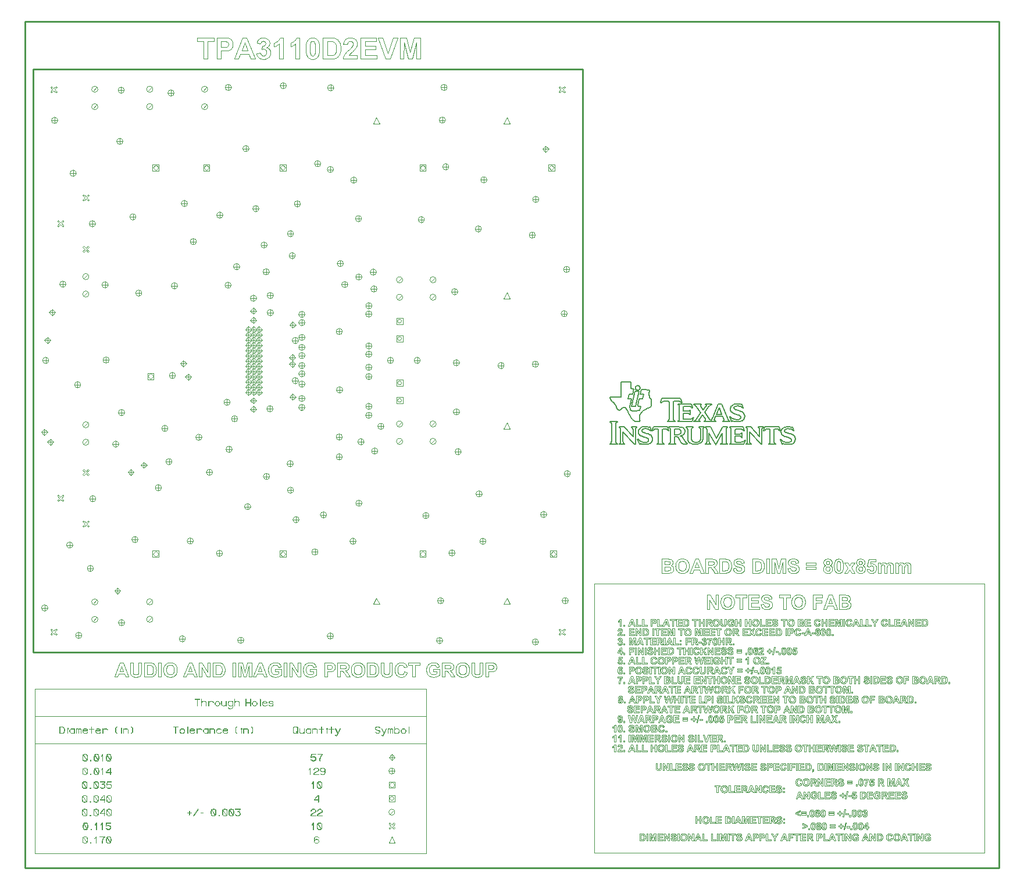
<source format=gbr>
*
G04 Job   : X:\EvmBoards\TPA3110D2\TPA3110D2EVM\PCB_Layout\TPA3110D2EVM.pcb*
G04 User  : DTA0209011:a0209011*
G04 Layer : DrillDrawing.gbr*
G04 Date  : Thu Mar 12 13:10:40 2009*
G04 Mentor Graphics Example Gerber Output Definition*
%ICAS*%
%MOIN*%
%FSLAX24Y24*%
%OFA0.0000B0.0000*%
G90*
G74*
%ADD13C,0.00197*%
%ADD11C,0.00394*%
%ADD12C,0.00591*%
%ADD14C,0.00984*%
%ADD10C,0.01000*%
G01*
G54D10*
X31496D01*
Y33465*
X0*
Y0*
G54D11*
X98Y-11516D02*
X22539D01*
Y-2067*
X98*
Y-11516*
Y-5217D02*
X22539D01*
X98Y-3642D02*
X22539D01*
X489Y12638D02*
X810D01*
X509Y2559D02*
X830D01*
X568Y16752D02*
X889D01*
X650Y12457D02*
X830Y12638D01*
X650Y12818*
X469Y12638*
X650Y12457*
Y12477D02*
Y12798D01*
X666Y17913D02*
X987D01*
X669Y2398D02*
Y2720D01*
X728Y16591D02*
Y16913D01*
X827Y17733D02*
X1007Y17913D01*
X827Y18094*
X646Y17913*
X827Y17733*
Y17753D02*
Y18074D01*
X843Y12067D02*
X1165D01*
X850Y2559D02*
G03X669Y2739I181D01*
X489Y2559J180*
X669Y2379I180*
X850Y2559J180*
G01X909Y16752D02*
G03X728Y16932I181D01*
X548Y16752J180*
X728Y16572I180*
X909Y16752J180*
G01X942Y19508D02*
X1263D01*
X1004Y11887D02*
X1184Y12067D01*
X1004Y12247*
X824Y12067*
X1004Y11887*
Y11906D02*
Y12228D01*
X1060Y1001D02*
X1181Y1122D01*
X1302Y1001*
X1361Y1060*
X1240Y1181*
X1361Y1302*
X1302Y1361*
X1181Y1240*
X1060Y1361*
X1001Y1302*
X1122Y1181*
X1001Y1060*
X1060Y1001*
Y32103D02*
X1181Y32224D01*
X1302Y32103*
X1361Y32162*
X1240Y32283*
X1361Y32405*
X1302Y32464*
X1181Y32343*
X1060Y32464*
X1001Y32405*
X1122Y32283*
X1001Y32162*
X1060Y32103*
X1080Y30512D02*
X1401D01*
X1102Y19328D02*
X1283Y19508D01*
X1102Y19688*
X922Y19508*
X1102Y19328*
Y19347D02*
Y19669D01*
X1240Y30351D02*
Y30672D01*
X1420Y30512D02*
G03X1240Y30692I180D01*
X1060Y30512J180*
X1240Y30331I180*
X1420Y30512J181*
G01X1454Y8678D02*
X1575Y8799D01*
X1696Y8678*
X1755Y8737*
X1634Y8858*
X1755Y8980*
X1696Y9039*
X1575Y8917*
X1454Y9039*
X1394Y8980*
X1516Y8858*
X1394Y8737*
X1454Y8678*
Y24426D02*
X1575Y24547D01*
X1696Y24426*
X1755Y24485*
X1634Y24606*
X1755Y24728*
X1696Y24787*
X1575Y24665*
X1454Y24787*
X1394Y24728*
X1516Y24606*
X1394Y24485*
X1454Y24426*
X1552Y21122D02*
X1873D01*
X1713Y20961D02*
Y21283D01*
X1749Y-4324D02*
X1772Y-4358D01*
X1783Y-4433*
X1772Y-4514*
X1748Y-4567*
X1716Y-4601*
X1684Y-4616*
X1535*
Y-4255*
X1683*
X1715Y-4278*
X1748Y-4324*
X1749*
X1789Y-4353D02*
X1788Y-4352D01*
X1787Y-4350*
X1762Y-4316*
X1761Y-4315*
X1727Y-4267*
X1726*
Y-4266*
Y-4265*
X1691Y-4240*
X1689Y-4239*
X1687*
X1686*
X1526*
X1524*
X1521Y-4241*
X1519Y-4243*
Y-4246*
Y-4624*
Y-4628*
X1521Y-4630*
X1524Y-4631*
X1526Y-4632*
X1686*
X1689*
X1723Y-4615*
X1726Y-4614*
Y-4613*
X1761Y-4576*
X1762Y-4575*
X1763Y-4573*
X1788Y-4520*
Y-4519*
X1789Y-4518*
X1800Y-4434*
Y-4432*
X1789Y-4353*
X1893Y21122D02*
G03X1713Y21302I180D01*
X1532Y21122J180*
X1713Y20942I181*
X1893Y21122J180*
G01X1946Y6161D02*
X2267D01*
X1976Y-4355D02*
X1983Y-4345D01*
X1987*
X1994Y-4355*
Y-4361*
X1987Y-4370*
X1983*
X1976Y-4361*
Y-4355*
Y-4384D02*
X1977Y-4385D01*
X1979*
X1980*
X1990*
X1992*
X1993*
X1994Y-4384*
X2004Y-4370*
X2006Y-4369*
Y-4366*
Y-4365*
Y-4351*
Y-4349*
Y-4347*
X2004Y-4345*
X1994Y-4332*
X1993Y-4331*
X1992Y-4330*
X1990*
X1980*
X1979*
X1977Y-4331*
X1976Y-4332*
X1966Y-4345*
X1965Y-4347*
X1964Y-4349*
Y-4351*
Y-4365*
Y-4366*
X1965Y-4369*
X1966Y-4370*
X1976Y-4384*
X1990Y-4411D02*
X1989Y-4408D01*
X1988Y-4406*
X1986Y-4405*
X1983Y-4404*
X1981Y-4405*
X1980Y-4406*
X1978Y-4408*
Y-4411*
Y-4624*
Y-4627*
X1980Y-4630*
X1981Y-4631*
X1983*
X1986*
X1988Y-4630*
X1989Y-4627*
X1990Y-4624*
Y-4411*
X2106Y6001D02*
Y6322D01*
X2143Y27480D02*
X2464D01*
X2258Y-4617D02*
X2206D01*
X2176Y-4606*
Y-4605*
X2146Y-4587*
X2120Y-4554*
X2107Y-4517*
Y-4467*
X2125Y-4430*
X2154Y-4392*
X2180Y-4378*
X2181*
X2207Y-4367*
X2258*
X2301Y-4372*
X2332Y-4392*
X2357Y-4415*
Y-4568*
X2334Y-4591*
X2294Y-4611*
X2258Y-4617*
X2287Y6161D02*
G03X2106Y6342I181D01*
X1926Y6161J181*
X2106Y5981I180*
X2287Y6161J180*
G01X2303Y27320D02*
Y27641D01*
X2372Y-4359D02*
Y-4356D01*
X2370Y-4354*
X2367Y-4352*
X2365*
X2362*
X2359Y-4354*
X2357Y-4356*
Y-4359*
Y-4393*
X2343Y-4380*
Y-4379*
X2342Y-4378*
X2308Y-4357*
X2307*
X2306Y-4356*
X2259Y-4351*
X2258*
X2206*
X2205*
X2204*
X2202Y-4352*
X2174Y-4363*
X2173Y-4365*
X2144Y-4379*
X2143Y-4380*
X2142Y-4381*
X2111Y-4421*
Y-4422*
X2110*
X2092Y-4462*
X2091Y-4464*
Y-4465*
Y-4467*
Y-4518*
Y-4520*
Y-4521*
X2092*
X2106Y-4560*
X2107Y-4562*
X2135Y-4599*
Y-4600*
X2137*
X2167Y-4619*
X2169Y-4620*
X2170*
X2202Y-4632*
X2204*
X2205*
X2206*
X2258*
X2259*
X2296Y-4628*
X2298*
X2299Y-4627*
X2300Y-4626*
X2343Y-4605*
X2344Y-4604*
X2345Y-4603*
X2357Y-4591*
Y-4624*
Y-4627*
X2359Y-4630*
X2362Y-4631*
X2365*
X2367*
X2370Y-4630*
X2372Y-4627*
Y-4624*
Y-4359*
X2398Y15354D02*
X2720D01*
X2457Y984D02*
X2779D01*
X2483Y27480D02*
G03X2303Y27661I180D01*
X2123Y27480J181*
X2303Y27300I180*
X2483Y27480J180*
G01X2559Y15194D02*
Y15515D01*
X2618Y824D02*
Y1145D01*
X2708Y-4362D02*
X2705Y-4361D01*
X2703Y-4360*
X2672Y-4352*
X2670*
X2669*
X2667*
X2637Y-4361*
X2635*
X2634*
X2633*
X2631Y-4362*
X2607Y-4382*
X2606Y-4383*
Y-4385*
X2603Y-4391*
X2602Y-4384*
X2600Y-4382*
X2599Y-4381*
X2575Y-4361*
X2573Y-4360*
X2570Y-4359*
X2539Y-4351*
X2536*
X2535*
X2505Y-4360*
X2503Y-4359*
X2501*
X2500Y-4360*
X2498Y-4361*
X2479Y-4377*
Y-4358*
X2478Y-4356*
X2476Y-4353*
X2474Y-4352*
X2470*
X2468*
X2465Y-4353*
X2463Y-4356*
Y-4358*
Y-4412*
Y-4624*
Y-4627*
X2465Y-4629*
X2468Y-4630*
X2470Y-4631*
X2474Y-4630*
X2476Y-4629*
X2478Y-4627*
X2479Y-4624*
Y-4413*
X2487Y-4393*
X2508Y-4375*
X2537Y-4366*
X2564Y-4374*
X2587Y-4393*
X2595Y-4413*
Y-4624*
X2596Y-4628*
X2598Y-4630*
X2600Y-4631*
X2603*
X2606*
X2609Y-4630*
X2610Y-4627*
X2611Y-4624*
Y-4415*
X2619Y-4394*
X2640Y-4376*
X2670Y-4367*
X2697Y-4375*
X2720Y-4394*
X2728Y-4415*
Y-4624*
X2729Y-4627*
X2730Y-4630*
X2733Y-4631*
X2736*
X2739*
X2741Y-4630*
X2743Y-4627*
X2744Y-4624*
Y-4413*
Y-4412*
X2743*
Y-4411*
X2733Y-4385*
Y-4383*
X2732Y-4382*
X2708Y-4362*
X2739Y15354D02*
G03X2559Y15535I180D01*
X2379Y15354J181*
X2559Y15174I180*
X2739Y15354J180*
G01X2798Y984D02*
G03X2618Y1165I180D01*
X2438Y984J181*
X2618Y804I180*
X2798Y984J180*
G01X2826Y-9187D02*
Y-9186D01*
Y-9133*
X2835Y-9040*
X2846Y-9019*
X3044Y-9314*
X3011Y-9337*
X2976Y-9341*
X2926*
X2925*
X2890Y-9337*
X2851Y-9311*
X2833Y-9280*
X2826Y-9187*
Y-8399D02*
Y-8398D01*
Y-8346*
X2835Y-8253*
X2846Y-8232*
X3044Y-8527*
X3011Y-8549*
X2976Y-8553*
X2926*
X2925*
X2890Y-8549*
X2851Y-8523*
X2833Y-8493*
X2826Y-8399*
Y-7612D02*
Y-7611D01*
Y-7559*
X2835Y-7465*
X2846Y-7444*
X3044Y-7739*
X3011Y-7762*
X2976Y-7766*
X2926*
X2925*
X2890Y-7762*
X2851Y-7736*
X2833Y-7706*
X2826Y-7612*
X2832Y-9278D02*
X2830Y-9276D01*
X2827*
X2824*
X2822Y-9278*
X2820Y-9280*
X2818Y-9281*
X2817Y-9284*
X2818Y-9285*
Y-9287*
X2838Y-9321*
Y-9322*
X2839*
X2841Y-9324*
X2883Y-9350*
X2884Y-9352*
X2886*
X2922Y-9357*
X2923*
X2924*
X2976*
X2977*
X2978*
X3015Y-9352*
X3017*
X3019Y-9350*
X3060Y-9324*
X3061Y-9322*
X3062Y-9320*
X3080Y-9287*
X3081Y-9286*
Y-9284*
X3091Y-9189*
Y-9188*
Y-9187*
Y-9134*
Y-9133*
Y-9132*
Y-9131*
X3083Y-9037*
Y-9036*
X3082Y-9034*
X3062Y-9000*
X3061Y-8998*
X3058Y-8997*
X3019Y-8970*
X3018Y-8969*
X3015Y-8968*
X2978Y-8963*
X2924*
X2923*
X2922*
X2886Y-8968*
X2885*
Y-8969*
X2883*
X2841Y-8997*
X2839Y-8998*
X2838Y-9000*
X2820Y-9034*
X2819Y-9035*
Y-9037*
X2810Y-9131*
Y-9133*
Y-9187*
Y-9189*
X2818Y-9283*
X2819Y-9287*
X2820Y-9289*
X2823*
X2826Y-9290*
X2829Y-9289*
X2831Y-9288*
X2833Y-9285*
Y-9282*
Y-9280*
X2832Y-9278*
Y-8491D02*
X2830Y-8489D01*
X2827Y-8488*
X2824Y-8489*
X2822Y-8490*
X2820Y-8492*
X2818Y-8494*
X2817Y-8497*
X2818Y-8498*
Y-8500*
X2838Y-8533*
Y-8534*
X2839*
X2841Y-8536*
X2883Y-8563*
X2884Y-8564*
X2886*
X2922Y-8569*
X2923*
X2924*
X2976*
X2977*
X2978*
X3015Y-8564*
X3017*
X3019Y-8563*
X3060Y-8536*
X3061Y-8535*
X3062Y-8533*
X3080Y-8500*
X3081Y-8498*
Y-8497*
X3091Y-8401*
Y-8400*
Y-8346*
Y-8345*
Y-8344*
X3083Y-8250*
Y-8248*
X3082Y-8246*
X3062Y-8212*
X3061Y-8211*
X3058Y-8209*
X3019Y-8182*
X3018Y-8181*
X3015*
X2978Y-8176*
X2924*
X2923*
X2922*
X2886Y-8181*
X2885*
X2883Y-8182*
X2841Y-8209*
X2839Y-8211*
X2838Y-8213*
X2820Y-8247*
X2819Y-8248*
Y-8250*
X2810Y-8344*
Y-8345*
Y-8400*
Y-8401*
X2818Y-8496*
X2819Y-8499*
X2820Y-8501*
X2823Y-8502*
X2826*
X2829*
X2831Y-8500*
X2833Y-8498*
Y-8495*
Y-8493*
X2832Y-8491*
Y-7704D02*
X2830Y-7702D01*
X2827Y-7701*
X2824*
X2822Y-7703*
X2820Y-7705*
X2818Y-7707*
X2817Y-7709*
X2818Y-7711*
Y-7712*
X2838Y-7746*
Y-7747*
X2839*
X2841Y-7749*
X2883Y-7776*
X2884Y-7777*
X2886*
X2922Y-7782*
X2923*
X2924*
X2976*
X2977*
X2978*
X3015Y-7777*
X3017*
X3019Y-7776*
X3060Y-7749*
X3061Y-7748*
X3062Y-7745*
X3080Y-7712*
X3081Y-7711*
Y-7709*
X3091Y-7614*
Y-7613*
Y-7612*
Y-7559*
Y-7558*
Y-7557*
Y-7556*
X3083Y-7463*
Y-7461*
X3082Y-7459*
X3062Y-7425*
X3061Y-7424*
X3058Y-7422*
X3019Y-7395*
X3018Y-7394*
X3015Y-7393*
X2978Y-7388*
X2924*
X2923*
X2922*
X2886Y-7393*
X2885*
Y-7394*
X2883*
X2841Y-7422*
X2839Y-7423*
X2838Y-7425*
X2820Y-7459*
X2819Y-7461*
Y-7463*
X2810Y-7556*
Y-7558*
Y-7612*
Y-7613*
Y-7614*
X2818Y-7709*
X2819Y-7712*
X2820Y-7714*
X2823Y-7715*
X2826*
X2829*
X2831Y-7713*
X2833Y-7711*
Y-7707*
Y-7706*
X2832Y-7704*
X2848Y-10761D02*
Y-10708D01*
X2856Y-10615*
X2867Y-10594*
X3066Y-10889*
X3033Y-10911*
X2998Y-10915*
X2997*
X2947*
X2911Y-10911*
X2872Y-10885*
X2854Y-10855*
X2848Y-10761*
Y-6824D02*
Y-6771D01*
X2856Y-6678*
X2867Y-6657*
X3066Y-6952*
X3033Y-6974*
X2998Y-6978*
X2997*
X2947*
X2911Y-6974*
X2872Y-6948*
X2854Y-6918*
X2848Y-6824*
Y-6037D02*
Y-6036D01*
Y-5984*
X2856Y-5891*
X2867Y-5870*
X3066Y-6165*
X3033Y-6187*
X2998Y-6191*
X2997*
X2947*
X2911Y-6187*
X2872Y-6161*
X2854Y-6131*
X2848Y-6037*
X2854Y-10853D02*
X2852Y-10851D01*
X2849Y-10850*
X2846Y-10851*
X2843Y-10852*
X2841Y-10854*
X2839Y-10856*
Y-10859*
Y-10860*
X2840Y-10862*
X2859Y-10896*
X2860*
X2862Y-10898*
X2904Y-10925*
X2906Y-10926*
X2907*
X2944Y-10931*
X2946*
X2998*
X2999*
X3000*
X3037Y-10926*
X3038*
X3040Y-10925*
X3081Y-10898*
X3083Y-10897*
X3084Y-10895*
X3102Y-10862*
Y-10861*
X3103Y-10859*
X3113Y-10763*
Y-10762*
Y-10709*
Y-10707*
Y-10706*
X3105Y-10612*
X3104Y-10611*
Y-10609*
X3083Y-10574*
X3082Y-10573*
X3080Y-10572*
X3041Y-10544*
X3039*
X3037Y-10543*
X3000Y-10538*
X2999*
X2946*
X2944*
X2907Y-10543*
X2906*
X2905Y-10544*
X2863Y-10572*
X2861Y-10573*
X2859Y-10575*
X2842Y-10609*
X2841Y-10610*
Y-10612*
X2831Y-10706*
Y-10707*
Y-10762*
Y-10763*
X2839Y-10858*
X2840Y-10861*
X2842Y-10863*
X2844Y-10864*
X2847Y-10865*
X2850Y-10864*
X2853Y-10863*
X2854Y-10860*
X2855Y-10857*
X2854Y-10855*
Y-10853*
Y-6916D02*
X2852Y-6914D01*
X2849Y-6913*
X2846Y-6914*
X2843Y-6915*
X2841Y-6917*
X2839Y-6919*
Y-6922*
Y-6923*
X2840Y-6925*
X2859Y-6959*
X2860*
X2862Y-6961*
X2904Y-6988*
X2906Y-6989*
X2907*
X2944Y-6994*
X2946*
X2998*
X2999*
X3000*
X3037Y-6989*
X3038*
X3040Y-6988*
X3081Y-6961*
X3083Y-6960*
X3084Y-6958*
X3102Y-6925*
Y-6924*
X3103Y-6922*
X3113Y-6826*
Y-6825*
Y-6772*
Y-6770*
Y-6769*
X3105Y-6675*
X3104Y-6674*
Y-6672*
X3083Y-6637*
X3082Y-6636*
X3080Y-6635*
X3041Y-6607*
X3039*
X3037Y-6606*
X3000Y-6601*
X2999*
X2946*
X2944*
X2907Y-6606*
X2906*
X2905Y-6607*
X2863Y-6635*
X2861Y-6636*
X2859Y-6638*
X2842Y-6672*
X2841Y-6673*
Y-6675*
X2831Y-6769*
Y-6770*
Y-6825*
Y-6826*
X2839Y-6921*
X2840Y-6924*
X2842Y-6926*
X2844Y-6927*
X2847Y-6928*
X2850Y-6927*
X2853Y-6926*
X2854Y-6923*
X2855Y-6920*
X2854Y-6918*
Y-6916*
Y-6129D02*
X2852Y-6127D01*
X2849Y-6126*
X2846*
X2843Y-6128*
X2841Y-6130*
X2839Y-6132*
Y-6135*
Y-6136*
X2840Y-6137*
X2859Y-6171*
X2860Y-6172*
X2862Y-6174*
X2904Y-6201*
X2906Y-6202*
X2907*
X2944Y-6207*
X2946*
X2998*
X2999*
X3000*
X3037Y-6202*
X3038*
X3040Y-6201*
X3081Y-6174*
X3083Y-6173*
X3084Y-6170*
X3102Y-6137*
Y-6136*
X3103Y-6135*
X3113Y-6039*
Y-6038*
Y-6037*
Y-5984*
Y-5983*
Y-5981*
X3105Y-5888*
X3104Y-5886*
Y-5884*
X3083Y-5850*
X3082Y-5849*
X3080Y-5847*
X3041Y-5820*
X3039Y-5819*
X3037*
X3000Y-5813*
X2999*
X2946*
X2944*
X2907Y-5819*
X2906*
X2905Y-5820*
X2863Y-5847*
X2861Y-5848*
X2859Y-5850*
X2842Y-5885*
X2841Y-5886*
Y-5888*
X2831Y-5981*
Y-5983*
Y-6037*
Y-6038*
Y-6039*
X2839Y-6134*
X2840Y-6137*
X2842Y-6139*
X2844Y-6140*
X2847*
X2850*
X2853Y-6138*
X2854Y-6136*
X2855Y-6133*
X2854Y-6131*
Y-6129*
X2869Y-9974D02*
Y-9973D01*
Y-9921*
X2878Y-9828*
X2889Y-9807*
X3088Y-10102*
X3055Y-10124*
X3020Y-10128*
X3019*
X2969*
X2933Y-10124*
X2894Y-10098*
X2876Y-10068*
X2869Y-9974*
X2876Y-10066D02*
X2874Y-10064D01*
X2870Y-10063*
X2868*
X2865Y-10065*
X2863Y-10067*
X2861Y-10069*
Y-10072*
Y-10073*
Y-10074*
X2881Y-10108*
Y-10109*
X2882*
X2884Y-10111*
X2926Y-10138*
X2928Y-10139*
X2929*
X2965Y-10144*
X2966*
X2968*
X3020*
X3021*
X3058Y-10139*
X3060*
X3062Y-10138*
X3103Y-10111*
X3104Y-10110*
X3106Y-10107*
X3124Y-10074*
Y-10073*
X3125Y-10072*
X3134Y-9976*
Y-9975*
Y-9974*
Y-9921*
Y-9920*
Y-9919*
X3126Y-9825*
Y-9823*
X3125Y-9821*
X3105Y-9787*
X3104Y-9786*
X3102Y-9784*
X3062Y-9757*
X3061Y-9756*
X3058*
X3021Y-9750*
X2968*
X2966*
X2929Y-9756*
X2928*
X2926Y-9757*
X2884Y-9784*
X2883Y-9785*
X2881Y-9787*
X2863Y-9822*
Y-9823*
X2862Y-9825*
X2853Y-9919*
Y-9920*
Y-9974*
Y-9975*
Y-9976*
X2861Y-10071*
X2862Y-10074*
X2863Y-10076*
X2866Y-10077*
X2869*
X2872*
X2874Y-10075*
X2876Y-10073*
X2877Y-10070*
X2876Y-10068*
Y-10066*
X2910Y7202D02*
X3031Y7323D01*
X3153Y7202*
X3212Y7261*
X3091Y7382*
X3212Y7503*
X3153Y7562*
X3031Y7441*
X2910Y7562*
X2851Y7503*
X2972Y7382*
X2851Y7261*
X2910Y7202*
Y10154D02*
X3031Y10276D01*
X3153Y10154*
X3212Y10213*
X3091Y10335*
X3212Y10456*
X3153Y10515*
X3031Y10394*
X2910Y10515*
X2851Y10456*
X2972Y10335*
X2851Y10213*
X2910Y10154*
Y22950D02*
X3031Y23071D01*
X3153Y22950*
X3212Y23009*
X3091Y23130*
X3212Y23251*
X3153Y23310*
X3031Y23189*
X2910Y23310*
X2851Y23251*
X2972Y23130*
X2851Y23009*
X2910Y22950*
Y25902D02*
X3031Y26024D01*
X3153Y25902*
X3212Y25961*
X3091Y26083*
X3212Y26204*
X3153Y26263*
X3031Y26142*
X2910Y26263*
X2851Y26204*
X2972Y26083*
X2851Y25961*
X2910Y25902*
X2918Y11944D02*
X3145Y12171D01*
X2918Y12944D02*
X3145Y13171D01*
X2918Y20442D02*
X3145Y20669D01*
X2918Y21442D02*
X3145Y21669D01*
X2924Y-4378D02*
X2950Y-4367D01*
X3000*
X3034Y-4372*
X3067Y-4393*
X3082Y-4409*
X3094Y-4433*
X3098Y-4457*
X2854*
X2867Y-4430*
X2896Y-4392*
X2922Y-4378*
X2924*
X2925Y-8979D02*
X2926D01*
X2976*
X3012Y-8983*
X3048Y-9009*
X3067Y-9041*
X3075Y-9133*
Y-9185*
X3066Y-9281*
X3054Y-9302*
X2855Y-9007*
X2890Y-8983*
X2925Y-8979*
Y-8192D02*
X2926D01*
X2976*
X3012Y-8196*
X3048Y-8222*
X3067Y-8254*
X3075Y-8346*
Y-8398*
X3066Y-8494*
X3054Y-8514*
X2855Y-8219*
X2890Y-8196*
X2925Y-8192*
Y-7404D02*
X2926D01*
X2976*
X3012Y-7409*
X3048Y-7434*
X3067Y-7466*
X3075Y-7559*
Y-7611*
X3066Y-7706*
X3054Y-7727*
X2855Y-7432*
X2890Y-7409*
X2925Y-7404*
X2947Y-10554D02*
X2997D01*
X2998*
X3034Y-10558*
X3070Y-10584*
X3089Y-10616*
X3097Y-10708*
Y-10760*
X3087Y-10856*
X3076Y-10876*
X2877Y-10581*
X2911Y-10558*
X2947Y-10554*
Y-6617D02*
X2997D01*
X2998*
X3034Y-6621*
X3070Y-6647*
X3089Y-6679*
X3097Y-6771*
Y-6823*
X3087Y-6919*
X3076Y-6939*
X2877Y-6644*
X2911Y-6621*
X2947Y-6617*
Y-5830D02*
X2997D01*
X2998*
X3034Y-5834*
X3070Y-5859*
X3089Y-5891*
X3097Y-5984*
Y-6036*
X3087Y-6131*
X3076Y-6152*
X2877Y-5857*
X2911Y-5834*
X2947Y-5830*
X2969Y-9767D02*
X3019D01*
X3020*
X3056Y-9771*
X3091Y-9796*
X3111Y-9828*
X3119Y-9921*
Y-9973*
X3109Y-10069*
X3098Y-10089*
X2898Y-9794*
X2933Y-9771*
X2969Y-9767*
X3000Y-4617D02*
X2949D01*
X2919Y-4606*
X2918*
X2889Y-4587*
X2863Y-4554*
X2850Y-4517*
Y-4473*
X3107*
X3109*
X3111Y-4472*
X3112Y-4471*
X3113Y-4470*
X3114Y-4469*
X3115Y-4467*
Y-4466*
Y-4464*
X3110Y-4430*
X3109Y-4427*
X3107Y-4425*
X3104Y-4424*
X3101*
X3098Y-4425*
X3096Y-4426*
X3094Y-4429*
Y-4431*
Y-4433*
X3095Y-4434*
X3097Y-4437*
X3099*
X3102*
X3105*
X3107Y-4435*
X3109Y-4433*
Y-4431*
X3110Y-4430*
X3109Y-4428*
Y-4427*
X3095Y-4400*
Y-4399*
X3078Y-4381*
X3077Y-4380*
X3076Y-4378*
X3042Y-4357*
X3041*
X3040Y-4356*
X3039*
X3002Y-4351*
X3001*
X2948*
X2947*
X2946*
X2945Y-4352*
X2917Y-4363*
X2915Y-4365*
X2887Y-4379*
X2885Y-4380*
X2884Y-4381*
X2854Y-4421*
X2853Y-4422*
X2834Y-4462*
Y-4465*
Y-4467*
Y-4518*
Y-4520*
Y-4521*
X2849Y-4560*
Y-4562*
X2850*
X2878Y-4599*
Y-4600*
X2879*
X2909Y-4619*
X2912Y-4620*
X2913*
X2945Y-4632*
X2946*
X2947*
X2948*
X3001*
X3002*
X3039Y-4628*
X3041*
Y-4627*
X3043Y-4626*
X3086Y-4605*
Y-4604*
X3087Y-4603*
X3113Y-4577*
X3115Y-4574*
Y-4572*
X3113Y-4569*
X3112Y-4567*
X3109Y-4565*
X3107Y-4564*
X3104Y-4565*
X3102Y-4566*
X3077Y-4591*
X3036Y-4611*
X3000Y-4617*
X3127Y4823D02*
X3448D01*
X3212Y12057D02*
G03X3031Y12237I181D01*
X2851Y12057J180*
X3031Y11877I180*
X3212Y12057J180*
G01Y13057D02*
G03X3031Y13237I181D01*
X2851Y13057J180*
X3031Y12877I180*
X3212Y13057J180*
G01Y20555D02*
G03X3031Y20735I181D01*
X2851Y20555J180*
X3031Y20375I180*
X3212Y20555J180*
G01Y21555D02*
G03X3031Y21735I181D01*
X2851Y21555J180*
X3031Y21375I180*
X3212Y21555J180*
G01X3213Y-4374D02*
X3210D01*
X3208Y-4376*
X3207Y-4379*
X3206Y-4381*
X3207Y-4384*
X3208Y-4387*
X3210Y-4389*
X3213*
X3338*
Y-4624*
X3339Y-4627*
X3340Y-4630*
X3343Y-4631*
X3346*
X3348*
X3351Y-4630*
X3353Y-4627*
X3354Y-4624*
Y-4389*
X3478*
X3481*
X3483Y-4387*
X3485Y-4384*
Y-4381*
Y-4379*
X3483Y-4376*
X3481Y-4374*
X3478*
X3354*
Y-4246*
Y-4244*
X3352Y-4241*
X3349Y-4240*
X3346*
X3343*
X3341Y-4241*
X3339Y-4244*
X3338Y-4246*
Y-4374*
X3213*
X3245Y24587D02*
X3566D01*
X3265Y8819D02*
X3586D01*
X3266Y-9354D02*
X3268Y-9355D01*
X3269Y-9356*
X3270*
X3281*
X3282*
X3283Y-9355*
X3285Y-9354*
X3295Y-9344*
X3296Y-9343*
Y-9341*
X3297Y-9340*
Y-9330*
X3296Y-9328*
Y-9327*
X3295Y-9325*
X3285Y-9315*
X3283Y-9314*
X3282*
X3281*
X3270*
X3269*
X3268*
X3266Y-9315*
X3256Y-9325*
X3255Y-9326*
Y-9328*
Y-9330*
Y-9340*
Y-9341*
Y-9343*
X3256Y-9344*
X3266Y-9354*
Y-8567D02*
X3268Y-8568D01*
X3269*
X3270Y-8569*
X3281*
X3282Y-8568*
X3283*
X3285Y-8567*
X3295Y-8557*
X3296Y-8555*
Y-8554*
X3297Y-8552*
Y-8542*
X3296Y-8541*
Y-8540*
X3295Y-8538*
X3285Y-8528*
X3283Y-8527*
X3282Y-8526*
X3281*
X3270*
X3269*
X3268Y-8527*
X3266Y-8528*
X3256Y-8538*
X3255Y-8539*
Y-8541*
Y-8542*
Y-8552*
Y-8554*
Y-8556*
X3256Y-8557*
X3266Y-8567*
Y-7780D02*
X3268D01*
X3269Y-7781*
X3270*
X3281*
X3282*
X3283Y-7780*
X3285*
X3295Y-7769*
X3296Y-7768*
Y-7767*
X3297Y-7765*
Y-7755*
X3296Y-7754*
Y-7752*
X3295Y-7750*
X3285Y-7740*
X3283Y-7739*
X3282*
X3281*
X3270*
X3269*
X3268*
X3266Y-7740*
X3256Y-7750*
X3255Y-7752*
Y-7754*
Y-7755*
Y-7765*
Y-7767*
Y-7768*
X3256Y-7769*
X3266Y-7780*
X3267Y-9333D02*
X3273Y-9326D01*
X3278*
X3285Y-9333*
Y-9337*
X3278Y-9344*
X3273*
X3267Y-9337*
Y-9333*
Y-8545D02*
X3273Y-8538D01*
X3278*
X3285Y-8545*
Y-8550*
X3278Y-8556*
X3273*
X3267Y-8550*
Y-8545*
Y-7758D02*
X3273Y-7751D01*
X3278*
X3285Y-7758*
Y-7762*
X3278Y-7769*
X3273*
X3267Y-7762*
Y-7758*
X3287Y4662D02*
Y4983D01*
X3288Y-10929D02*
X3289Y-10930D01*
X3291*
Y-10931*
X3292*
X3302*
X3303*
X3304Y-10930*
X3305*
X3307Y-10929*
X3317Y-10919*
X3318Y-10917*
Y-10916*
X3319Y-10915*
Y-10904*
X3318Y-10903*
Y-10902*
X3317Y-10900*
X3307Y-10890*
X3305Y-10889*
X3304*
X3302*
X3292*
X3291*
X3289*
X3288Y-10890*
X3278Y-10900*
X3277Y-10901*
X3276Y-10903*
Y-10904*
Y-10915*
Y-10916*
X3277Y-10918*
X3278Y-10919*
X3288Y-10929*
Y-6992D02*
X3289Y-6993D01*
X3291*
Y-6994*
X3292*
X3302*
X3303*
X3304Y-6993*
X3305*
X3307Y-6992*
X3317Y-6982*
X3318Y-6980*
Y-6979*
X3319Y-6978*
Y-6967*
X3318Y-6966*
Y-6965*
X3317Y-6963*
X3307Y-6953*
X3305Y-6952*
X3304*
X3302*
X3292*
X3291*
X3289*
X3288Y-6953*
X3278Y-6963*
X3277Y-6964*
X3276Y-6966*
Y-6967*
Y-6978*
Y-6979*
X3277Y-6981*
X3278Y-6982*
X3288Y-6992*
Y-6205D02*
X3289Y-6206D01*
X3291*
Y-6207*
X3292*
X3302*
X3303*
X3304Y-6206*
X3305*
X3307Y-6205*
X3317Y-6194*
X3318Y-6193*
Y-6192*
X3319Y-6190*
Y-6180*
X3318Y-6179*
Y-6178*
X3317Y-6176*
X3307Y-6165*
X3305*
X3304Y-6164*
X3302*
X3292*
X3291*
X3289Y-6165*
X3288*
X3278Y-6176*
X3277Y-6177*
X3276Y-6179*
Y-6180*
Y-6190*
Y-6192*
X3277Y-6193*
X3278Y-6194*
X3288Y-6205*
Y-10907D02*
X3295Y-10900D01*
X3300*
X3306Y-10907*
Y-10912*
X3300Y-10919*
X3295*
X3288Y-10912*
Y-10907*
Y-6970D02*
X3295Y-6963D01*
X3300*
X3306Y-6970*
Y-6975*
X3300Y-6981*
X3295*
X3288Y-6975*
Y-6970*
Y-6183D02*
X3295Y-6176D01*
X3300*
X3306Y-6183*
Y-6187*
X3300Y-6194*
X3295*
X3288Y-6187*
Y-6183*
X3309Y-10142D02*
X3311Y-10143D01*
X3312*
X3313Y-10144*
X3314*
X3324*
X3325Y-10143*
X3326*
X3328Y-10142*
X3339Y-10131*
Y-10130*
X3340Y-10129*
Y-10127*
Y-10117*
Y-10116*
X3339Y-10115*
Y-10113*
X3328Y-10102*
X3326*
X3325Y-10101*
X3324*
X3314*
X3312*
X3311Y-10102*
X3309*
X3299Y-10113*
X3298Y-10114*
Y-10116*
Y-10117*
Y-10127*
Y-10129*
Y-10130*
X3299Y-10131*
X3309Y-10142*
X3310Y-10120D02*
X3317Y-10113D01*
X3321*
X3328Y-10120*
Y-10124*
X3321Y-10131*
X3317*
X3310Y-10124*
Y-10120*
X3406Y24426D02*
Y24747D01*
X3425Y8658D02*
Y8980D01*
X3430Y1790D02*
X3657Y2017D01*
X3430Y2790D02*
X3657Y3017D01*
X3430Y31186D02*
X3657Y31413D01*
X3430Y32186D02*
X3657Y32413D01*
X3468Y4823D02*
G03X3287Y5003I181D01*
X3107Y4823J180*
X3287Y4643I180*
X3468Y4823J180*
G01X3480Y-9187D02*
Y-9186D01*
Y-9133*
X3488Y-9040*
X3499Y-9019*
X3698Y-9314*
X3665Y-9337*
X3630Y-9341*
X3629*
X3579*
X3543Y-9337*
X3504Y-9311*
X3486Y-9280*
X3480Y-9187*
Y-8399D02*
Y-8398D01*
Y-8346*
X3488Y-8253*
X3499Y-8232*
X3698Y-8527*
X3665Y-8549*
X3630Y-8553*
X3629*
X3579*
X3543Y-8549*
X3504Y-8523*
X3486Y-8493*
X3480Y-8399*
Y-7612D02*
Y-7611D01*
Y-7559*
X3488Y-7465*
X3499Y-7444*
X3698Y-7739*
X3665Y-7762*
X3630Y-7766*
X3629*
X3579*
X3543Y-7762*
X3504Y-7736*
X3486Y-7706*
X3480Y-7612*
X3486Y-9278D02*
X3484Y-9276D01*
X3481*
X3478*
X3475Y-9278*
X3473Y-9280*
X3471Y-9281*
Y-9284*
Y-9285*
X3472Y-9287*
X3491Y-9321*
X3492Y-9322*
X3494Y-9324*
X3536Y-9350*
X3538Y-9352*
X3539*
X3576Y-9357*
X3578*
X3630*
X3631*
X3669Y-9352*
X3670*
X3672Y-9350*
X3713Y-9324*
X3715Y-9322*
X3716Y-9320*
X3734Y-9287*
Y-9286*
X3735Y-9284*
X3744Y-9189*
Y-9188*
Y-9187*
Y-9134*
Y-9133*
Y-9132*
Y-9131*
X3737Y-9037*
X3736Y-9036*
X3735Y-9034*
X3715Y-9000*
X3714Y-8998*
X3712Y-8997*
X3672Y-8970*
X3671Y-8969*
X3669Y-8968*
X3631Y-8963*
X3578*
X3576*
X3539Y-8968*
X3538Y-8969*
X3537*
X3494Y-8997*
X3493Y-8998*
X3491Y-9000*
X3474Y-9034*
X3473Y-9035*
X3472Y-9037*
X3463Y-9131*
Y-9133*
Y-9187*
Y-9189*
X3471Y-9283*
X3472Y-9287*
X3474Y-9289*
X3476*
X3479Y-9290*
X3482Y-9289*
X3485Y-9288*
X3486Y-9285*
X3487Y-9282*
X3486Y-9280*
Y-9278*
Y-8491D02*
X3484Y-8489D01*
X3481Y-8488*
X3478Y-8489*
X3475Y-8490*
X3473Y-8492*
X3471Y-8494*
Y-8497*
Y-8498*
X3472Y-8500*
X3491Y-8533*
X3492Y-8534*
X3494Y-8536*
X3536Y-8563*
X3538Y-8564*
X3539*
X3576Y-8569*
X3578*
X3630*
X3631*
X3669Y-8564*
X3670*
X3672Y-8563*
X3713Y-8536*
X3715Y-8535*
X3716Y-8533*
X3734Y-8500*
Y-8498*
X3735Y-8497*
X3744Y-8401*
Y-8400*
Y-8346*
Y-8345*
Y-8344*
X3737Y-8250*
X3736Y-8248*
X3735Y-8246*
X3715Y-8212*
X3714Y-8211*
X3712Y-8209*
X3672Y-8182*
X3671Y-8181*
X3669*
X3631Y-8176*
X3578*
X3576*
X3539Y-8181*
X3538*
X3537Y-8182*
X3494Y-8209*
X3493Y-8211*
X3491Y-8213*
X3474Y-8247*
X3473Y-8248*
X3472Y-8250*
X3463Y-8344*
Y-8345*
Y-8400*
Y-8401*
X3471Y-8496*
X3472Y-8499*
X3474Y-8501*
X3476Y-8502*
X3479*
X3482*
X3485Y-8500*
X3486Y-8498*
X3487Y-8495*
X3486Y-8493*
Y-8491*
Y-7704D02*
X3484Y-7702D01*
X3481Y-7701*
X3478*
X3475Y-7703*
X3473Y-7705*
X3471Y-7707*
Y-7709*
Y-7711*
X3472Y-7712*
X3491Y-7746*
X3492Y-7747*
X3494Y-7749*
X3536Y-7776*
X3538Y-7777*
X3539*
X3576Y-7782*
X3578*
X3630*
X3631*
X3669Y-7777*
X3670*
X3672Y-7776*
X3713Y-7749*
X3715Y-7748*
X3716Y-7745*
X3734Y-7712*
Y-7711*
X3735Y-7709*
X3744Y-7614*
Y-7613*
Y-7612*
Y-7559*
Y-7558*
Y-7557*
Y-7556*
X3737Y-7463*
X3736Y-7461*
X3735Y-7459*
X3715Y-7425*
X3714Y-7424*
X3712Y-7422*
X3672Y-7395*
X3671Y-7394*
X3669Y-7393*
X3631Y-7388*
X3578*
X3576*
X3539Y-7393*
X3538Y-7394*
X3537*
X3494Y-7422*
X3493Y-7423*
X3491Y-7425*
X3474Y-7459*
X3473Y-7461*
X3472Y-7463*
X3463Y-7556*
Y-7558*
Y-7612*
Y-7613*
Y-7614*
X3471Y-7709*
X3472Y-7712*
X3474Y-7714*
X3476Y-7715*
X3479*
X3482*
X3485Y-7713*
X3486Y-7711*
X3487Y-7707*
X3486Y-7706*
Y-7704*
X3501Y-6824D02*
Y-6771D01*
X3510Y-6678*
X3521Y-6657*
X3720Y-6952*
X3687Y-6974*
X3652Y-6978*
X3651*
X3601*
X3600*
X3565Y-6974*
X3526Y-6948*
X3508Y-6918*
X3501Y-6824*
Y-6037D02*
Y-6036D01*
Y-5984*
X3510Y-5891*
X3521Y-5870*
X3720Y-6165*
X3687Y-6187*
X3652Y-6191*
X3651*
X3601*
X3600*
X3565Y-6187*
X3526Y-6161*
X3508Y-6131*
X3501Y-6037*
X3507Y-6916D02*
X3506Y-6914D01*
X3502Y-6913*
X3500Y-6914*
X3497Y-6915*
X3495Y-6917*
X3493Y-6919*
Y-6922*
Y-6923*
Y-6925*
X3513Y-6959*
X3514*
X3516Y-6961*
X3558Y-6988*
X3559Y-6989*
X3561*
X3597Y-6994*
X3598*
X3600*
X3652*
X3653*
X3690Y-6989*
X3692*
X3694Y-6988*
X3735Y-6961*
X3736Y-6960*
X3737Y-6958*
X3756Y-6925*
Y-6924*
X3757Y-6922*
X3766Y-6826*
Y-6825*
Y-6772*
Y-6770*
Y-6769*
X3758Y-6675*
Y-6674*
X3757Y-6672*
X3737Y-6637*
X3736Y-6636*
X3733Y-6635*
X3694Y-6607*
X3693*
X3690Y-6606*
X3653Y-6601*
X3600*
X3598*
X3561Y-6606*
X3560*
X3558Y-6607*
X3516Y-6635*
X3515Y-6636*
X3513Y-6638*
X3495Y-6672*
X3494Y-6673*
Y-6675*
X3485Y-6769*
Y-6770*
Y-6825*
Y-6826*
X3493Y-6921*
X3494Y-6924*
X3495Y-6926*
X3498Y-6927*
X3501Y-6928*
X3504Y-6927*
X3506Y-6926*
X3508Y-6923*
X3509Y-6920*
X3508Y-6918*
X3507Y-6916*
Y-6129D02*
X3506Y-6127D01*
X3502Y-6126*
X3500*
X3497Y-6128*
X3495Y-6130*
X3493Y-6132*
Y-6135*
Y-6136*
Y-6137*
X3513Y-6171*
Y-6172*
X3514*
X3516Y-6174*
X3558Y-6201*
X3559Y-6202*
X3561*
X3597Y-6207*
X3598*
X3600*
X3652*
X3653*
X3690Y-6202*
X3692*
X3694Y-6201*
X3735Y-6174*
X3736Y-6173*
X3737Y-6170*
X3756Y-6137*
Y-6136*
X3757Y-6135*
X3766Y-6039*
Y-6038*
Y-6037*
Y-5984*
Y-5983*
Y-5981*
X3758Y-5888*
Y-5886*
X3757Y-5884*
X3737Y-5850*
X3736Y-5849*
X3733Y-5847*
X3694Y-5820*
X3693Y-5819*
X3690*
X3653Y-5813*
X3600*
X3598*
X3561Y-5819*
X3560*
X3558Y-5820*
X3516Y-5847*
X3515Y-5848*
X3513Y-5850*
X3495Y-5885*
X3494Y-5886*
Y-5888*
X3485Y-5981*
Y-5983*
Y-6037*
Y-6038*
Y-6039*
X3493Y-6134*
X3494Y-6137*
X3495Y-6139*
X3498Y-6140*
X3501*
X3504*
X3506Y-6138*
X3508Y-6136*
X3509Y-6133*
X3508Y-6131*
X3507Y-6129*
X3579Y-8979D02*
X3629D01*
X3630*
X3666Y-8983*
X3702Y-9009*
X3721Y-9041*
X3729Y-9133*
Y-9185*
X3719Y-9281*
X3708Y-9302*
X3509Y-9007*
X3543Y-8983*
X3579Y-8979*
Y-8192D02*
X3629D01*
X3630*
X3666Y-8196*
X3702Y-8222*
X3721Y-8254*
X3729Y-8346*
Y-8398*
X3719Y-8494*
X3708Y-8514*
X3509Y-8219*
X3543Y-8196*
X3579Y-8192*
Y-7404D02*
X3629D01*
X3630*
X3666Y-7409*
X3702Y-7434*
X3721Y-7466*
X3729Y-7559*
Y-7611*
X3719Y-7706*
X3708Y-7727*
X3509Y-7432*
X3543Y-7409*
X3579Y-7404*
X3586Y24587D02*
G03X3406Y24767I180D01*
X3225Y24587J180*
X3406Y24406I181*
X3586Y24587J181*
G01X3596Y-10924D02*
Y-10926D01*
X3598Y-10929*
X3601Y-10930*
X3603*
X3606*
X3608Y-10929*
X3610Y-10926*
Y-10924*
Y-10546*
Y-10543*
X3609Y-10541*
X3607Y-10540*
X3604Y-10539*
X3602*
X3600*
X3599*
X3597Y-10541*
X3527Y-10649*
X3526Y-10652*
Y-10654*
X3527Y-10657*
X3529Y-10659*
X3531Y-10661*
X3534*
X3535*
X3536*
X3538Y-10659*
X3596Y-10570*
Y-10924*
X3600Y-6617D02*
X3601D01*
X3651*
X3652*
X3687Y-6621*
X3723Y-6647*
X3743Y-6679*
X3750Y-6771*
Y-6823*
X3741Y-6919*
X3730Y-6939*
X3530Y-6644*
X3565Y-6621*
X3600Y-6617*
Y-5830D02*
X3601D01*
X3651*
X3652*
X3687Y-5834*
X3723Y-5859*
X3743Y-5891*
X3750Y-5984*
Y-6036*
X3741Y-6131*
X3730Y-6152*
X3530Y-5857*
X3565Y-5834*
X3600Y-5830*
X3606Y8819D02*
G03X3425Y8999I181D01*
X3245Y8819J180*
X3425Y8639I180*
X3606Y8819J180*
G01X3618Y-10136D02*
Y-10139D01*
X3620Y-10141*
X3622Y-10143*
X3624*
X3627*
X3630Y-10141*
X3631Y-10139*
X3632Y-10136*
Y-9758*
X3631Y-9756*
X3630Y-9754*
X3628Y-9752*
X3626*
X3624Y-9751*
X3622*
X3620Y-9752*
X3619Y-9754*
X3548Y-9862*
Y-9865*
Y-9867*
X3549Y-9869*
X3551Y-9872*
X3553Y-9873*
X3556Y-9874*
X3557*
X3558Y-9873*
X3560Y-9871*
X3618Y-9783*
Y-10136*
X3666Y-4378D02*
X3692Y-4367D01*
X3743*
X3777Y-4372*
X3809Y-4393*
X3825Y-4409*
X3837Y-4433*
X3840Y-4457*
X3597*
X3610Y-4430*
X3639Y-4392*
X3665Y-4378*
X3666*
X3724Y1904D02*
G03X3543Y2084I181D01*
X3363Y1904J180*
X3543Y1723I180*
X3724Y1904J181*
G01Y2904D02*
G03X3543Y3084I181D01*
X3363Y2904J180*
X3543Y2723I180*
X3724Y2904J181*
G01Y31299D02*
G03X3543Y31480I181D01*
X3363Y31299J181*
X3543Y31119I180*
X3724Y31299J180*
G01Y32299D02*
G03X3543Y32480I181D01*
X3363Y32299J181*
X3543Y32119I180*
X3724Y32299J180*
G01X3743Y-4617D02*
X3742D01*
X3692*
X3661Y-4606*
X3631Y-4587*
X3606Y-4554*
X3593Y-4517*
Y-4473*
X3850*
X3852*
X3853Y-4472*
X3854Y-4471*
X3855Y-4470*
X3856Y-4469*
X3857Y-4467*
Y-4466*
Y-4464*
X3852Y-4430*
X3851Y-4427*
X3849Y-4425*
X3846Y-4424*
X3843*
X3841Y-4425*
X3838Y-4426*
X3837Y-4429*
Y-4431*
Y-4433*
Y-4434*
X3839Y-4437*
X3842*
X3844*
X3847*
X3850Y-4435*
X3851Y-4433*
X3852Y-4431*
Y-4430*
Y-4428*
X3851Y-4427*
X3838Y-4400*
X3837Y-4399*
X3821Y-4381*
X3820Y-4380*
X3819Y-4378*
X3784Y-4357*
X3783*
X3782Y-4356*
X3781*
X3744Y-4351*
X3691*
X3690*
X3689*
X3688Y-4352*
X3659Y-4363*
X3658Y-4365*
X3630Y-4379*
X3628Y-4380*
X3627Y-4381*
X3596Y-4421*
Y-4422*
X3595*
X3577Y-4462*
X3576Y-4465*
Y-4467*
Y-4518*
Y-4520*
Y-4521*
X3577*
X3591Y-4560*
X3592Y-4562*
X3593*
X3620Y-4599*
Y-4600*
X3622*
X3652Y-4619*
X3654Y-4620*
X3656*
X3688Y-4632*
X3689*
X3690*
X3691*
X3744*
X3781Y-4628*
X3783*
X3784Y-4627*
X3785Y-4626*
X3828Y-4605*
X3829Y-4604*
X3830Y-4603*
X3856Y-4577*
X3857Y-4574*
Y-4572*
X3856Y-4569*
X3854Y-4567*
X3852Y-4565*
X3849Y-4564*
X3846Y-4565*
X3844Y-4566*
X3819Y-4591*
X3779Y-4611*
X3743Y-4617*
X3835Y-9221D02*
X3836Y-9224D01*
X3838Y-9227*
X3840Y-9229*
X3843Y-9230*
X4074*
Y-9349*
X4075Y-9352*
X4077Y-9354*
X4080Y-9355*
X4082Y-9356*
X4085Y-9355*
X4088Y-9354*
X4089Y-9352*
X4090Y-9349*
Y-9230*
X4109*
X4112Y-9229*
X4114Y-9227*
X4115Y-9224*
Y-9222*
Y-9219*
X4114Y-9216*
X4112Y-9214*
X4109Y-9213*
X4090*
Y-8971*
X4089Y-8968*
X4087Y-8966*
X4085Y-8964*
X4082Y-8963*
X4056*
X4054*
X4052Y-8964*
X4051Y-8965*
X4050Y-8966*
X3837Y-9194*
X3836Y-9196*
Y-9198*
X3835Y-9200*
Y-9221*
Y-8434D02*
X3836Y-8437D01*
X3838Y-8439*
X3840Y-8441*
X3843Y-8442*
X4074*
Y-8561*
X4075Y-8564*
X4077Y-8567*
X4080Y-8568*
X4082*
X4085*
X4088Y-8567*
X4089Y-8564*
X4090Y-8561*
Y-8442*
X4109*
X4112Y-8441*
X4114Y-8440*
X4115Y-8437*
Y-8434*
Y-8431*
X4114Y-8428*
X4112Y-8427*
X4109Y-8426*
X4090*
Y-8183*
X4089Y-8180*
X4087Y-8178*
X4085Y-8176*
X4082*
X4056*
X4054*
X4052Y-8177*
X4051*
X4050Y-8178*
X3837Y-8407*
X3836Y-8409*
Y-8410*
X3835Y-8413*
Y-8434*
X3849Y-7706D02*
X3846Y-7704D01*
X3844*
X3841Y-7705*
X3839Y-7707*
X3837Y-7709*
X3836Y-7712*
X3837Y-7715*
X3838Y-7717*
X3887Y-7762*
X3889Y-7763*
X3890*
X3946Y-7781*
X3948*
X3949Y-7782*
X4003*
X4006Y-7781*
X4046Y-7765*
X4047*
X4048Y-7763*
X4078Y-7743*
Y-7742*
X4079Y-7741*
X4080*
Y-7740*
X4106Y-7707*
X4107*
Y-7706*
X4109Y-7704*
X4117Y-7668*
Y-7665*
Y-7664*
X4115Y-7637*
Y-7636*
X4114Y-7635*
X4101Y-7593*
Y-7591*
X4100Y-7589*
X4078Y-7554*
Y-7553*
X4076Y-7552*
Y-7551*
X4051Y-7537*
X4050*
X4049*
Y-7536*
X4008Y-7526*
X4005*
X4003*
X4025Y-7520*
X4028Y-7519*
X4029Y-7518*
X4068Y-7488*
X4069Y-7487*
X4070*
X4098Y-7447*
X4099Y-7445*
X4100Y-7444*
X4116Y-7399*
X4117Y-7397*
X4116Y-7396*
Y-7394*
X4114Y-7392*
X4113Y-7391*
X4112Y-7389*
X4110*
X4109Y-7388*
X3843*
X3840Y-7389*
X3838Y-7391*
X3837Y-7393*
X3836Y-7396*
X3837Y-7399*
X3838Y-7402*
X3840Y-7404*
X3843*
X4097*
X4085Y-7437*
X4058Y-7476*
X4020Y-7505*
X3949Y-7526*
X3946Y-7527*
X3944Y-7529*
Y-7530*
X3943Y-7533*
Y-7536*
X3944Y-7539*
X3946Y-7541*
X3948Y-7542*
X3949*
X4005*
X4044Y-7552*
X4065Y-7565*
X4087Y-7598*
X4099Y-7639*
X4101Y-7665*
X4093Y-7699*
X4068Y-7730*
X4039Y-7750*
X4000Y-7766*
X3950*
X3897Y-7750*
X3849Y-7706*
X3852Y-9204D02*
X4059Y-8980D01*
X4074*
Y-9213*
X3852*
Y-9204*
Y-8417D02*
X4059Y-8192D01*
X4074*
Y-8426*
X3852*
Y-8417*
X3946Y-10924D02*
X3947Y-10926D01*
X3949Y-10929*
X3952Y-10930*
X3954*
X3957*
X3960Y-10929*
X3961Y-10926*
X3962Y-10924*
Y-10818*
X3980Y-10749*
Y-10747*
X3995Y-10707*
X3996Y-10706*
Y-10705*
X4022Y-10648*
X4055Y-10606*
X4092Y-10580*
X4093Y-10578*
X4094*
Y-10576*
Y-10574*
X4095*
Y-10573*
Y-10546*
X4094Y-10543*
X4093Y-10541*
X4091Y-10539*
X4087Y-10538*
X3822*
X3819Y-10539*
X3817Y-10540*
X3815Y-10543*
Y-10546*
Y-10549*
X3817Y-10552*
X3819Y-10553*
X3822Y-10554*
X4079*
Y-10569*
X4045Y-10593*
X4044Y-10594*
X4043Y-10596*
X4009Y-10639*
X4008Y-10641*
X3981Y-10698*
Y-10701*
X3965Y-10741*
X3964Y-10743*
Y-10744*
X3946Y-10813*
Y-10815*
Y-10817*
Y-10924*
Y-10136D02*
X3947Y-10139D01*
X3949Y-10141*
X3951Y-10143*
X3953*
X3956*
X3958Y-10141*
X3960Y-10139*
X3961Y-10136*
Y-9758*
X3960Y-9756*
X3959Y-9754*
X3957Y-9752*
X3954*
X3952Y-9751*
X3951*
X3949Y-9752*
X3948Y-9754*
X3877Y-9862*
X3876Y-9865*
Y-9867*
X3878Y-9869*
X3880Y-9872*
X3882Y-9873*
X3884Y-9874*
X3885*
X3887Y-9873*
X3889Y-9871*
X3946Y-9783*
Y-10136*
X3968Y-6987D02*
X3969Y-6989D01*
X3970Y-6992*
X3973Y-6993*
X3975*
X3978*
X3980Y-6992*
X3982Y-6989*
Y-6987*
Y-6609*
Y-6606*
X3981Y-6604*
X3979Y-6603*
X3976Y-6602*
X3974*
X3972*
X3971*
X3969Y-6604*
X3899Y-6712*
X3898Y-6715*
Y-6717*
X3899Y-6720*
X3901Y-6722*
X3904Y-6724*
X3906*
X3907*
X3908*
X3910Y-6722*
X3968Y-6633*
Y-6987*
Y-6199D02*
X3969Y-6202D01*
X3970Y-6204*
X3973Y-6206*
X3975*
X3978*
X3980Y-6204*
X3982Y-6202*
Y-6199*
Y-5821*
Y-5819*
X3981Y-5817*
X3979Y-5815*
X3976*
X3974Y-5814*
X3972*
X3971Y-5815*
X3969Y-5817*
X3899Y-5925*
X3898Y-5928*
Y-5930*
X3899Y-5932*
X3901Y-5935*
X3904Y-5936*
X3906Y-5937*
X3907*
X3908Y-5936*
X3910Y-5934*
X3968Y-5846*
Y-6199*
X3973Y21083D02*
X4294D01*
X4005Y-4359D02*
X4004Y-4356D01*
X4002Y-4354*
X4000Y-4352*
X3997*
X3994*
X3991Y-4354*
X3990Y-4356*
X3989Y-4359*
Y-4624*
X3990Y-4627*
X3991Y-4630*
X3994Y-4631*
X3997*
X4000*
X4002Y-4630*
X4004Y-4627*
X4005Y-4624*
Y-4467*
X4022Y-4430*
X4051Y-4392*
X4077Y-4378*
X4078*
X4105Y-4367*
X4155*
X4199Y-4372*
X4229Y-4392*
X4256Y-4418*
X4259Y-4419*
X4261*
X4265*
X4267Y-4417*
X4269Y-4414*
X4270Y-4411*
Y-4408*
X4268Y-4406*
X4241Y-4380*
X4240Y-4379*
X4239*
Y-4378*
X4206Y-4357*
X4205*
X4204Y-4356*
X4203*
X4157Y-4351*
X4156*
X4103*
X4102*
X4100Y-4352*
X4072Y-4363*
X4070Y-4365*
X4042Y-4378*
X4040Y-4380*
Y-4381*
X4009Y-4421*
X4008Y-4422*
X4005Y-4430*
Y-4359*
X4032Y16772D02*
X4354D01*
X4134Y20922D02*
Y21243D01*
X4178Y-10065D02*
X4176Y-10063D01*
X4172*
X4170Y-10064*
X4167Y-10065*
X4165Y-10068*
Y-10071*
Y-10074*
X4166Y-10076*
X4202Y-10112*
X4203Y-10113*
X4204Y-10114*
X4205Y-10115*
X4275Y-10144*
X4276*
X4278*
X4331*
X4332*
X4333*
X4334*
X4404Y-10114*
X4406Y-10113*
Y-10112*
X4436Y-10076*
X4437Y-10075*
Y-10074*
X4439Y-10072*
X4445Y-10017*
Y-10015*
X4439Y-9965*
Y-9963*
X4438*
X4437Y-9962*
Y-9961*
X4407Y-9926*
X4406*
Y-9925*
X4405Y-9924*
X4360Y-9902*
X4358Y-9901*
X4355*
X4297Y-9898*
X4296*
X4294*
X4225Y-9905*
X4224Y-9906*
X4223*
X4222*
X4181Y-9919*
X4206Y-9767*
X4437*
X4440Y-9766*
X4443Y-9764*
X4444Y-9761*
Y-9759*
Y-9756*
X4443Y-9753*
X4440Y-9751*
X4437Y-9750*
X4199*
X4195Y-9751*
X4193Y-9753*
X4191Y-9755*
Y-9757*
X4164Y-9930*
Y-9932*
X4165Y-9934*
X4166Y-9935*
X4167Y-9937*
X4169Y-9938*
X4171Y-9939*
X4173*
X4174*
X4226Y-9921*
X4295Y-9915*
X4296*
X4354Y-9917*
X4397Y-9938*
X4423Y-9969*
X4429Y-10016*
X4423Y-10067*
X4396Y-10099*
X4329Y-10128*
X4280*
X4212Y-10100*
X4178Y-10065*
X4186Y-6859D02*
Y-6862D01*
X4189Y-6865*
X4191Y-6867*
X4194*
X4425*
Y-6987*
X4426Y-6989*
X4427Y-6992*
X4430Y-6993*
X4433*
X4435*
X4438Y-6992*
X4440Y-6989*
X4441Y-6987*
Y-6867*
X4459*
X4462*
X4464Y-6865*
X4465Y-6862*
X4466Y-6859*
X4465Y-6856*
X4464Y-6854*
X4462Y-6852*
X4459Y-6851*
X4441*
Y-6609*
X4440Y-6606*
X4438Y-6604*
X4436Y-6602*
X4433Y-6601*
X4406*
X4405*
X4403Y-6602*
X4401*
X4400Y-6604*
X4188Y-6832*
X4187Y-6834*
X4186Y-6835*
Y-6838*
Y-6859*
X4193Y16611D02*
Y16932D01*
X4202Y-10761D02*
Y-10708D01*
X4211Y-10615*
X4222Y-10594*
X4420Y-10889*
X4387Y-10911*
X4352Y-10915*
X4302*
X4301*
X4266Y-10911*
X4227Y-10885*
X4209Y-10855*
X4202Y-10761*
Y-6842D02*
X4409Y-6617D01*
X4425*
Y-6851*
X4202*
Y-6842*
Y-6037D02*
Y-6036D01*
Y-5984*
X4211Y-5891*
X4222Y-5870*
X4420Y-6165*
X4387Y-6187*
X4352Y-6191*
X4302*
X4301*
X4266Y-6187*
X4227Y-6161*
X4209Y-6131*
X4202Y-6037*
X4208Y-10853D02*
X4206Y-10851D01*
X4203Y-10850*
X4200Y-10851*
X4198Y-10852*
X4196Y-10854*
X4194Y-10856*
X4193Y-10859*
X4194Y-10860*
Y-10862*
X4214Y-10896*
X4215*
X4217Y-10898*
X4259Y-10925*
X4260Y-10926*
X4262*
X4298Y-10931*
X4299*
X4300*
X4352*
X4353*
X4354*
X4391Y-10926*
X4393*
X4394Y-10925*
X4436Y-10898*
X4437Y-10897*
X4438Y-10895*
X4456Y-10862*
X4457Y-10861*
Y-10859*
X4467Y-10763*
Y-10762*
Y-10709*
Y-10707*
Y-10706*
X4459Y-10612*
Y-10611*
X4458Y-10609*
X4438Y-10574*
X4437Y-10573*
X4434Y-10572*
X4395Y-10544*
X4394*
X4391Y-10543*
X4354Y-10538*
X4300*
X4299*
X4298*
X4262Y-10543*
X4261*
X4259Y-10544*
X4217Y-10572*
X4215Y-10573*
X4214Y-10575*
X4196Y-10609*
X4195Y-10610*
Y-10612*
X4186Y-10706*
Y-10707*
Y-10762*
Y-10763*
X4194Y-10858*
Y-10861*
X4196Y-10863*
X4199Y-10864*
X4202Y-10865*
X4205Y-10864*
X4207Y-10863*
X4209Y-10860*
Y-10857*
Y-10855*
X4208Y-10853*
Y-6129D02*
X4206Y-6127D01*
X4203Y-6126*
X4200*
X4198Y-6128*
X4196Y-6130*
X4194Y-6132*
X4193Y-6135*
X4194Y-6136*
Y-6137*
X4214Y-6171*
Y-6172*
X4215*
X4217Y-6174*
X4259Y-6201*
X4260Y-6202*
X4262*
X4298Y-6207*
X4299*
X4300*
X4352*
X4353*
X4354*
X4391Y-6202*
X4393*
X4394Y-6201*
X4436Y-6174*
X4437Y-6173*
X4438Y-6170*
X4456Y-6137*
X4457Y-6136*
Y-6135*
X4467Y-6039*
Y-6038*
Y-6037*
Y-5984*
Y-5983*
Y-5981*
X4459Y-5888*
Y-5886*
X4458Y-5884*
X4438Y-5850*
X4437Y-5849*
X4434Y-5847*
X4395Y-5820*
X4394Y-5819*
X4391*
X4354Y-5813*
X4300*
X4299*
X4298*
X4262Y-5819*
X4261*
X4259Y-5820*
X4217Y-5847*
X4215Y-5848*
X4214Y-5850*
X4196Y-5885*
X4195Y-5886*
Y-5888*
X4186Y-5981*
Y-5983*
Y-6037*
Y-6038*
Y-6039*
X4194Y-6134*
Y-6137*
X4196Y-6139*
X4199Y-6140*
X4202*
X4205*
X4207Y-6138*
X4209Y-6136*
Y-6133*
Y-6131*
X4208Y-6129*
X4221Y-7702D02*
X4219Y-7701D01*
X4216Y-7700*
X4213Y-7702*
X4211Y-7703*
X4209Y-7706*
X4208Y-7709*
Y-7711*
X4209Y-7714*
X4245Y-7750*
X4246Y-7751*
X4248Y-7752*
X4319Y-7781*
Y-7782*
X4321*
X4375*
X4376*
X4378Y-7781*
X4447Y-7752*
X4449Y-7750*
X4450*
X4480Y-7713*
Y-7712*
X4481Y-7711*
X4482Y-7709*
X4489Y-7655*
Y-7653*
X4482Y-7603*
Y-7601*
X4481*
Y-7600*
X4480Y-7599*
Y-7598*
X4450Y-7564*
X4449Y-7563*
X4448Y-7561*
X4403Y-7539*
X4401*
X4398*
X4340Y-7536*
X4339*
X4337*
X4268Y-7543*
X4267*
X4266*
X4225Y-7557*
X4249Y-7404*
X4481*
X4483*
X4486Y-7402*
X4487Y-7399*
Y-7396*
Y-7393*
X4486Y-7391*
X4483Y-7389*
X4481Y-7388*
X4242*
X4239Y-7389*
X4237Y-7391*
X4235Y-7393*
X4234Y-7395*
X4207Y-7567*
Y-7570*
X4208Y-7572*
X4209Y-7573*
X4211Y-7574*
X4213Y-7576*
X4215Y-7577*
X4216*
X4218Y-7576*
X4270Y-7559*
X4338Y-7552*
X4339*
X4397Y-7555*
X4440Y-7576*
X4467Y-7607*
X4472Y-7654*
X4466Y-7705*
X4439Y-7737*
X4372Y-7766*
X4323*
X4256Y-7738*
X4221Y-7702*
X4224Y-9187D02*
Y-9186D01*
Y-9133*
X4232Y-9040*
X4243Y-9019*
X4442Y-9314*
X4409Y-9337*
X4374Y-9341*
X4373*
X4323*
X4287Y-9337*
X4248Y-9311*
X4230Y-9280*
X4224Y-9187*
Y-8399D02*
Y-8398D01*
Y-8346*
X4232Y-8253*
X4243Y-8232*
X4442Y-8527*
X4409Y-8549*
X4374Y-8553*
X4373*
X4323*
X4287Y-8549*
X4248Y-8523*
X4230Y-8493*
X4224Y-8399*
X4230Y-9278D02*
X4228Y-9276D01*
X4225*
X4222*
X4219Y-9278*
X4217Y-9280*
X4215Y-9281*
Y-9284*
Y-9285*
X4216Y-9287*
X4235Y-9321*
X4236Y-9322*
X4238Y-9324*
X4280Y-9350*
X4282Y-9352*
X4283*
X4320Y-9357*
X4322*
X4374*
X4375*
X4376*
X4413Y-9352*
X4414*
X4416Y-9350*
X4457Y-9324*
X4459Y-9322*
X4460Y-9320*
X4478Y-9287*
Y-9286*
X4479Y-9284*
X4489Y-9189*
Y-9188*
Y-9187*
Y-9134*
Y-9133*
Y-9132*
Y-9131*
X4481Y-9037*
X4480Y-9036*
Y-9034*
X4459Y-9000*
X4458Y-8998*
X4456Y-8997*
X4417Y-8970*
X4415Y-8969*
X4413Y-8968*
X4376Y-8963*
X4375*
X4322*
X4320*
X4283Y-8968*
X4282Y-8969*
X4281*
X4239Y-8997*
X4237Y-8998*
X4235Y-9000*
X4218Y-9034*
X4217Y-9035*
Y-9037*
X4207Y-9131*
Y-9133*
Y-9187*
Y-9189*
X4215Y-9283*
X4216Y-9287*
X4218Y-9289*
X4220*
X4223Y-9290*
X4226Y-9289*
X4229Y-9288*
X4230Y-9285*
X4231Y-9282*
X4230Y-9280*
Y-9278*
Y-8491D02*
X4228Y-8489D01*
X4225Y-8488*
X4222Y-8489*
X4219Y-8490*
X4217Y-8492*
X4215Y-8494*
Y-8497*
Y-8498*
X4216Y-8500*
X4235Y-8533*
X4236Y-8534*
X4238Y-8536*
X4280Y-8563*
X4282Y-8564*
X4283*
X4320Y-8569*
X4322*
X4374*
X4375*
X4376*
X4413Y-8564*
X4414*
X4416Y-8563*
X4457Y-8536*
X4459Y-8535*
X4460Y-8533*
X4478Y-8500*
Y-8498*
X4479Y-8497*
X4489Y-8401*
Y-8400*
Y-8346*
Y-8345*
Y-8344*
X4481Y-8250*
X4480Y-8248*
Y-8246*
X4459Y-8212*
X4458Y-8211*
X4456Y-8209*
X4417Y-8182*
X4415Y-8181*
X4413*
X4376Y-8176*
X4375*
X4322*
X4320*
X4283Y-8181*
X4282*
X4281Y-8182*
X4239Y-8209*
X4237Y-8211*
X4235Y-8213*
X4218Y-8247*
X4217Y-8248*
Y-8250*
X4207Y-8344*
Y-8345*
Y-8400*
Y-8401*
X4215Y-8496*
X4216Y-8499*
X4218Y-8501*
X4220Y-8502*
X4223*
X4226*
X4229Y-8500*
X4230Y-8498*
X4231Y-8495*
X4230Y-8493*
Y-8491*
X4301Y-10554D02*
X4302D01*
X4352*
X4388Y-10558*
X4424Y-10584*
X4443Y-10616*
X4451Y-10708*
Y-10760*
X4442Y-10856*
X4430Y-10876*
X4231Y-10581*
X4266Y-10558*
X4301Y-10554*
Y-5830D02*
X4302D01*
X4352*
X4388Y-5834*
X4424Y-5859*
X4443Y-5891*
X4451Y-5984*
Y-6036*
X4442Y-6131*
X4430Y-6152*
X4231Y-5857*
X4266Y-5834*
X4301Y-5830*
X4314Y21083D02*
G03X4134Y21263I180D01*
X3954Y21083J180*
X4134Y20902I180*
X4314Y21083J181*
G01X4323Y-8979D02*
X4373D01*
X4374*
X4410Y-8983*
X4446Y-9009*
X4465Y-9041*
X4473Y-9133*
Y-9185*
X4463Y-9281*
X4452Y-9302*
X4253Y-9007*
X4287Y-8983*
X4323Y-8979*
Y-8192D02*
X4373D01*
X4374*
X4410Y-8196*
X4446Y-8222*
X4465Y-8254*
X4473Y-8346*
Y-8398*
X4463Y-8494*
X4452Y-8514*
X4253Y-8219*
X4287Y-8196*
X4323Y-8192*
X4373Y16772D02*
G03X4193Y16952I180D01*
X4013Y16772J180*
X4193Y16591I180*
X4373Y16772J181*
G01X4583Y11949D02*
X4905D01*
X4682Y3543D02*
X5003D01*
X4744Y11788D02*
Y12109D01*
X4767Y-4614D02*
X4768Y-4615D01*
X4769Y-4616*
X4770Y-4617*
X4793Y-4631*
X4795Y-4632*
X4797Y-4631*
X4799Y-4630*
X4801Y-4628*
X4802Y-4625*
Y-4622*
X4801Y-4619*
X4799Y-4617*
X4778Y-4603*
Y-4602*
X4744Y-4565*
X4732Y-4530*
Y-4342*
X4744Y-4306*
X4777Y-4269*
X4799Y-4254*
X4801Y-4252*
X4802Y-4249*
X4801Y-4246*
X4800Y-4243*
X4798Y-4241*
X4796Y-4239*
X4794*
X4791Y-4240*
X4769Y-4256*
X4768*
X4767*
X4733Y-4295*
X4732Y-4297*
X4731Y-4299*
X4718Y-4337*
Y-4339*
Y-4340*
Y-4341*
Y-4530*
Y-4532*
Y-4533*
X4731Y-4573*
X4732Y-4574*
X4733Y-4576*
X4767Y-4614*
X4820Y29311D02*
X5141D01*
X4843Y3363D02*
X5023Y3543D01*
X4843Y3724*
X4662Y3543*
X4843Y3363*
Y3383D02*
Y3704D01*
X4898Y32244D02*
X5220D01*
X4918Y1713D02*
X5239D01*
X4918Y13760D02*
X5239D01*
X4924Y11949D02*
G03X4744Y12129I180D01*
X4564Y11949J180*
X4744Y11769I180*
X4924Y11949J180*
G01X4980Y29150D02*
Y29472D01*
X5056Y-4355D02*
X5064Y-4345D01*
X5068*
X5075Y-4355*
Y-4361*
X5068Y-4370*
X5064*
X5056Y-4361*
Y-4355*
X5057Y-4384D02*
Y-4385D01*
X5059*
X5061*
X5070*
X5072*
X5074*
X5075Y-4384*
X5085Y-4370*
X5086Y-4369*
Y-4366*
X5087Y-4365*
Y-4351*
X5086Y-4349*
Y-4347*
X5085Y-4345*
X5075Y-4332*
X5074Y-4331*
X5072Y-4330*
X5070*
X5061*
X5060*
X5059*
X5057Y-4331*
Y-4332*
X5046Y-4345*
X5045Y-4347*
Y-4349*
Y-4351*
Y-4365*
Y-4366*
Y-4369*
X5046Y-4370*
X5057Y-4384*
X5059Y32083D02*
Y32405D01*
X5070Y-4411D02*
Y-4408D01*
X5069Y-4406*
X5067Y-4405*
X5064Y-4404*
X5062Y-4405*
X5060Y-4406*
X5059Y-4408*
Y-4411*
Y-4624*
Y-4627*
X5060Y-4630*
X5062Y-4631*
X5064*
X5067*
X5069Y-4630*
X5070Y-4627*
Y-4624*
Y-4411*
X5079Y1552D02*
Y1873D01*
Y13599D02*
Y13920D01*
X5161Y29311D02*
G03X4980Y29491I181D01*
X4800Y29311J180*
X4980Y29131I180*
X5161Y29311J180*
G01X5187Y-1073D02*
X5076Y-775D01*
X4967Y-1073*
X5187*
X5239Y32244D02*
G03X5059Y32424I180D01*
X4879Y32244J180*
X5059Y32064I180*
X5239Y32244J180*
G01X5259Y1713D02*
G03X5079Y1893I180D01*
X4898Y1713J180*
X5079Y1532I181*
X5259Y1713J181*
G01Y13760D02*
G03X5079Y13940I180D01*
X4898Y13760J180*
X5079Y13580I181*
X5259Y13760J180*
G01X5287Y-4367D02*
X5288D01*
X5338*
X5339*
X5374Y-4372*
X5415Y-4393*
X5437Y-4415*
Y-4624*
X5438Y-4627*
X5440Y-4630*
X5443Y-4631*
X5445*
X5448*
X5451Y-4630*
X5452Y-4627*
X5453Y-4624*
Y-4412*
Y-4411*
X5452Y-4409*
Y-4407*
X5425Y-4380*
X5424Y-4379*
X5422*
X5381Y-4357*
X5380*
X5379Y-4356*
X5377*
X5340Y-4351*
X5339*
X5287*
X5285*
X5284*
X5248Y-4356*
X5246*
X5245Y-4357*
X5204Y-4378*
X5202Y-4379*
X5200Y-4380*
X5188Y-4393*
Y-4359*
X5187Y-4356*
X5186Y-4354*
X5183Y-4353*
X5180Y-4352*
X5177Y-4353*
X5174Y-4354*
X5173Y-4356*
X5172Y-4359*
Y-4624*
X5173Y-4627*
X5174Y-4630*
X5177Y-4631*
X5180*
X5183*
X5186Y-4630*
X5187Y-4627*
X5188Y-4624*
Y-4416*
X5212Y-4392*
X5251Y-4372*
X5287Y-4367*
X5450Y10335D02*
X5771D01*
X5487Y-1392D02*
X5309D01*
X5239Y-1209*
X4917*
X4850Y-1392*
X4678*
X4991Y-587*
X5165*
X5487Y-1392*
X5568Y24980D02*
X5889D01*
X5572Y-587D02*
X5735D01*
Y-1023*
Y-1047*
Y-1070*
Y-1090*
X5736Y-1108*
X5737Y-1124*
X5738Y-1137*
X5739Y-1148*
X5741Y-1157*
X5744Y-1169*
X5748Y-1180*
X5753Y-1191*
X5758Y-1202*
X5765Y-1211*
X5772Y-1220*
X5781Y-1228*
X5791Y-1236*
X5801Y-1243*
X5812Y-1250*
X5824Y-1254*
X5836Y-1259*
X5850Y-1262*
X5865Y-1265*
X5880*
X5897Y-1266*
X5914Y-1265*
X5930*
X5944Y-1262*
X5957Y-1259*
X5970Y-1255*
X5982Y-1250*
X5992Y-1245*
X6001Y-1238*
X6009Y-1231*
X6017Y-1223*
X6024Y-1215*
X6029Y-1206*
X6034Y-1198*
X6038Y-1188*
X6041Y-1179*
X6043Y-1169*
X6045Y-1157*
X6046Y-1145*
X6048Y-1130*
X6049Y-1114*
X6050Y-1096*
Y-1076*
Y-1055*
Y-1031*
Y-587*
X6213*
Y-1009*
Y-1045*
Y-1077*
X6212Y-1106*
X6210Y-1133*
X6208Y-1157*
X6206Y-1180*
X6203Y-1198*
X6200Y-1214*
X6192Y-1243*
X6182Y-1269*
X6168Y-1294*
X6152Y-1316*
X6132Y-1335*
X6110Y-1353*
X6085Y-1368*
X6057Y-1381*
X6042Y-1387*
X6025Y-1392*
X6007Y-1396*
X5989Y-1399*
X5969Y-1402*
X5948Y-1404*
X5925Y-1406*
X5902*
X5874*
X5848Y-1404*
X5824Y-1402*
X5801Y-1399*
X5780Y-1395*
X5761Y-1391*
X5743Y-1385*
X5728Y-1379*
X5699Y-1365*
X5674Y-1348*
X5652Y-1330*
X5633Y-1309*
X5617Y-1288*
X5605Y-1266*
X5594Y-1243*
X5587Y-1220*
X5583Y-1202*
X5580Y-1182*
X5578Y-1159*
X5576Y-1135*
X5574Y-1108*
X5572Y-1080*
Y-1049*
Y-1017*
Y-587*
X5610Y10154D02*
X5791Y10335D01*
X5610Y10515*
X5430Y10335*
X5610Y10154*
Y10174D02*
Y10495D01*
X5653Y-4615D02*
X5654D01*
Y-4614*
X5688Y-4576*
X5689Y-4574*
Y-4573*
X5702Y-4533*
Y-4532*
Y-4531*
X5703Y-4530*
Y-4341*
X5702Y-4340*
Y-4339*
Y-4338*
X5689Y-4299*
Y-4297*
X5688Y-4295*
X5654Y-4256*
X5653*
X5629Y-4240*
X5627Y-4239*
X5624*
X5622Y-4241*
X5620Y-4243*
X5619Y-4246*
Y-4249*
X5620Y-4252*
X5622Y-4254*
X5644Y-4269*
X5677Y-4306*
X5689Y-4343*
Y-4530*
X5677Y-4565*
X5644Y-4602*
X5622Y-4617*
X5620Y-4619*
X5619Y-4622*
X5620Y-4625*
X5621Y-4628*
X5622Y-4630*
X5625Y-4631*
X5627Y-4632*
X5630Y-4631*
X5653Y-4615*
X5686Y6476D02*
X6007D01*
X5728Y24820D02*
Y25141D01*
X5846Y6316D02*
Y6637D01*
X5902Y20610D02*
X6224D01*
X5909Y24980D02*
G03X5728Y25161I181D01*
X5548Y24980J181*
X5728Y24800I180*
X5909Y24980J180*
G01X6027Y6476D02*
G03X5846Y6657I181D01*
X5666Y6476J181*
X5846Y6296I180*
X6027Y6476J180*
G01X6063Y20450D02*
Y20771D01*
X6198Y10748D02*
X6519D01*
X6243Y20610D02*
G03X6063Y20791I180D01*
X5883Y20610J181*
X6063Y20430I180*
X6243Y20610J180*
G01X6358Y10568D02*
X6539Y10748D01*
X6358Y10928*
X6178Y10748*
X6358Y10568*
Y10587D02*
Y10909D01*
X6384Y-587D02*
X6682D01*
X6706*
X6729*
X6750Y-589*
X6770Y-591*
X6789Y-593*
X6806Y-595*
X6821Y-598*
X6835Y-602*
X6853Y-608*
X6869Y-614*
X6885Y-622*
X6901Y-631*
X6916Y-641*
X6930Y-652*
X6943Y-664*
X6957Y-676*
X6980Y-705*
X7001Y-735*
X7019Y-769*
X7034Y-807*
X7039Y-827*
X7045Y-847*
X7050Y-870*
X7054Y-893*
X7056Y-917*
X7058Y-943*
X7060Y-969*
Y-997*
Y-1021*
X7058Y-1045*
X7057Y-1068*
X7054Y-1090*
X7050Y-1111*
X7046Y-1131*
X7041Y-1150*
X7035Y-1169*
X7027Y-1190*
X7018Y-1210*
X7009Y-1230*
X6998Y-1248*
X6987Y-1265*
X6976Y-1282*
X6962Y-1297*
X6949Y-1311*
X6938Y-1321*
X6926Y-1331*
X6913Y-1339*
X6899Y-1347*
X6884Y-1355*
X6869Y-1362*
X6852Y-1369*
X6835Y-1375*
X6820Y-1379*
X6806Y-1383*
X6789Y-1386*
X6772Y-1388*
X6753Y-1390*
X6733Y-1391*
X6713Y-1392*
X6691*
X6384*
Y-587*
X6547Y-723D02*
Y-1256D01*
X6669*
X6685*
X6701Y-1255*
X6715*
X6728Y-1254*
X6739Y-1253*
X6750Y-1252*
X6759Y-1250*
X6767Y-1248*
X6787Y-1243*
X6803Y-1235*
X6819Y-1226*
X6833Y-1215*
X6839Y-1209*
X6846Y-1201*
X6851Y-1193*
X6857Y-1183*
X6862Y-1173*
X6867Y-1162*
X6872Y-1150*
X6876Y-1137*
X6880Y-1123*
X6883Y-1108*
X6886Y-1091*
X6888Y-1073*
X6890Y-1054*
X6891Y-1034*
X6892Y-1013*
Y-990*
Y-967*
X6891Y-946*
X6890Y-926*
X6888Y-907*
X6886Y-890*
X6883Y-874*
X6880Y-860*
X6876Y-846*
X6867Y-823*
X6856Y-802*
X6843Y-784*
X6829Y-769*
X6813Y-756*
X6796Y-745*
X6776Y-737*
X6754Y-731*
X6745Y-729*
X6733Y-728*
X6719Y-726*
X6704Y-725*
X6686Y-724*
X6666*
X6644Y-723*
X6620*
X6547*
X6562Y15666D02*
X6922D01*
Y16027*
X6562*
Y15666*
X6579Y1790D02*
X6806Y2017D01*
X6579Y2790D02*
X6806Y3017D01*
X6579Y31186D02*
X6806Y31413D01*
X6579Y32186D02*
X6806Y32413D01*
X6742Y15686D02*
X6903Y15846D01*
X6742Y16007*
X6581Y15846*
X6742Y15686*
X6857Y5479D02*
X7218D01*
Y5840*
X6857*
Y5479*
Y27625D02*
X7218D01*
Y27985*
X6857*
Y27625*
X6873Y1904D02*
G03X6693Y2084I180D01*
X6513Y1904J180*
X6693Y1723I180*
X6873Y1904J181*
G01Y2904D02*
G03X6693Y3084I180D01*
X6513Y2904J180*
X6693Y2723I180*
X6873Y2904J181*
G01Y31299D02*
G03X6693Y31480I180D01*
X6513Y31299J181*
X6693Y31119I180*
X6873Y31299J180*
G01Y32299D02*
G03X6693Y32480I180D01*
X6513Y32299J181*
X6693Y32119I180*
X6873Y32299J180*
G01X7024Y9449D02*
X7346D01*
X7037Y5499D02*
X7198Y5659D01*
X7037Y5820*
X6877Y5659*
X7037Y5499*
Y27644D02*
X7198Y27805D01*
X7037Y27966*
X6877Y27805*
X7037Y27644*
X7185Y9288D02*
Y9609D01*
X7193Y-1392D02*
Y-587D01*
X7356*
Y-1392*
X7193*
X7365Y9449D02*
G03X7185Y9629I180D01*
X7005Y9449J180*
X7185Y9269I180*
X7365Y9449J180*
G01X7398Y12854D02*
X7720D01*
X7477Y-994D02*
X7478Y-965D01*
X7480Y-935*
X7483Y-908*
X7487Y-881*
X7491Y-856*
X7498Y-832*
X7506Y-809*
X7514Y-788*
X7529Y-758*
X7546Y-730*
X7567Y-703*
X7589Y-678*
X7601Y-666*
X7613Y-655*
X7626Y-645*
X7639Y-635*
X7665Y-619*
X7693Y-605*
X7713Y-598*
X7732Y-591*
X7753Y-586*
X7774Y-581*
X7796Y-578*
X7819Y-576*
X7843Y-574*
X7867Y-573*
X7889Y-574*
X7910Y-575*
X7931Y-577*
X7952Y-580*
X7972Y-584*
X7991Y-589*
X8009Y-594*
X8028Y-601*
X8045Y-608*
X8062Y-617*
X8078Y-625*
X8094Y-635*
X8109Y-646*
X8124Y-657*
X8139Y-670*
X8152Y-683*
X8165Y-698*
X8177Y-713*
X8188Y-728*
X8199Y-744*
X8209Y-761*
X8217Y-779*
X8225Y-797*
X8232Y-816*
X8239Y-835*
X8244Y-855*
X8249Y-876*
X8253Y-898*
X8255Y-920*
X8257Y-943*
X8259Y-966*
Y-991*
Y-1014*
X8257Y-1038*
X8255Y-1061*
X8253Y-1083*
X8249Y-1104*
X8244Y-1124*
X8239Y-1145*
X8232Y-1165*
X8225Y-1183*
X8217Y-1201*
X8209Y-1218*
X8199Y-1235*
X8189Y-1251*
X8178Y-1267*
X8166Y-1281*
X8153Y-1295*
X8139Y-1309*
X8125Y-1321*
X8111Y-1333*
X8095Y-1343*
X8080Y-1354*
X8063Y-1362*
X8046Y-1371*
X8029Y-1378*
X8011Y-1384*
X7992Y-1390*
X7973Y-1394*
X7954Y-1398*
X7933Y-1402*
X7913Y-1404*
X7891Y-1405*
X7869Y-1406*
X7847Y-1405*
X7825Y-1404*
X7805Y-1402*
X7784Y-1398*
X7764Y-1394*
X7745Y-1390*
X7726Y-1384*
X7708Y-1378*
X7691Y-1371*
X7673Y-1363*
X7657Y-1354*
X7641Y-1344*
X7626Y-1333*
X7611Y-1322*
X7597Y-1309*
X7583Y-1296*
X7570Y-1282*
X7558Y-1268*
X7547Y-1252*
X7537Y-1236*
X7528Y-1220*
X7519Y-1202*
X7511Y-1184*
X7504Y-1166*
X7498Y-1146*
X7492Y-1127*
X7487Y-1106*
X7483Y-1085*
X7481Y-1064*
X7479Y-1041*
X7478Y-1018*
X7477Y-994*
X7559Y12694D02*
Y13015D01*
X7635Y10945D02*
X7956D01*
X7645Y-989D02*
X7646Y-1022D01*
X7649Y-1053*
X7654Y-1082*
X7661Y-1109*
X7669Y-1134*
X7680Y-1157*
X7694Y-1177*
X7708Y-1196*
X7724Y-1213*
X7742Y-1227*
X7761Y-1239*
X7780Y-1249*
X7801Y-1257*
X7822Y-1261*
X7845Y-1265*
X7869Y-1266*
X7893Y-1265*
X7916Y-1262*
X7937Y-1257*
X7957Y-1249*
X7977Y-1239*
X7995Y-1227*
X8013Y-1213*
X8029Y-1196*
X8043Y-1178*
X8056Y-1157*
X8067Y-1134*
X8076Y-1109*
X8083Y-1082*
X8087Y-1052*
X8091Y-1020*
Y-987*
Y-954*
X8087Y-922*
X8083Y-893*
X8076Y-866*
X8068Y-842*
X8057Y-819*
X8045Y-798*
X8031Y-780*
X8015Y-765*
X7998Y-751*
X7980Y-739*
X7960Y-730*
X7939Y-722*
X7917Y-717*
X7894Y-713*
X7869*
X7844*
X7821Y-717*
X7799Y-722*
X7778Y-730*
X7758Y-739*
X7740Y-751*
X7723Y-765*
X7706Y-781*
X7692Y-800*
X7680Y-820*
X7669Y-843*
X7661Y-868*
X7654Y-894*
X7649Y-924*
X7646Y-955*
X7645Y-989*
X7739Y12854D02*
G03X7559Y13035I180D01*
X7379Y12854J181*
X7559Y12674I180*
X7739Y12854J180*
G01X7753Y32087D02*
X8074D01*
X7795Y10784D02*
Y11106D01*
X7831Y15886D02*
X8153D01*
X7913Y31926D02*
Y32247D01*
X7950Y21024D02*
X8271D01*
X7976Y10945D02*
G03X7795Y11125I181D01*
X7615Y10945J180*
X7795Y10765I180*
X7976Y10945J180*
G01X7992Y15725D02*
Y16046D01*
X8034Y-4239D02*
X8031D01*
X8029Y-4241*
X8028Y-4244*
X8027Y-4247*
X8028Y-4250*
X8029Y-4252*
X8031Y-4254*
X8034Y-4255*
X8159*
Y-4624*
Y-4627*
X8161Y-4630*
X8164Y-4631*
X8167*
X8169*
X8172Y-4630*
X8174Y-4627*
Y-4624*
Y-4255*
X8299*
X8302Y-4254*
X8304Y-4252*
X8306Y-4250*
Y-4247*
Y-4244*
X8304Y-4241*
X8302Y-4239*
X8299*
X8034*
X8094Y32087D02*
G03X7913Y32267I181D01*
X7733Y32087J180*
X7913Y31906I180*
X8094Y32087J181*
G01X8110Y20863D02*
Y21184D01*
X8172Y15886D02*
G03X7992Y16066I180D01*
X7812Y15886J180*
X7992Y15706I180*
X8172Y15886J180*
G01X8291Y21024D02*
G03X8110Y21204I181D01*
X7930Y21024J180*
X8110Y20843I180*
X8291Y21024J181*
G01X8402Y787D02*
X8724D01*
X8417Y-4561D02*
Y-4562D01*
X8418*
X8448Y-4603*
X8449Y-4604*
X8450*
Y-4605*
X8451*
X8480Y-4619*
Y-4620*
X8481*
X8509Y-4632*
X8510*
X8512*
X8565*
X8566*
X8567*
X8568*
X8596Y-4620*
X8597*
X8598Y-4619*
X8626Y-4605*
X8627*
Y-4604*
X8629Y-4603*
X8659Y-4562*
X8660Y-4561*
X8679Y-4522*
Y-4520*
Y-4518*
Y-4465*
Y-4463*
Y-4462*
X8660Y-4422*
X8659*
Y-4421*
X8629Y-4381*
X8628*
Y-4380*
X8626Y-4379*
X8598Y-4365*
X8597Y-4364*
X8596Y-4363*
X8568Y-4352*
X8567Y-4351*
X8565*
X8512*
X8510*
X8509*
Y-4352*
X8481Y-4363*
X8480Y-4365*
X8451Y-4379*
X8450Y-4380*
X8448Y-4381*
X8418Y-4421*
X8417Y-4422*
X8398Y-4462*
Y-4465*
Y-4467*
Y-4518*
Y-4520*
Y-4522*
X8417Y-4561*
X8461Y16575D02*
X8783D01*
X8488Y-4605D02*
X8487D01*
X8486*
X8460Y-4592*
X8431Y-4554*
X8414Y-4516*
Y-4468*
X8431Y-4430*
X8460Y-4392*
X8486Y-4379*
X8488Y-4378*
X8514Y-4367*
X8563*
X8590Y-4378*
X8591Y-4379*
X8617Y-4392*
X8645Y-4430*
X8663Y-4468*
Y-4516*
X8645Y-4554*
X8617Y-4592*
X8591Y-4605*
X8590*
X8563Y-4617*
X8514*
X8488Y-4605*
X8520Y25748D02*
X8842D01*
X8563Y627D02*
Y948D01*
X8622Y16394D02*
X8802Y16575D01*
X8622Y16755*
X8442Y16575*
X8622Y16394*
Y16414D02*
Y16735D01*
X8681Y25587D02*
Y25909D01*
X8737Y15807D02*
X9058D01*
X8743Y787D02*
G03X8563Y968I180D01*
X8383Y787J181*
X8563Y607I180*
X8743Y787J180*
G01X8855Y6398D02*
X9176D01*
X8861Y25748D02*
G03X8681Y25928I180D01*
X8501Y25748J180*
X8681Y25568I180*
X8861Y25748J180*
G01X8869Y-4247D02*
X8868Y-4244D01*
X8867Y-4242*
X8865Y-4241*
X8862Y-4240*
X8860Y-4241*
X8858Y-4242*
X8857Y-4244*
Y-4247*
Y-4624*
Y-4628*
X8858Y-4630*
X8860Y-4631*
X8862*
X8865*
X8867Y-4630*
X8868Y-4628*
X8869Y-4624*
Y-4247*
X8898Y15627D02*
X9078Y15807D01*
X8898Y15987*
X8717Y15807*
X8898Y15627*
Y15646D02*
Y15968D01*
X8945Y-9296D02*
Y-9299D01*
X8947Y-9302*
X8950Y-9303*
X8952*
X8956*
X8958Y-9302*
X8960Y-9299*
Y-9296*
Y-9200*
X9057*
X9061Y-9199*
X9062Y-9197*
X9063Y-9194*
X9064Y-9192*
X9063Y-9189*
X9062Y-9187*
X9061Y-9185*
X9057Y-9184*
X8960*
Y-9087*
Y-9084*
X8958Y-9082*
X8956Y-9081*
X8952Y-9080*
X8950Y-9081*
X8947Y-9082*
X8945Y-9084*
Y-9087*
Y-9184*
X8848*
X8844Y-9185*
X8843Y-9187*
X8842Y-9189*
X8841Y-9192*
X8842Y-9194*
X8843Y-9197*
X8844Y-9199*
X8848Y-9200*
X8945*
Y-9296*
X9016Y6237D02*
Y6558D01*
X9032Y23563D02*
X9354D01*
X9060Y-4378D02*
X9086Y-4367D01*
X9136*
X9170Y-4372*
X9203Y-4393*
X9219Y-4409*
X9230Y-4433*
X9234Y-4457*
X8991*
X9004Y-4430*
X9032Y-4392*
X9058Y-4378*
X9060*
X9126Y-1073D02*
X9015Y-775D01*
X8906Y-1073*
X9126*
X9137Y-4617D02*
X9136D01*
X9085*
X9055Y-4606*
X9054*
X9025Y-4587*
X8999Y-4554*
X8986Y-4517*
Y-4473*
X9243*
X9245*
X9247Y-4472*
X9248Y-4471*
X9249Y-4470*
X9250Y-4469*
X9251Y-4467*
Y-4466*
Y-4464*
X9246Y-4430*
X9245Y-4427*
X9243Y-4425*
X9240Y-4424*
X9237*
X9234Y-4425*
X9232Y-4426*
X9230Y-4429*
Y-4431*
Y-4433*
X9231Y-4434*
X9233Y-4437*
X9235*
X9238*
X9241*
X9243Y-4435*
X9245Y-4433*
X9246Y-4431*
Y-4430*
Y-4428*
X9245Y-4427*
X9231Y-4400*
Y-4399*
X9215Y-4381*
X9213Y-4380*
X9212Y-4378*
X9178Y-4357*
X9177*
X9176Y-4356*
X9175*
X9138Y-4351*
X9137*
X9084*
X9083*
X9082*
X9081Y-4352*
X9053Y-4363*
X9052Y-4365*
X9023Y-4379*
X9022Y-4380*
X9020Y-4381*
X8990Y-4421*
X8989Y-4422*
X8970Y-4462*
Y-4465*
Y-4467*
Y-4518*
Y-4520*
Y-4521*
X8985Y-4560*
Y-4562*
X8986*
X9014Y-4599*
Y-4600*
X9015*
X9046Y-4619*
X9048Y-4620*
X9049*
X9081Y-4632*
X9082*
X9083*
X9084*
X9137*
X9138*
X9175Y-4628*
X9177*
X9178Y-4627*
X9179Y-4626*
X9222Y-4605*
Y-4604*
X9224Y-4603*
X9250Y-4577*
X9251Y-4574*
Y-4572*
X9250Y-4569*
X9248Y-4567*
X9245Y-4565*
X9243Y-4564*
X9240Y-4565*
X9238Y-4566*
X9213Y-4591*
X9172Y-4611*
X9137Y-4617*
X9193Y23402D02*
Y23724D01*
X9196Y6398D02*
G03X9016Y6578I180D01*
X8835Y6398J180*
X9016Y6217I181*
X9196Y6398J181*
G01X9272Y-2664D02*
X9269Y-2665D01*
X9267Y-2666*
X9266Y-2669*
Y-2672*
Y-2675*
X9267Y-2678*
X9269Y-2679*
X9272Y-2680*
X9397*
Y-3050*
X9398Y-3052*
X9400Y-3055*
X9402Y-3056*
X9405*
X9408*
X9411Y-3055*
X9412Y-3052*
X9413Y-3050*
Y-2680*
X9538*
X9541Y-2679*
X9543Y-2678*
X9544Y-2675*
Y-2672*
Y-2669*
X9543Y-2666*
X9541Y-2665*
X9538Y-2664*
X9272*
X9347Y12343D02*
X9669D01*
X9373Y23563D02*
G03X9193Y23743I180D01*
X9013Y23563J180*
X9193Y23383I180*
X9373Y23563J180*
G01X9398Y-4359D02*
Y-4356D01*
X9396Y-4354*
X9393Y-4352*
X9391*
X9388*
X9385Y-4354*
X9383Y-4356*
Y-4359*
Y-4624*
Y-4627*
X9385Y-4630*
X9388Y-4631*
X9391*
X9393*
X9396Y-4630*
X9398Y-4627*
Y-4624*
Y-4467*
X9416Y-4430*
X9444Y-4392*
X9471Y-4378*
X9472*
X9498Y-4367*
X9549*
X9593Y-4372*
X9623Y-4392*
X9650Y-4418*
X9652Y-4419*
X9655*
X9658*
X9661Y-4417*
X9663Y-4414*
Y-4411*
Y-4408*
X9662Y-4406*
X9635Y-4380*
X9634Y-4379*
X9633*
Y-4378*
X9600Y-4357*
X9599*
X9598Y-4356*
X9597*
X9596*
X9551Y-4351*
X9550*
X9497*
X9496*
X9495*
X9494Y-4352*
X9466Y-4363*
X9464Y-4365*
X9435Y-4378*
X9434Y-4380*
X9433Y-4381*
X9403Y-4421*
X9402Y-4422*
X9398Y-4430*
Y-4359*
X9425Y-1392D02*
X9248D01*
X9178Y-1209*
X8856*
X8789Y-1392*
X8617*
X8930Y-587*
X9103*
X9425Y-1392*
X9461Y-8976D02*
X9196Y-9353D01*
X9195Y-9355*
X9193Y-9356*
X9192*
X9191*
X9188Y-9355*
X9186Y-9354*
X9184Y-9352*
X9182Y-9350*
Y-9346*
X9183Y-9344*
X9448Y-8966*
X9450Y-8964*
X9453*
X9456Y-8965*
X9458Y-8966*
X9461Y-8968*
X9462Y-8970*
Y-8973*
X9461Y-8976*
X9508Y12182D02*
Y12503D01*
X9512Y-1392D02*
Y-587D01*
X9669*
X10002Y-1128*
Y-587*
X10152*
Y-1392*
X9990*
X9662Y-862*
Y-1392*
X9512*
X9607Y-9182D02*
X9733D01*
X9736*
X9738Y-9184*
X9739Y-9186*
Y-9188*
Y-9191*
X9738Y-9193*
X9736Y-9195*
X9733*
X9607*
X9604*
X9602Y-9193*
X9601Y-9191*
X9600Y-9188*
X9601Y-9186*
X9602Y-9184*
X9604Y-9182*
X9607*
X9653Y-2672D02*
X9652Y-2669D01*
X9650Y-2667*
X9648Y-2665*
X9644*
X9642*
X9639Y-2667*
X9637Y-2669*
Y-2672*
Y-2885*
X9636Y-2887*
X9637Y-2889*
Y-3050*
Y-3052*
X9639Y-3055*
X9642Y-3056*
X9644*
X9648*
X9650Y-3055*
X9652Y-3052*
X9653Y-3050*
Y-2890*
X9670Y-2852*
X9699Y-2813*
X9725Y-2800*
X9726Y-2799*
X9752Y-2788*
X9803*
X9837Y-2793*
X9870Y-2814*
X9885Y-2830*
X9897Y-2854*
X9902Y-2889*
Y-3050*
X9903Y-3052*
X9904Y-3055*
X9907Y-3056*
X9910*
X9913*
X9915Y-3055*
X9917Y-3052*
X9918Y-3050*
Y-2889*
Y-2887*
X9913Y-2852*
X9912Y-2850*
X9911Y-2849*
X9898Y-2822*
Y-2820*
X9881Y-2802*
X9880Y-2801*
Y-2800*
X9879*
X9844Y-2778*
X9843Y-2777*
X9842*
X9841*
X9805Y-2772*
X9804*
X9751*
X9749*
X9748*
X9720Y-2784*
X9718Y-2786*
X9690Y-2800*
X9688Y-2801*
X9687Y-2802*
X9657Y-2843*
X9656Y-2844*
X9653Y-2852*
Y-2672*
X9688Y12343D02*
G03X9508Y12523I180D01*
X9328Y12343J180*
X9508Y12162I180*
X9688Y12343J181*
G01X9729Y31186D02*
X9956Y31413D01*
X9729Y32186D02*
X9956Y32413D01*
X9761Y27625D02*
X10121D01*
Y27985*
X9761*
Y27625*
X9770Y34044D02*
Y35048D01*
X9411*
Y35252*
X10372*
Y35048*
X10014*
Y34044*
X9770*
X9921Y-4617D02*
X9869D01*
X9839Y-4606*
Y-4605*
X9809Y-4587*
X9783Y-4554*
X9770Y-4517*
Y-4467*
X9788Y-4430*
X9817Y-4392*
X9843Y-4378*
X9844*
X9870Y-4367*
X9921*
X9964Y-4372*
X9995Y-4392*
X10020Y-4415*
Y-4568*
X9997Y-4591*
X9957Y-4611*
X9921Y-4617*
X9941Y27644D02*
X10102Y27805D01*
X9941Y27966*
X9780Y27805*
X9941Y27644*
X9957Y10335D02*
X10279D01*
X10023Y31299D02*
G03X9843Y31480I180D01*
X9662Y31299J181*
X9843Y31119I181*
X10023Y31299J180*
G01Y32299D02*
G03X9843Y32480I180D01*
X9662Y32299J181*
X9843Y32119I181*
X10023Y32299J180*
G01X10035Y-4359D02*
Y-4356D01*
X10033Y-4354*
X10030Y-4352*
X10028*
X10025*
X10022Y-4354*
X10020Y-4356*
Y-4359*
Y-4393*
X10006Y-4380*
Y-4379*
X10005Y-4378*
X9971Y-4357*
X9970*
X9969Y-4356*
X9922Y-4351*
X9921*
X9869*
X9868*
X9867*
X9865Y-4352*
X9837Y-4363*
X9836Y-4365*
X9807Y-4379*
X9806Y-4380*
X9805Y-4381*
X9774Y-4421*
Y-4422*
X9773*
X9755Y-4462*
X9754Y-4464*
Y-4465*
Y-4467*
Y-4518*
Y-4520*
Y-4521*
X9755*
X9769Y-4560*
X9770Y-4562*
X9798Y-4599*
Y-4600*
X9800*
X9830Y-4619*
X9832Y-4620*
X9833*
X9865Y-4632*
X9867*
X9868*
X9869*
X9921*
X9922*
X9959Y-4628*
X9961*
X9962Y-4627*
X9963Y-4626*
X10006Y-4605*
X10007Y-4604*
X10008Y-4603*
X10020Y-4591*
Y-4624*
Y-4627*
X10022Y-4630*
X10025Y-4631*
X10028*
X10030*
X10033Y-4630*
X10035Y-4627*
Y-4624*
Y-4359*
X10065Y-2784D02*
X10064Y-2781D01*
X10063Y-2779*
X10060Y-2778*
X10057Y-2777*
X10054Y-2778*
X10052Y-2779*
X10050Y-2781*
X10049Y-2784*
Y-3050*
X10050Y-3052*
X10052Y-3055*
X10054Y-3056*
X10057*
X10060*
X10063Y-3055*
X10064Y-3052*
X10065Y-3050*
Y-2893*
X10082Y-2855*
X10111Y-2817*
X10137Y-2804*
X10139Y-2803*
X10165Y-2792*
X10215*
X10259Y-2797*
X10289Y-2817*
X10317Y-2843*
X10319Y-2844*
X10322*
X10325*
X10327Y-2842*
X10329Y-2839*
X10330Y-2837*
Y-2833*
X10328Y-2831*
X10301Y-2805*
X10300Y-2804*
X10267Y-2782*
X10265*
X10264Y-2781*
X10263*
X10217Y-2776*
X10216*
X10163*
X10162*
X10160Y-2777*
X10132Y-2789*
X10130Y-2790*
X10102Y-2804*
X10100Y-2805*
Y-2806*
X10069Y-2846*
Y-2847*
Y-2848*
X10065Y-2855*
Y-2784*
X10118Y10174D02*
Y10495D01*
X10207Y-9187D02*
Y-9186D01*
Y-9133*
X10216Y-9040*
X10227Y-9019*
X10426Y-9314*
X10393Y-9337*
X10358Y-9341*
X10357*
X10307*
X10271Y-9337*
X10232Y-9311*
X10214Y-9280*
X10207Y-9187*
X10214Y-9278D02*
X10212Y-9276D01*
X10209*
X10206*
X10203Y-9278*
X10201Y-9280*
X10199Y-9281*
Y-9284*
Y-9285*
X10200Y-9287*
X10219Y-9321*
X10220Y-9322*
X10222Y-9324*
X10264Y-9350*
X10266Y-9352*
X10267*
X10304Y-9357*
X10306*
X10358*
X10359*
X10396Y-9352*
X10398*
X10400Y-9350*
X10441Y-9324*
X10443Y-9322*
X10444Y-9320*
X10462Y-9287*
Y-9286*
X10463Y-9284*
X10472Y-9189*
Y-9188*
Y-9187*
Y-9134*
Y-9133*
Y-9132*
Y-9131*
X10465Y-9037*
X10464Y-9036*
X10463Y-9034*
X10443Y-9000*
X10442Y-8998*
X10440Y-8997*
X10400Y-8970*
X10399Y-8969*
X10396Y-8968*
X10359Y-8963*
X10306*
X10304*
X10267Y-8968*
X10266Y-8969*
X10265*
X10222Y-8997*
X10221Y-8998*
X10219Y-9000*
X10202Y-9034*
X10201Y-9035*
X10200Y-9037*
X10191Y-9131*
Y-9133*
Y-9187*
Y-9189*
X10199Y-9283*
X10200Y-9287*
X10202Y-9289*
X10204*
X10207Y-9290*
X10210Y-9289*
X10213Y-9288*
X10214Y-9285*
X10215Y-9282*
X10214Y-9280*
Y-9278*
X10241Y-4367D02*
X10291D01*
X10292*
X10328Y-4372*
X10369Y-4393*
X10391Y-4415*
Y-4624*
X10392Y-4627*
X10393Y-4630*
X10396Y-4631*
X10399*
X10402*
X10404Y-4630*
X10406Y-4627*
X10407Y-4624*
Y-4412*
X10406Y-4411*
Y-4409*
X10405Y-4407*
X10379Y-4380*
X10377Y-4379*
X10375*
X10334Y-4357*
X10333*
Y-4356*
X10331*
X10294Y-4351*
X10292*
X10240*
X10239*
X10238*
X10202Y-4356*
X10200*
X10198Y-4357*
X10158Y-4378*
X10156Y-4379*
X10154Y-4380*
X10142Y-4393*
Y-4359*
X10141Y-4356*
X10139Y-4354*
X10137Y-4353*
X10133Y-4352*
X10131Y-4353*
X10128Y-4354*
X10126Y-4356*
Y-4359*
Y-4624*
Y-4627*
X10128Y-4630*
X10131Y-4631*
X10133*
X10137*
X10139Y-4630*
X10141Y-4627*
X10142Y-4624*
Y-4416*
X10166Y-4392*
X10204Y-4372*
X10241Y-4367*
X10298Y10335D02*
G03X10118Y10515I180D01*
X9938Y10335J180*
X10118Y10154I180*
X10298Y10335J181*
G01X10307Y-8979D02*
X10357D01*
X10358*
X10394Y-8983*
X10430Y-9009*
X10449Y-9041*
X10457Y-9133*
Y-9185*
X10447Y-9281*
X10436Y-9302*
X10237Y-9007*
X10271Y-8983*
X10307Y-8979*
X10323Y-587D02*
X10620D01*
X10645*
X10668*
X10689Y-589*
X10709Y-591*
X10728Y-593*
X10744Y-595*
X10760Y-598*
X10773Y-602*
X10791Y-608*
X10808Y-614*
X10824Y-622*
X10839Y-631*
X10854Y-641*
X10869Y-652*
X10882Y-664*
X10895Y-676*
X10919Y-705*
X10939Y-735*
X10957Y-769*
X10972Y-807*
X10978Y-827*
X10983Y-847*
X10988Y-870*
X10992Y-893*
X10994Y-917*
X10997Y-943*
X10998Y-969*
Y-997*
Y-1021*
X10997Y-1045*
X10995Y-1068*
X10992Y-1090*
X10989Y-1111*
X10984Y-1131*
X10980Y-1150*
X10974Y-1169*
X10965Y-1190*
X10957Y-1210*
X10947Y-1230*
X10937Y-1248*
X10926Y-1265*
X10914Y-1282*
X10901Y-1297*
X10887Y-1311*
X10876Y-1321*
X10865Y-1331*
X10851Y-1339*
X10838Y-1347*
X10823Y-1355*
X10807Y-1362*
X10791Y-1369*
X10773Y-1375*
X10759Y-1379*
X10744Y-1383*
X10728Y-1386*
X10710Y-1388*
X10691Y-1390*
X10672Y-1391*
X10651Y-1392*
X10629*
X10323*
Y-587*
X10440Y-2986D02*
Y-2987D01*
X10441*
X10471Y-3028*
X10472Y-3029*
Y-3030*
X10473*
X10474*
X10502Y-3044*
X10503Y-3045*
X10504*
X10532Y-3057*
X10533*
X10535*
X10588*
X10589*
X10590*
X10591*
X10619Y-3045*
X10620*
X10621Y-3044*
X10649Y-3030*
X10650*
X10652Y-3028*
X10681Y-2987*
X10682*
X10683Y-2986*
X10702Y-2947*
Y-2945*
Y-2943*
Y-2891*
Y-2889*
Y-2887*
X10683Y-2848*
X10682Y-2847*
X10681Y-2846*
X10652Y-2806*
X10651*
X10650Y-2805*
X10649Y-2804*
X10621Y-2790*
X10620Y-2789*
X10619*
X10591Y-2777*
X10589Y-2776*
X10588*
X10535*
X10533*
X10532*
Y-2777*
X10504Y-2789*
X10502Y-2790*
X10474Y-2804*
X10472Y-2805*
X10471Y-2806*
X10441Y-2846*
X10440Y-2847*
Y-2848*
X10421Y-2887*
Y-2890*
Y-2892*
Y-2943*
Y-2945*
Y-2947*
X10440Y-2986*
X10486Y-723D02*
Y-1256D01*
X10607*
X10624*
X10639Y-1255*
X10654*
X10666Y-1254*
X10678Y-1253*
X10688Y-1252*
X10698Y-1250*
X10706Y-1248*
X10725Y-1243*
X10742Y-1235*
X10757Y-1226*
X10772Y-1215*
X10778Y-1209*
X10784Y-1201*
X10790Y-1193*
X10795Y-1183*
X10801Y-1173*
X10806Y-1162*
X10810Y-1150*
X10814Y-1137*
X10818Y-1123*
X10821Y-1108*
X10824Y-1091*
X10827Y-1073*
X10828Y-1054*
X10830Y-1034*
X10831Y-1013*
Y-990*
Y-967*
X10830Y-946*
X10828Y-926*
X10827Y-907*
X10824Y-890*
X10821Y-874*
X10818Y-860*
X10814Y-846*
X10806Y-823*
X10794Y-802*
X10782Y-784*
X10768Y-769*
X10752Y-756*
X10735Y-745*
X10714Y-737*
X10693Y-731*
X10683Y-729*
X10672Y-728*
X10657Y-726*
X10643Y-725*
X10624Y-724*
X10605*
X10583Y-723*
X10559*
X10486*
X10511Y-3030D02*
X10510D01*
X10509*
X10483Y-3017*
X10454Y-2979*
X10437Y-2941*
Y-2893*
X10454Y-2855*
X10483Y-2817*
X10509Y-2804*
X10511*
X10537Y-2792*
X10586*
X10613Y-2804*
X10614*
X10640Y-2817*
X10668Y-2855*
X10686Y-2893*
Y-2941*
X10668Y-2979*
X10640Y-3017*
X10614Y-3030*
X10613*
X10586Y-3042*
X10537*
X10511Y-3030*
X10528Y34044D02*
Y35252D01*
X10919*
X10946*
X10972*
X10997Y35251*
X11020*
X11043Y35250*
X11063*
X11083Y35248*
X11102Y35247*
X11120Y35246*
X11136Y35245*
X11150Y35244*
X11165Y35241*
X11178Y35240*
X11189Y35238*
X11199Y35235*
X11208Y35234*
X11233Y35226*
X11258Y35217*
X11281Y35205*
X11304Y35191*
X11324Y35175*
X11344Y35157*
X11364Y35137*
X11382Y35115*
X11398Y35091*
X11413Y35067*
X11424Y35039*
X11434Y35011*
X11442Y34981*
X11447Y34950*
X11450Y34915*
X11452Y34880*
Y34853*
X11449Y34827*
X11446Y34802*
X11442Y34778*
X11436Y34755*
X11429Y34733*
X11421Y34712*
X11411Y34693*
X11390Y34657*
X11365Y34626*
X11338Y34598*
X11309Y34574*
X11278Y34554*
X11246Y34539*
X11215Y34526*
X11183Y34517*
X11160Y34513*
X11135Y34509*
X11107Y34507*
X11076Y34504*
X11044Y34502*
X11009Y34501*
X10971Y34500*
X10931*
X10772*
Y34044*
X10528*
Y5689D02*
X10850D01*
X10548Y25079D02*
X10869D01*
X10648Y-9354D02*
X10649Y-9355D01*
X10650Y-9356*
X10651*
X10652*
X10662*
X10663*
X10665Y-9355*
X10667Y-9354*
X10677Y-9344*
X10678Y-9343*
Y-9341*
Y-9340*
Y-9330*
Y-9328*
Y-9327*
X10677Y-9325*
X10667Y-9315*
X10665Y-9314*
X10663*
X10662*
X10652*
X10650*
X10649*
X10648Y-9315*
X10637Y-9325*
Y-9326*
X10636Y-9328*
Y-9330*
Y-9340*
Y-9341*
X10637Y-9343*
Y-9344*
X10648Y-9354*
Y-9333D02*
X10655Y-9326D01*
X10659*
X10666Y-9333*
Y-9337*
X10659Y-9344*
X10655*
X10648Y-9337*
Y-9333*
X10663Y-4617D02*
X10612D01*
X10581Y-4606*
Y-4605*
X10552Y-4587*
X10526Y-4554*
X10513Y-4517*
Y-4467*
X10530Y-4430*
X10559Y-4392*
X10585Y-4378*
X10587*
X10613Y-4367*
X10663*
X10707Y-4372*
X10737Y-4392*
X10765Y-4418*
X10767Y-4419*
X10770*
X10773*
X10775Y-4417*
X10777Y-4414*
X10778Y-4411*
Y-4408*
X10776Y-4406*
X10749Y-4380*
X10748Y-4379*
Y-4378*
X10714Y-4357*
X10713*
X10711Y-4356*
X10665Y-4351*
X10663*
X10611*
X10610*
X10609*
X10608Y-4352*
X10580Y-4363*
X10578Y-4365*
X10550Y-4379*
X10548Y-4380*
X10547Y-4381*
X10517Y-4421*
X10516Y-4422*
X10497Y-4462*
Y-4464*
Y-4465*
Y-4467*
Y-4518*
Y-4520*
Y-4521*
X10512Y-4560*
Y-4562*
X10513*
X10541Y-4599*
Y-4600*
X10542*
X10572Y-4619*
X10575Y-4620*
X10576*
X10608Y-4632*
X10609*
X10610*
X10611*
X10663*
X10665*
X10702Y-4628*
X10704*
Y-4627*
X10706Y-4626*
X10749Y-4605*
X10750Y-4603*
X10776Y-4577*
X10778Y-4574*
Y-4572*
X10776Y-4569*
X10775Y-4567*
X10772Y-4565*
X10770Y-4564*
X10767Y-4565*
X10765Y-4566*
X10740Y-4591*
X10699Y-4611*
X10663Y-4617*
X10689Y5528D02*
Y5850D01*
X10709Y24918D02*
Y25239D01*
X10772Y35048D02*
Y34704D01*
X10905*
X10939*
X10971Y34705*
X10999Y34706*
X11025Y34709*
X11048Y34711*
X11067Y34715*
X11083Y34718*
X11097Y34723*
X11120Y34733*
X11140Y34748*
X11157Y34763*
X11173Y34782*
X11185Y34803*
X11193Y34826*
X11199Y34850*
X11200Y34876*
Y34893*
X11198Y34908*
X11194Y34922*
X11191Y34937*
X11185Y34950*
X11179Y34963*
X11170Y34974*
X11161Y34985*
X11141Y35005*
X11119Y35020*
X11093Y35032*
X11064Y35039*
X11052Y35042*
X11037Y35043*
X11019Y35044*
X10999Y35045*
X10976Y35046*
X10950*
X10921Y35048*
X10889*
X10772*
X10861Y-9187D02*
Y-9186D01*
Y-9133*
X10870Y-9040*
X10881Y-9019*
X11080Y-9314*
X11046Y-9337*
X11011Y-9341*
X10961*
X10960*
X10925Y-9337*
X10886Y-9311*
X10868Y-9280*
X10861Y-9187*
X10867Y-9278D02*
X10865Y-9276D01*
X10862*
X10859*
X10857Y-9278*
X10855Y-9280*
X10853Y-9281*
X10852Y-9284*
X10853Y-9285*
Y-9287*
X10873Y-9321*
Y-9322*
X10874*
X10876Y-9324*
X10918Y-9350*
X10919Y-9352*
X10921*
X10957Y-9357*
X10958*
X10959*
X11011*
X11012*
X11013*
X11050Y-9352*
X11052*
X11054Y-9350*
X11095Y-9324*
X11096Y-9322*
X11097Y-9320*
X11115Y-9287*
X11116Y-9286*
X11117Y-9284*
X11126Y-9189*
Y-9188*
Y-9187*
Y-9134*
Y-9133*
Y-9132*
Y-9131*
X11118Y-9037*
Y-9036*
X11117Y-9034*
X11097Y-9000*
X11096Y-8998*
X11093Y-8997*
X11054Y-8970*
X11053Y-8969*
X11050Y-8968*
X11013Y-8963*
X10959*
X10958*
X10957*
X10921Y-8968*
X10920*
Y-8969*
X10918*
X10876Y-8997*
X10874Y-8998*
X10873Y-9000*
X10855Y-9034*
X10854Y-9035*
Y-9037*
X10845Y-9131*
Y-9133*
Y-9187*
Y-9189*
X10853Y-9283*
X10854Y-9287*
X10855Y-9289*
X10858*
X10861Y-9290*
X10864Y-9289*
X10866Y-9288*
X10868Y-9285*
X10869Y-9282*
X10868Y-9280*
X10867Y-9278*
X10869Y5689D02*
G03X10689Y5869I180D01*
X10509Y5689J180*
X10689Y5509I180*
X10869Y5689J180*
G01X10889Y25079D02*
G03X10709Y25259I180D01*
X10528Y25079J180*
X10709Y24898I181*
X10889Y25079J181*
G01X10958Y-4378D02*
X10984Y-4367D01*
X11034*
X11069Y-4372*
X11101Y-4393*
X11117Y-4409*
X11128Y-4433*
X11132Y-4457*
X10889*
X10902Y-4430*
X10930Y-4392*
X10956Y-4378*
X10958*
X10960Y-8979D02*
X10961D01*
X11011*
X11047Y-8983*
X11083Y-9009*
X11102Y-9041*
X11110Y-9133*
Y-9185*
X11101Y-9281*
X11089Y-9302*
X10890Y-9007*
X10925Y-8983*
X10960Y-8979*
X10961Y14350D02*
X11283D01*
X11020Y21063D02*
X11342D01*
X11035Y-4617D02*
X11034D01*
X10983*
X10953Y-4606*
X10952*
X10923Y-4587*
X10897Y-4554*
X10884Y-4517*
Y-4473*
X11141*
X11143*
X11145Y-4472*
X11146Y-4471*
X11147Y-4470*
X11148Y-4469*
X11149Y-4467*
Y-4466*
Y-4464*
X11144Y-4430*
X11143Y-4427*
X11141Y-4425*
X11138Y-4424*
X11135*
X11132Y-4425*
X11130Y-4426*
X11128Y-4429*
Y-4431*
Y-4433*
X11129Y-4434*
X11131Y-4437*
X11133*
X11136*
X11139*
X11141Y-4435*
X11143Y-4433*
X11144Y-4431*
Y-4430*
Y-4428*
X11143Y-4427*
X11130Y-4400*
X11129Y-4399*
X11113Y-4381*
X11111Y-4380*
X11110Y-4378*
X11076Y-4357*
X11075*
X11074Y-4356*
X11073*
X11036Y-4351*
X11035*
X10982*
X10981*
X10980*
Y-4352*
X10951Y-4363*
X10950Y-4365*
X10921Y-4379*
X10920Y-4380*
X10919Y-4381*
X10888Y-4421*
X10887Y-4422*
X10869Y-4462*
X10868Y-4465*
Y-4467*
Y-4518*
Y-4520*
Y-4521*
X10869*
X10883Y-4560*
Y-4562*
X10884*
X10912Y-4599*
Y-4600*
X10913*
X10944Y-4619*
X10946Y-4620*
X10947*
X10980Y-4632*
X10981*
X10982*
X11035*
X11036*
X11073Y-4628*
X11075*
X11076Y-4627*
X11077Y-4626*
X11120Y-4605*
Y-4604*
X11122Y-4603*
X11148Y-4577*
X11149Y-4574*
Y-4572*
X11148Y-4569*
X11146Y-4567*
X11143Y-4565*
X11141Y-4564*
X11138Y-4565*
X11136Y-4566*
X11111Y-4591*
X11070Y-4611*
X11035Y-4617*
X11040Y32402D02*
X11361D01*
X11057Y-3050D02*
X11058Y-3052D01*
X11060Y-3055*
X11063Y-3056*
X11065*
X11068*
X11071Y-3055*
X11072Y-3052*
X11073Y-3050*
Y-2945*
Y-2943*
Y-2784*
X11072Y-2781*
X11071Y-2779*
X11068Y-2778*
X11065Y-2777*
X11063Y-2778*
X11060Y-2779*
X11058Y-2781*
X11057Y-2784*
Y-2941*
X11039Y-2979*
X11011Y-3017*
X10985Y-3030*
X10984*
X10957Y-3042*
X10908*
X10907*
X10872Y-3037*
X10839Y-3017*
X10825Y-3000*
X10813Y-2976*
X10808Y-2942*
Y-2784*
X10807Y-2781*
X10806Y-2779*
X10803Y-2778*
X10800Y-2777*
X10797Y-2778*
X10794Y-2779*
X10793Y-2781*
X10792Y-2784*
Y-2943*
Y-2944*
Y-2945*
X10798Y-2979*
Y-2980*
X10799Y-2981*
X10811Y-3007*
Y-3008*
X10812*
Y-3009*
X10813Y-3010*
X10829Y-3028*
X10830Y-3029*
Y-3030*
X10831*
X10866Y-3051*
X10867Y-3052*
X10869*
X10904Y-3057*
X10905*
X10906*
X10907*
X10959*
X10960*
X10961*
X10962*
X10990Y-3045*
X10991*
X10992Y-3044*
X11020Y-3030*
X11022Y-3028*
X11023*
X11053Y-2987*
X11054Y-2986*
X11057Y-2979*
Y-3050*
X11080Y11654D02*
X11401D01*
X11122Y14190D02*
Y14511D01*
X11181Y20902D02*
Y21224D01*
X11201Y32241D02*
Y32562D01*
X11220Y-3199D02*
X11221D01*
X11222Y-3200*
X11223*
X11224Y-3201*
X11274Y-3220*
X11276*
X11278*
X11331*
X11332*
X11333*
X11334*
X11383Y-3198*
X11384Y-3197*
X11385Y-3196*
X11419Y-3168*
X11420Y-3167*
X11421*
Y-3166*
X11443Y-3131*
X11444Y-3128*
Y-3126*
Y-3050*
Y-3049*
Y-2779*
Y-2776*
X11442Y-2773*
X11439Y-2772*
X11437Y-2771*
X11434Y-2772*
X11431Y-2773*
X11430Y-2776*
X11429Y-2779*
Y-2813*
X11415Y-2800*
Y-2799*
X11414*
Y-2798*
X11380Y-2777*
Y-2776*
X11378*
X11331Y-2770*
X11330*
X11278*
X11276*
X11275*
X11274*
X11246Y-2782*
X11245Y-2784*
X11217Y-2798*
X11215Y-2799*
X11214Y-2800*
X11183Y-2841*
Y-2843*
X11182*
X11164Y-2884*
X11163Y-2885*
Y-2887*
Y-2888*
Y-2941*
Y-2943*
Y-2944*
X11164*
X11178Y-2984*
X11179Y-2985*
X11180Y-2986*
X11207Y-3022*
X11209Y-3025*
X11239Y-3044*
X11241Y-3045*
X11243*
X11274Y-3057*
X11276*
X11277*
X11278*
X11330*
X11331*
X11369Y-3052*
X11370*
X11371*
X11372Y-3051*
X11415Y-3030*
X11417Y-3028*
X11429Y-3015*
Y-3124*
X11408Y-3156*
X11376Y-3183*
X11329Y-3204*
X11278*
X11232Y-3187*
X11203Y-3149*
X11200Y-3147*
X11198*
X11195Y-3148*
X11193Y-3149*
X11191Y-3151*
X11189Y-3154*
Y-3155*
Y-3157*
Y-3158*
X11190Y-3159*
X11220Y-3199*
X11233Y-9187D02*
Y-9186D01*
Y-9133*
X11242Y-9040*
X11253Y-9019*
X11452Y-9314*
X11419Y-9337*
X11383Y-9341*
X11333*
X11332*
X11297Y-9337*
X11258Y-9311*
X11240Y-9280*
X11233Y-9187*
X11239Y-9278D02*
X11237Y-9276D01*
X11234*
X11231*
X11229Y-9278*
X11227Y-9280*
X11225Y-9281*
X11224Y-9284*
X11225Y-9285*
Y-9287*
X11245Y-9321*
Y-9322*
X11246*
X11248Y-9324*
X11290Y-9350*
X11291Y-9352*
X11293*
X11329Y-9357*
X11330*
X11331*
X11383*
X11384*
X11385*
X11422Y-9352*
X11424*
X11426Y-9350*
X11467Y-9324*
X11468Y-9322*
X11469Y-9320*
X11487Y-9287*
X11488Y-9286*
X11489Y-9284*
X11498Y-9189*
Y-9188*
Y-9187*
Y-9134*
Y-9133*
Y-9132*
Y-9131*
X11490Y-9037*
Y-9036*
X11489Y-9034*
X11469Y-9000*
X11468Y-8998*
X11465Y-8997*
X11426Y-8970*
X11425Y-8969*
X11422Y-8968*
X11385Y-8963*
X11331*
X11330*
X11293Y-8968*
X11292*
Y-8969*
X11290*
X11248Y-8997*
X11246Y-8998*
X11245Y-9000*
X11227Y-9034*
X11226Y-9035*
Y-9037*
X11217Y-9131*
Y-9133*
Y-9187*
Y-9189*
X11225Y-9283*
X11226Y-9287*
X11227Y-9289*
X11230*
X11233Y-9290*
X11236Y-9289*
X11238Y-9288*
X11240Y-9285*
X11241Y-9282*
X11240Y-9280*
X11239Y-9278*
X11240Y11493D02*
Y11814D01*
X11302Y14350D02*
G03X11122Y14531I180D01*
X10942Y14350J181*
X11122Y14170I180*
X11302Y14350J180*
G01X11330Y-3041D02*
X11329D01*
X11278*
X11248Y-3031*
Y-3030*
X11219Y-3011*
X11193Y-2977*
X11180Y-2940*
Y-2889*
X11197Y-2850*
X11226Y-2811*
X11252Y-2798*
X11253*
X11279Y-2786*
X11330*
X11373Y-2792*
X11404Y-2811*
X11429Y-2836*
Y-2992*
X11406Y-3016*
X11366Y-3036*
X11330Y-3041*
X11332Y-8979D02*
X11333D01*
X11383*
X11419Y-8983*
X11455Y-9009*
X11474Y-9041*
X11482Y-9133*
Y-9185*
X11473Y-9281*
X11461Y-9302*
X11262Y-9007*
X11297Y-8983*
X11332Y-8979*
X11361Y21063D02*
G03X11181Y21243I180D01*
X11001Y21063J180*
X11181Y20883I180*
X11361Y21063J180*
G01X11381Y32402D02*
G03X11201Y32582I180D01*
X11020Y32402J180*
X11201Y32221I181*
X11381Y32402J181*
G01X11394Y13406D02*
X11716D01*
X11420Y11654D02*
G03X11240Y11834I180D01*
X11060Y11654J180*
X11240Y11473I180*
X11420Y11654J181*
G01X11444Y-1392D02*
Y-587D01*
X11607*
Y-1392*
X11444*
X11513Y22126D02*
X11834D01*
X11551Y-2672D02*
X11550Y-2669D01*
X11548Y-2667*
X11546Y-2665*
X11543*
X11540*
X11537Y-2667*
X11535Y-2669*
Y-2672*
Y-2885*
X11534Y-2887*
X11535Y-2889*
Y-3050*
Y-3052*
X11537Y-3055*
X11540Y-3056*
X11543*
X11546*
X11548Y-3055*
X11550Y-3052*
X11551Y-3050*
Y-2890*
X11568Y-2852*
X11597Y-2813*
X11623Y-2800*
X11624Y-2799*
X11650Y-2788*
X11701*
X11735Y-2793*
X11768Y-2814*
X11783Y-2830*
X11795Y-2854*
X11800Y-2889*
Y-3050*
X11801Y-3052*
X11802Y-3055*
X11805Y-3056*
X11808*
X11811*
X11813Y-3055*
X11815Y-3052*
X11816Y-3050*
Y-2889*
Y-2887*
X11811Y-2852*
X11810Y-2850*
X11809Y-2849*
X11796Y-2822*
Y-2820*
X11779Y-2802*
X11778Y-2801*
Y-2800*
X11777*
X11743Y-2778*
X11742*
X11741Y-2777*
X11740*
X11739*
X11703Y-2772*
X11702*
X11649*
X11647*
X11646*
X11618Y-2784*
X11616Y-2786*
X11588Y-2800*
X11586Y-2801*
X11585Y-2802*
X11555Y-2843*
X11554Y-2844*
X11551Y-2852*
Y-2672*
X11555Y13245D02*
Y13566D01*
X11602Y-9280D02*
X11600Y-9279D01*
X11597*
X11594Y-9280*
X11593Y-9281*
X11591Y-9284*
X11590Y-9287*
Y-9290*
X11591Y-9292*
X11641Y-9337*
X11643Y-9338*
X11644*
X11700Y-9356*
X11702*
X11703Y-9357*
X11756*
X11759Y-9356*
X11799Y-9340*
X11800Y-9339*
X11801Y-9338*
X11831Y-9317*
X11832Y-9316*
X11833Y-9315*
X11860Y-9282*
X11861Y-9281*
Y-9280*
X11862Y-9278*
X11870Y-9243*
Y-9240*
Y-9239*
X11869Y-9212*
Y-9211*
X11868Y-9209*
X11855Y-9167*
Y-9166*
X11854Y-9164*
X11831Y-9128*
X11830Y-9127*
X11829Y-9126*
X11805Y-9112*
X11803Y-9111*
X11802*
X11762Y-9101*
X11759*
X11756*
X11779Y-9094*
X11781*
X11783Y-9093*
X11822Y-9063*
Y-9062*
X11823Y-9061*
X11852Y-9022*
X11853Y-9020*
Y-9019*
X11869Y-8974*
X11870Y-8972*
Y-8970*
X11869Y-8969*
X11868Y-8967*
X11867Y-8965*
X11865Y-8964*
X11864Y-8963*
X11862*
X11596*
X11594Y-8964*
X11592Y-8965*
X11590Y-8968*
Y-8971*
Y-8974*
X11592Y-8977*
X11594Y-8978*
X11596Y-8979*
X11850*
X11839Y-9012*
X11811Y-9051*
X11774Y-9080*
X11702Y-9101*
X11700Y-9102*
X11698Y-9104*
X11697Y-9105*
X11696Y-9107*
Y-9111*
X11697Y-9114*
X11700Y-9116*
X11701Y-9117*
X11703*
X11759*
X11797Y-9127*
X11819Y-9140*
X11840Y-9173*
X11853Y-9214*
X11854Y-9240*
X11846Y-9274*
X11822Y-9305*
X11793Y-9325*
X11754Y-9341*
X11704*
X11651Y-9324*
X11602Y-9280*
X11646Y-4614D02*
Y-4615D01*
X11647Y-4616*
X11648Y-4617*
X11671Y-4631*
X11674Y-4632*
X11676Y-4631*
X11678Y-4630*
X11680Y-4628*
X11681Y-4625*
Y-4622*
X11680Y-4619*
X11678Y-4617*
X11656Y-4603*
Y-4602*
X11622Y-4565*
X11611Y-4530*
Y-4342*
X11622Y-4306*
X11656Y-4269*
X11678Y-4254*
X11680Y-4252*
Y-4249*
Y-4246*
X11679Y-4243*
X11677Y-4241*
X11675Y-4239*
X11672*
X11670Y-4240*
X11647Y-4256*
X11646*
X11612Y-4295*
X11611Y-4297*
X11610Y-4299*
X11597Y-4337*
X11596Y-4339*
Y-4340*
Y-4341*
Y-4530*
Y-4532*
Y-4533*
X11597*
X11610Y-4573*
X11611Y-4574*
X11612Y-4576*
X11646Y-4614*
X11673Y21965D02*
Y22287D01*
X11735Y13406D02*
G03X11555Y13586I180D01*
X11375Y13406J180*
X11555Y13225I180*
X11735Y13406J181*
G01X11749Y709D02*
X12070D01*
X11760Y-1392D02*
Y-587D01*
X12004*
X12149Y-1136*
X12292Y-587*
X12536*
Y-1392*
X12386*
Y-758*
X12226Y-1392*
X12069*
X11911Y-758*
X11910Y-1392*
X11760*
X11854Y22126D02*
G03X11673Y22306I181D01*
X11493Y22126J180*
X11673Y21946I180*
X11854Y22126J180*
G01X11909Y548D02*
Y869D01*
X11935Y-4355D02*
X11943Y-4345D01*
X11946*
X11954Y-4355*
Y-4361*
X11946Y-4370*
X11943*
X11935Y-4361*
Y-4355*
Y-4384D02*
X11936Y-4385D01*
X11938*
X11940*
X11949*
X11951*
X11953*
X11954Y-4384*
X11964Y-4370*
X11965Y-4369*
Y-4366*
X11966Y-4365*
Y-4351*
X11965Y-4349*
Y-4347*
X11964Y-4345*
X11954Y-4332*
X11952Y-4331*
X11951Y-4330*
X11949*
X11940*
X11939*
X11938*
X11936Y-4331*
X11935Y-4332*
X11925Y-4345*
X11924Y-4347*
Y-4349*
Y-4351*
Y-4365*
Y-4366*
Y-4369*
X11925Y-4370*
X11935Y-4384*
X11949Y-4411D02*
Y-4408D01*
X11948Y-4406*
X11946Y-4405*
X11943Y-4404*
X11941Y-4405*
X11939Y-4406*
X11938Y-4408*
X11937Y-4411*
Y-4624*
X11938Y-4627*
X11939Y-4630*
X11941Y-4631*
X11943*
X11946*
X11948Y-4630*
X11949Y-4627*
Y-4624*
Y-4411*
X12044Y28898D02*
X12365D01*
X12090Y709D02*
G03X11909Y889I181D01*
X11729Y709J180*
X11909Y528I180*
X12090Y709J181*
G01X12143Y8366D02*
X12464D01*
X12166Y-4367D02*
X12167D01*
X12217*
X12253Y-4372*
X12294Y-4393*
X12316Y-4415*
Y-4624*
X12317Y-4627*
X12319Y-4630*
X12321Y-4631*
X12324*
X12327*
X12330Y-4630*
X12331Y-4627*
X12332Y-4624*
Y-4412*
X12331Y-4411*
Y-4409*
X12330Y-4407*
X12304Y-4380*
X12302Y-4379*
X12300*
X12259Y-4357*
X12258*
Y-4356*
X12256*
X12219Y-4351*
X12217*
X12165*
X12164*
X12163*
X12127Y-4356*
X12125*
X12124Y-4357*
X12083Y-4378*
X12081Y-4379*
X12079Y-4380*
X12067Y-4393*
Y-4359*
X12066Y-4356*
X12065Y-4354*
X12062Y-4353*
X12059Y-4352*
X12056Y-4353*
X12053Y-4354*
X12052Y-4356*
X12051Y-4359*
Y-4624*
X12052Y-4627*
X12053Y-4630*
X12056Y-4631*
X12059*
X12062*
X12065Y-4630*
X12066Y-4627*
X12067Y-4624*
Y-4416*
X12091Y-4392*
X12130Y-4372*
X12166Y-4367*
X12187Y14932D02*
X12508D01*
X12187Y15232D02*
X12508D01*
X12187Y15532D02*
X12508D01*
X12187Y15832D02*
X12508D01*
X12187Y16132D02*
X12508D01*
X12187Y16432D02*
X12508D01*
X12187Y16732D02*
X12508D01*
X12187Y17032D02*
X12508D01*
X12187Y17332D02*
X12508D01*
X12187Y17632D02*
X12508D01*
X12187Y17932D02*
X12508D01*
X12187Y18232D02*
X12508D01*
X12187Y18532D02*
X12508D01*
X12205Y28737D02*
Y29058D01*
X12294Y34522D02*
X12127Y34970D01*
X11963Y34522*
X12294*
X12303Y8206D02*
Y8527D01*
X12348Y14752D02*
X12528Y14932D01*
X12348Y15113*
X12167Y14932*
X12348Y14752*
Y14772D02*
Y15093D01*
Y15052D02*
X12528Y15232D01*
X12348Y15413*
X12167Y15232*
X12348Y15052*
Y15072D02*
Y15393D01*
Y15352D02*
X12528Y15532D01*
X12348Y15713*
X12167Y15532*
X12348Y15352*
Y15372D02*
Y15693D01*
Y15652D02*
X12528Y15832D01*
X12348Y16013*
X12167Y15832*
X12348Y15652*
Y15672D02*
Y15993D01*
Y15952D02*
X12528Y16132D01*
X12348Y16313*
X12167Y16132*
X12348Y15952*
Y15972D02*
Y16293D01*
Y16252D02*
X12528Y16432D01*
X12348Y16613*
X12167Y16432*
X12348Y16252*
Y16272D02*
Y16593D01*
Y16552D02*
X12528Y16732D01*
X12348Y16913*
X12167Y16732*
X12348Y16552*
Y16572D02*
Y16893D01*
Y16852D02*
X12528Y17032D01*
X12348Y17213*
X12167Y17032*
X12348Y16852*
Y16872D02*
Y17193D01*
Y17152D02*
X12528Y17332D01*
X12348Y17513*
X12167Y17332*
X12348Y17152*
Y17172D02*
Y17493D01*
Y17452D02*
X12528Y17632D01*
X12348Y17813*
X12167Y17632*
X12348Y17452*
Y17472D02*
Y17793D01*
Y17752D02*
X12528Y17932D01*
X12348Y18113*
X12167Y17932*
X12348Y17752*
Y17772D02*
Y18093D01*
Y18052D02*
X12528Y18232D01*
X12348Y18413*
X12167Y18232*
X12348Y18052*
Y18072D02*
Y18393D01*
Y18352D02*
X12528Y18532D01*
X12348Y18713*
X12167Y18532*
X12348Y18352*
Y18372D02*
Y18693D01*
X12385Y28898D02*
G03X12205Y29078I180D01*
X12024Y28898J180*
X12205Y28717I181*
X12385Y28898J181*
G01X12469Y-2672D02*
X12468Y-2669D01*
X12466Y-2667*
X12463Y-2665*
X12461*
X12458*
X12455Y-2667*
X12454Y-2669*
X12453Y-2672*
Y-2853*
X12204*
Y-2672*
X12203Y-2669*
X12201Y-2667*
X12198Y-2665*
X12195*
X12193*
X12190Y-2667*
X12188Y-2669*
X12187Y-2672*
Y-3050*
X12188Y-3052*
X12190Y-3055*
X12193Y-3056*
X12195*
X12198*
X12201Y-3055*
X12203Y-3052*
X12204Y-3050*
Y-2869*
X12453*
Y-3050*
X12454Y-3052*
X12455Y-3055*
X12458Y-3056*
X12461*
X12463*
X12466Y-3055*
X12468Y-3052*
X12469Y-3050*
Y-2672*
X12477Y13957D02*
X12798D01*
X12477Y14449D02*
X12798D01*
X12477Y19055D02*
X12798D01*
X12477Y19587D02*
X12798D01*
X12477Y20315D02*
X12798D01*
X12483Y8366D02*
G03X12303Y8546I180D01*
X12123Y8366J180*
X12303Y8186I180*
X12483Y8366J180*
G01X12487Y14932D02*
X12808D01*
X12487Y15232D02*
X12808D01*
X12487Y15532D02*
X12808D01*
X12487Y15832D02*
X12808D01*
X12487Y16132D02*
X12808D01*
X12487Y16432D02*
X12808D01*
X12487Y16732D02*
X12808D01*
X12487Y17032D02*
X12808D01*
X12487Y17332D02*
X12808D01*
X12487Y17632D02*
X12808D01*
X12487Y17932D02*
X12808D01*
X12487Y18232D02*
X12808D01*
X12487Y18532D02*
X12808D01*
X12531Y-4615D02*
X12532D01*
X12533Y-4614*
X12567Y-4576*
X12568Y-4574*
Y-4573*
X12581Y-4533*
Y-4532*
Y-4531*
Y-4530*
Y-4341*
Y-4340*
Y-4339*
Y-4338*
X12568Y-4299*
Y-4297*
X12567Y-4295*
X12533Y-4256*
X12532*
X12531*
X12508Y-4240*
X12506Y-4239*
X12503*
X12501Y-4241*
X12499Y-4243*
X12498Y-4246*
Y-4249*
Y-4252*
X12500Y-4254*
X12522Y-4269*
X12556Y-4306*
X12567Y-4343*
Y-4530*
X12556Y-4565*
X12522Y-4602*
X12501Y-4617*
X12499Y-4619*
X12498Y-4622*
Y-4625*
X12500Y-4628*
X12501Y-4630*
X12504Y-4631*
X12506Y-4632*
X12508Y-4631*
X12531Y-4615*
X12578Y-2986D02*
X12579Y-2987D01*
X12580*
X12610Y-3028*
Y-3029*
X12611Y-3030*
X12612*
X12613*
X12641Y-3044*
X12642Y-3045*
X12643*
X12670Y-3057*
X12671*
X12672*
X12673*
X12727*
X12728*
X12730*
X12757Y-3045*
X12758*
X12759Y-3044*
X12787Y-3030*
X12789*
X12790Y-3028*
X12820Y-2987*
X12821Y-2986*
X12840Y-2947*
X12841Y-2945*
Y-2943*
Y-2891*
Y-2889*
X12840Y-2887*
X12821Y-2848*
X12820Y-2847*
Y-2846*
X12790Y-2806*
X12789Y-2805*
X12787Y-2804*
X12759Y-2790*
X12758Y-2789*
X12757*
X12730Y-2777*
X12728Y-2776*
X12727*
X12673*
X12672*
X12671*
X12670Y-2777*
X12643Y-2789*
X12641Y-2790*
X12613Y-2804*
X12611Y-2805*
X12610Y-2806*
X12580Y-2846*
X12579Y-2847*
X12578Y-2848*
X12560Y-2887*
X12559Y-2890*
Y-2892*
Y-2943*
Y-2945*
X12560Y-2947*
X12578Y-2986*
X12615Y25453D02*
X12936D01*
X12638Y13776D02*
X12818Y13957D01*
X12638Y14137*
X12457Y13957*
X12638Y13776*
Y13796D02*
Y14117D01*
Y14269D02*
X12818Y14449D01*
X12638Y14629*
X12457Y14449*
X12638Y14269*
Y14288D02*
Y14609D01*
Y18875D02*
X12818Y19055D01*
X12638Y19235*
X12457Y19055*
X12638Y18875*
Y18894D02*
Y19216D01*
Y19406D02*
X12818Y19587D01*
X12638Y19767*
X12457Y19587*
X12638Y19406*
Y19426D02*
Y19747D01*
Y20154D02*
Y20476D01*
X12648Y14752D02*
X12828Y14932D01*
X12648Y15113*
X12467Y14932*
X12648Y14752*
Y14772D02*
Y15093D01*
Y15052D02*
X12828Y15232D01*
X12648Y15413*
X12467Y15232*
X12648Y15052*
Y15072D02*
Y15393D01*
Y15352D02*
X12828Y15532D01*
X12648Y15713*
X12467Y15532*
X12648Y15352*
Y15372D02*
Y15693D01*
Y15652D02*
X12828Y15832D01*
X12648Y16013*
X12467Y15832*
X12648Y15652*
Y15672D02*
Y15993D01*
Y15952D02*
X12828Y16132D01*
X12648Y16313*
X12467Y16132*
X12648Y15952*
Y15972D02*
Y16293D01*
Y16252D02*
X12828Y16432D01*
X12648Y16613*
X12467Y16432*
X12648Y16252*
Y16272D02*
Y16593D01*
Y16552D02*
X12828Y16732D01*
X12648Y16913*
X12467Y16732*
X12648Y16552*
Y16572D02*
Y16893D01*
Y16852D02*
X12828Y17032D01*
X12648Y17213*
X12467Y17032*
X12648Y16852*
Y16872D02*
Y17193D01*
Y17152D02*
X12828Y17332D01*
X12648Y17513*
X12467Y17332*
X12648Y17152*
Y17172D02*
Y17493D01*
Y17452D02*
X12828Y17632D01*
X12648Y17813*
X12467Y17632*
X12648Y17452*
Y17472D02*
Y17793D01*
Y17752D02*
X12828Y17932D01*
X12648Y18113*
X12467Y17932*
X12648Y17752*
Y17772D02*
Y18093D01*
Y18052D02*
X12828Y18232D01*
X12648Y18413*
X12467Y18232*
X12648Y18052*
Y18072D02*
Y18393D01*
Y18352D02*
X12828Y18532D01*
X12648Y18713*
X12467Y18532*
X12648Y18352*
Y18372D02*
Y18693D01*
X12649Y-3030D02*
X12648D01*
X12622Y-3017*
X12593Y-2979*
X12576Y-2941*
Y-2893*
X12593Y-2855*
X12622Y-2817*
X12648Y-2804*
X12649*
X12675Y-2792*
X12725*
X12751Y-2804*
X12752*
X12779Y-2817*
X12807Y-2855*
X12825Y-2893*
Y-2941*
X12807Y-2979*
X12779Y-3017*
X12752Y-3030*
X12751*
X12725Y-3042*
X12675*
X12649Y-3030*
X12743Y34044D02*
X12477D01*
X12372Y34318*
X11889*
X11788Y34044*
X11530*
X12000Y35252*
X12259*
X12743Y34044*
X12776Y25292D02*
Y25613D01*
X12787Y14932D02*
X13108D01*
X12787Y15232D02*
X13108D01*
X12787Y15532D02*
X13108D01*
X12787Y15832D02*
X13108D01*
X12787Y16132D02*
X13108D01*
X12787Y16432D02*
X13108D01*
X12787Y16732D02*
X13108D01*
X12787Y17032D02*
X13108D01*
X12787Y17332D02*
X13108D01*
X12787Y17632D02*
X13108D01*
X12787Y17932D02*
X13108D01*
X12787Y18232D02*
X13108D01*
X12787Y18532D02*
X13108D01*
X12812Y34365D02*
X13037Y34392D01*
X13040Y34371*
X13044Y34352*
X13050Y34333*
X13057Y34317*
X13064Y34301*
X13073Y34286*
X13083Y34273*
X13094Y34261*
X13106Y34250*
X13119Y34241*
X13132Y34234*
X13146Y34227*
X13161Y34222*
X13176Y34219*
X13191Y34217*
X13208Y34216*
X13226Y34217*
X13242Y34220*
X13259Y34223*
X13274Y34229*
X13289Y34237*
X13304Y34247*
X13317Y34257*
X13330Y34270*
X13340Y34285*
X13351Y34300*
X13359Y34317*
X13366Y34334*
X13371Y34353*
X13374Y34373*
X13377Y34394*
X13378Y34417*
X13377Y34438*
X13376Y34458*
X13371Y34477*
X13366Y34495*
X13360Y34511*
X13352Y34527*
X13343Y34541*
X13331Y34555*
X13319Y34567*
X13306Y34578*
X13293Y34586*
X13279Y34593*
X13265Y34599*
X13249Y34602*
X13234Y34605*
X13217Y34606*
X13194Y34605*
X13169Y34601*
X13141Y34596*
X13111Y34588*
X13137Y34777*
X13159*
X13181Y34778*
X13201Y34782*
X13220Y34785*
X13236Y34791*
X13253Y34800*
X13267Y34808*
X13280Y34817*
X13292Y34829*
X13301Y34841*
X13311Y34854*
X13318Y34868*
X13322Y34883*
X13326Y34899*
X13328Y34915*
X13330Y34933*
X13327Y34961*
X13320Y34987*
X13309Y35011*
X13293Y35030*
X13274Y35046*
X13250Y35057*
X13226Y35064*
X13196Y35067*
X13182Y35065*
X13168Y35064*
X13155Y35061*
X13142Y35056*
X13129Y35050*
X13117Y35043*
X13106Y35035*
X13094Y35025*
X13076Y35002*
X13061Y34974*
X13051Y34941*
X13044Y34905*
X12830Y34941*
X12836Y34967*
X12843Y34993*
X12850Y35017*
X12858Y35039*
X12867Y35061*
X12876Y35081*
X12887Y35100*
X12897Y35116*
X12922Y35147*
X12952Y35174*
X12985Y35199*
X13022Y35219*
X13064Y35235*
X13107Y35247*
X13155Y35254*
X13203Y35257*
X13244Y35256*
X13285Y35250*
X13321Y35241*
X13357Y35230*
X13390Y35214*
X13422Y35195*
X13450Y35173*
X13477Y35148*
X13497Y35126*
X13515Y35102*
X13529Y35078*
X13541Y35054*
X13550Y35028*
X13557Y35002*
X13561Y34974*
X13562Y34947*
X13561Y34927*
X13560Y34908*
X13556Y34889*
X13552Y34872*
X13546Y34854*
X13537Y34836*
X13529Y34820*
X13519Y34804*
X13507Y34788*
X13494Y34774*
X13480Y34758*
X13464Y34744*
X13448Y34731*
X13429Y34718*
X13409Y34705*
X13389Y34693*
X13413Y34686*
X13437Y34678*
X13459Y34669*
X13481Y34657*
X13501Y34644*
X13520Y34628*
X13537Y34612*
X13554Y34593*
X13568Y34574*
X13581Y34553*
X13592Y34530*
X13600Y34508*
X13607Y34484*
X13612Y34459*
X13614Y34433*
X13615Y34406*
X13613Y34367*
X13608Y34330*
X13599Y34294*
X13586Y34259*
X13570Y34226*
X13550Y34195*
X13527Y34164*
X13500Y34136*
X13469Y34109*
X13437Y34086*
X13404Y34067*
X13369Y34052*
X13332Y34039*
X13293Y34031*
X13252Y34025*
X13210Y34024*
X13170Y34025*
X13131Y34030*
X13094Y34037*
X13059Y34047*
X13026Y34060*
X12995Y34077*
X12966Y34096*
X12937Y34118*
X12911Y34143*
X12889Y34169*
X12869Y34197*
X12852Y34227*
X12838Y34259*
X12826Y34292*
X12818Y34327*
X12812Y34365*
X12818Y20315D02*
G03X12638Y20495I180D01*
X12457Y20315J180*
X12638Y20135I181*
X12818Y20315J180*
G01X12948Y14752D02*
X13128Y14932D01*
X12948Y15113*
X12767Y14932*
X12948Y14752*
Y14772D02*
Y15093D01*
Y15052D02*
X13128Y15232D01*
X12948Y15413*
X12767Y15232*
X12948Y15052*
Y15072D02*
Y15393D01*
Y15352D02*
X13128Y15532D01*
X12948Y15713*
X12767Y15532*
X12948Y15352*
Y15372D02*
Y15693D01*
Y15652D02*
X13128Y15832D01*
X12948Y16013*
X12767Y15832*
X12948Y15652*
Y15672D02*
Y15993D01*
Y15952D02*
X13128Y16132D01*
X12948Y16313*
X12767Y16132*
X12948Y15952*
Y15972D02*
Y16293D01*
Y16252D02*
X13128Y16432D01*
X12948Y16613*
X12767Y16432*
X12948Y16252*
Y16272D02*
Y16593D01*
Y16552D02*
X13128Y16732D01*
X12948Y16913*
X12767Y16732*
X12948Y16552*
Y16572D02*
Y16893D01*
Y16852D02*
X13128Y17032D01*
X12948Y17213*
X12767Y17032*
X12948Y16852*
Y16872D02*
Y17193D01*
Y17152D02*
X13128Y17332D01*
X12948Y17513*
X12767Y17332*
X12948Y17152*
Y17172D02*
Y17493D01*
Y17452D02*
X13128Y17632D01*
X12948Y17813*
X12767Y17632*
X12948Y17452*
Y17472D02*
Y17793D01*
Y17752D02*
X13128Y17932D01*
X12948Y18113*
X12767Y17932*
X12948Y17752*
Y17772D02*
Y18093D01*
Y18052D02*
X13128Y18232D01*
X12948Y18413*
X12767Y18232*
X12948Y18052*
Y18072D02*
Y18393D01*
Y18352D02*
X13128Y18532D01*
X12948Y18713*
X12767Y18532*
X12948Y18352*
Y18372D02*
Y18693D01*
X12956Y25453D02*
G03X12776Y25633I180D01*
X12595Y25453J180*
X12776Y25272I181*
X12956Y25453J181*
G01X13030Y-2672D02*
Y-2669D01*
X13028Y-2667*
X13026Y-2666*
X13024Y-2665*
X13021Y-2666*
X13020Y-2667*
X13019Y-2669*
X13018Y-2672*
Y-3050*
X13019Y-3053*
X13020Y-3055*
X13021Y-3056*
X13024*
X13026*
X13028Y-3055*
X13030Y-3053*
Y-3050*
Y-2672*
X13087Y23366D02*
X13409D01*
X13126Y-1073D02*
X13015Y-775D01*
X12906Y-1073*
X13126*
X13206Y21831D02*
X13527D01*
X13221Y-2803D02*
X13247Y-2792D01*
X13298*
X13332Y-2797*
X13365Y-2818*
X13380Y-2834*
X13392Y-2858*
X13395Y-2883*
X13152*
X13165Y-2855*
X13194Y-2817*
X13220Y-2804*
X13221Y-2803*
X13225Y10098D02*
X13546D01*
X13248Y23206D02*
Y23527D01*
X13298Y-3042D02*
X13297D01*
X13247*
X13216Y-3031*
X13187Y-3013*
X13161Y-2979*
X13148Y-2942*
Y-2898*
X13405*
X13407*
X13408*
X13409Y-2896*
X13410Y-2895*
X13411Y-2894*
X13412Y-2892*
X13413Y-2891*
Y-2889*
X13407Y-2855*
X13406Y-2852*
X13404Y-2850*
X13401*
X13398*
X13396*
X13393Y-2852*
X13392Y-2854*
Y-2857*
Y-2858*
X13393Y-2859*
X13394Y-2862*
X13397Y-2863*
X13400*
X13402Y-2862*
X13405Y-2860*
X13406Y-2858*
X13407Y-2856*
Y-2855*
Y-2854*
X13406Y-2852*
X13393Y-2826*
Y-2824*
X13376Y-2806*
X13375Y-2805*
X13374Y-2804*
X13339Y-2782*
X13337Y-2781*
X13336*
X13300Y-2776*
X13299*
X13246*
X13245*
X13244*
X13243Y-2777*
X13215Y-2789*
X13213Y-2790*
X13185Y-2804*
X13183Y-2805*
X13182Y-2806*
X13152Y-2846*
X13151Y-2847*
X13150Y-2848*
X13132Y-2887*
X13131Y-2890*
Y-2892*
Y-2943*
Y-2945*
Y-2946*
X13132*
X13146Y-2985*
X13147Y-2987*
X13148*
X13175Y-3024*
X13176Y-3025*
X13177Y-3026*
X13207Y-3044*
X13209Y-3045*
X13211*
X13243Y-3057*
X13244*
X13245*
X13246*
X13299*
X13300*
X13337Y-3053*
X13338*
X13339Y-3052*
X13340*
X13383Y-3030*
X13384*
X13385Y-3028*
X13411Y-3002*
X13413Y-3000*
X13412Y-2997*
X13411Y-2994*
X13409Y-2992*
X13407Y-2991*
X13404Y-2989*
X13402Y-2990*
X13399Y-2991*
X13374Y-3017*
X13334Y-3037*
X13298Y-3042*
X13366Y21670D02*
Y21991D01*
X13386Y9938D02*
Y10259D01*
X13422Y13976D02*
X13743D01*
X13425Y-1392D02*
X13248D01*
X13178Y-1209*
X12856*
X12789Y-1392*
X12617*
X12930Y-587*
X13103*
X13425Y-1392*
X13428Y23366D02*
G03X13248Y23546I180D01*
X13068Y23366J180*
X13248Y23186I180*
X13428Y23366J180*
G01X13442Y19488D02*
X13763D01*
X13442Y20472D02*
X13763D01*
X13541Y-3035D02*
X13542Y-3036D01*
X13543Y-3037*
X13545*
X13585Y-3052*
X13586*
X13587*
X13640Y-3057*
X13642*
X13643*
X13644*
X13699Y-3052*
X13700*
X13702*
X13729Y-3043*
X13730*
X13732Y-3041*
X13733Y-3040*
X13753Y-3014*
X13754Y-3013*
Y-3012*
Y-3010*
X13759Y-2966*
Y-2964*
Y-2963*
Y-2960*
X13743Y-2933*
X13742Y-2932*
X13741Y-2931*
X13739*
X13704Y-2916*
X13702*
Y-2915*
X13574Y-2902*
X13547Y-2883*
X13528Y-2864*
X13519Y-2843*
X13524Y-2825*
X13545Y-2809*
X13590Y-2797*
X13642Y-2792*
X13693Y-2800*
X13725Y-2819*
X13746Y-2843*
X13748Y-2844*
X13751*
X13754Y-2843*
X13756Y-2842*
X13757Y-2839*
X13759Y-2837*
Y-2834*
X13758Y-2833*
X13757Y-2832*
X13736Y-2807*
X13735*
X13734Y-2806*
X13698Y-2785*
X13696*
X13695*
X13644Y-2776*
X13643*
X13642*
X13641*
X13640*
X13588Y-2781*
X13585*
X13540Y-2793*
X13538*
X13536Y-2795*
X13513Y-2813*
X13512Y-2815*
X13510Y-2817*
Y-2818*
X13503Y-2841*
X13502Y-2842*
Y-2843*
Y-2844*
X13503Y-2846*
X13514Y-2870*
Y-2872*
X13515Y-2873*
X13536Y-2894*
X13537Y-2896*
X13539*
X13567Y-2916*
X13569Y-2917*
X13570*
X13699Y-2931*
X13730Y-2944*
X13743Y-2967*
X13738Y-3006*
X13721Y-3029*
X13698Y-3036*
X13643Y-3042*
X13589Y-3036*
X13552Y-3023*
X13522Y-2991*
X13519Y-2989*
X13516*
X13513Y-2990*
X13511Y-2992*
X13509Y-2994*
X13508Y-2997*
Y-2999*
X13510Y-3002*
X13541Y-3035*
X13546Y21831D02*
G03X13366Y22011I180D01*
X13186Y21831J180*
X13366Y21650I180*
X13546Y21831J181*
G01X13566Y10098D02*
G03X13386Y10279I180D01*
X13206Y10098J181*
X13386Y9918I180*
X13566Y10098J180*
G01X13583Y13816D02*
Y14137D01*
X13602Y19328D02*
Y19649D01*
Y20312D02*
Y20633D01*
X13763Y13976D02*
G03X13583Y14157I180D01*
X13402Y13976J181*
X13583Y13796I181*
X13763Y13976J180*
G01X13783Y19488D02*
G03X13602Y19669I181D01*
X13422Y19488J181*
X13602Y19308I180*
X13783Y19488J180*
G01Y20472D02*
G03X13602Y20653I181D01*
X13422Y20472J181*
X13602Y20292I180*
X13783Y20472J180*
G01X13886Y-1097D02*
Y-961D01*
X14236*
Y-1280*
X14223Y-1293*
X14208Y-1305*
X14191Y-1316*
X14174Y-1328*
X14154Y-1338*
X14134Y-1348*
X14112Y-1358*
X14088Y-1368*
X14064Y-1376*
X14039Y-1384*
X14015Y-1391*
X13991Y-1396*
X13966Y-1400*
X13941Y-1403*
X13917Y-1405*
X13891Y-1406*
X13861Y-1405*
X13831Y-1402*
X13802Y-1398*
X13773Y-1392*
X13746Y-1385*
X13720Y-1376*
X13695Y-1365*
X13671Y-1353*
X13649Y-1339*
X13628Y-1324*
X13607Y-1306*
X13589Y-1288*
X13572Y-1269*
X13557Y-1247*
X13543Y-1225*
X13530Y-1201*
X13519Y-1176*
X13509Y-1150*
X13502Y-1124*
X13494Y-1098*
X13489Y-1071*
X13486Y-1043*
X13483Y-1016*
Y-987*
Y-956*
X13486Y-926*
X13490Y-896*
X13496Y-868*
X13503Y-840*
X13513Y-814*
X13523Y-788*
X13535Y-763*
X13550Y-739*
X13565Y-717*
X13582Y-696*
X13601Y-677*
X13620Y-659*
X13643Y-643*
X13665Y-627*
X13690Y-613*
X13710Y-604*
X13731Y-596*
X13754Y-589*
X13777Y-583*
X13802Y-579*
X13828Y-576*
X13854Y-574*
X13883Y-573*
X13920Y-574*
X13954Y-577*
X13987Y-582*
X14017Y-589*
X14045Y-598*
X14071Y-609*
X14095Y-622*
X14117Y-636*
X14138Y-653*
X14156Y-671*
X14172Y-691*
X14187Y-712*
X14199Y-735*
X14210Y-758*
X14219Y-784*
X14226Y-811*
X14065Y-841*
X14060Y-827*
X14054Y-813*
X14047Y-800*
X14040Y-788*
X14031Y-776*
X14022Y-766*
X14012Y-756*
X14001Y-747*
X13988Y-739*
X13976Y-732*
X13962Y-726*
X13947Y-721*
X13932Y-717*
X13917Y-715*
X13900Y-713*
X13883*
X13857*
X13832Y-717*
X13809Y-722*
X13787Y-730*
X13767Y-739*
X13747Y-750*
X13730Y-765*
X13713Y-780*
X13698Y-798*
X13686Y-818*
X13675Y-840*
X13666Y-864*
X13659Y-890*
X13654Y-918*
X13651Y-948*
X13650Y-980*
X13651Y-1015*
X13654Y-1047*
X13659Y-1077*
X13666Y-1106*
X13676Y-1131*
X13687Y-1154*
X13699Y-1176*
X13714Y-1194*
X13731Y-1212*
X13749Y-1226*
X13768Y-1239*
X13787Y-1248*
X13809Y-1256*
X13832Y-1261*
X13856Y-1265*
X13881Y-1266*
X13906Y-1265*
X13932Y-1261*
X13957Y-1255*
X13983Y-1246*
X14009Y-1236*
X14031Y-1224*
X14053Y-1212*
X14072Y-1198*
Y-1097*
X13886*
X14141Y5479D02*
X14501D01*
Y5840*
X14141*
Y5479*
Y27625D02*
X14501D01*
Y27985*
X14141*
Y27625*
X14190Y32500D02*
X14511D01*
X14321Y5499D02*
X14481Y5659D01*
X14321Y5820*
X14160Y5659*
X14321Y5499*
Y27644D02*
X14481Y27805D01*
X14321Y27966*
X14160Y27805*
X14321Y27644*
X14350Y32339D02*
Y32661D01*
X14351Y34044D02*
X14120D01*
Y34917*
X14088Y34887*
X14054Y34861*
X14018Y34836*
X13981Y34813*
X13944Y34791*
X13904Y34772*
X13863Y34756*
X13821Y34741*
Y34951*
X13843Y34959*
X13867Y34969*
X13891Y34980*
X13915Y34993*
X13940Y35009*
X13966Y35025*
X13991Y35043*
X14018Y35063*
X14043Y35084*
X14067Y35107*
X14088Y35129*
X14108Y35153*
X14124Y35178*
X14140Y35204*
X14153Y35230*
X14163Y35257*
X14351*
Y34044*
X14382Y-1392D02*
Y-587D01*
X14545*
Y-1392*
X14382*
X14531Y32500D02*
G03X14350Y32680I181D01*
X14170Y32500J180*
X14350Y32320I180*
X14531Y32500J180*
G01X14583Y10827D02*
X14905D01*
X14603Y9311D02*
X14924D01*
X14603Y24016D02*
X14924D01*
X14700Y-1392D02*
Y-587D01*
X14857*
X15190Y-1128*
Y-587*
X15340*
Y-1392*
X15178*
X14850Y-862*
Y-1392*
X14700*
X14702Y16535D02*
X15023D01*
X14702Y16929D02*
X15023D01*
X14702Y22756D02*
X15023D01*
X14721Y14665D02*
X15043D01*
X14721Y18799D02*
X15043D01*
X14744Y10666D02*
Y10987D01*
X14764Y9150D02*
Y9472D01*
Y23855D02*
Y24176D01*
X14862Y16355D02*
X15043Y16535D01*
X14862Y16716*
X14682Y16535*
X14862Y16355*
Y16375D02*
Y16696D01*
Y16749D02*
X15043Y16929D01*
X14862Y17109*
X14682Y16929*
X14862Y16749*
Y16769D02*
Y17090D01*
Y22595D02*
Y22917D01*
X14879Y15591D02*
X15200D01*
X14879Y17894D02*
X15200D01*
X14882Y14485D02*
X15062Y14665D01*
X14882Y14846*
X14702Y14665*
X14882Y14485*
Y14505D02*
Y14826D01*
Y18619D02*
X15062Y18799D01*
X14882Y18980*
X14702Y18799*
X14882Y18619*
Y18639D02*
Y18960D01*
X14918Y7618D02*
X15239D01*
X14924Y10827D02*
G03X14744Y11007I180D01*
X14564Y10827J180*
X14744Y10646I180*
X14924Y10827J181*
G01X14944Y9311D02*
G03X14764Y9491I180D01*
X14583Y9311J180*
X14764Y9131I181*
X14944Y9311J180*
G01Y24016D02*
G03X14764Y24196I180D01*
X14583Y24016J180*
X14764Y23835I181*
X14944Y24016J181*
G01X14997Y25728D02*
X15318D01*
X15008Y-4255D02*
X15059D01*
X15095Y-4259*
X15120Y-4272*
X15146Y-4330*
Y-4542*
X15130Y-4573*
X15096Y-4535*
X15094Y-4533*
X15091*
X15088Y-4534*
X15085Y-4535*
X15084Y-4538*
X15083Y-4541*
Y-4543*
X15084Y-4546*
X15123Y-4589*
X15121Y-4594*
X15094Y-4612*
X15059Y-4616*
X15008*
X14972Y-4612*
X14945Y-4594*
X14920Y-4543*
Y-4331*
X14946Y-4272*
X14971Y-4259*
X15008Y-4255*
X15039Y15430D02*
Y15751D01*
Y17733D02*
Y18054D01*
X15043Y22756D02*
G03X14862Y22936I181D01*
X14682Y22756J180*
X14862Y22576I180*
X15043Y22756J180*
G01X15079Y7457D02*
Y7779D01*
X15131Y-4606D02*
X15132D01*
X15133Y-4603*
X15135Y-4601*
X15160Y-4630*
X15161Y-4631*
X15162*
X15164Y-4632*
X15165*
X15168Y-4631*
X15170Y-4629*
X15172Y-4627*
X15173Y-4624*
Y-4622*
X15172Y-4619*
X15142Y-4586*
X15160Y-4547*
X15161Y-4546*
Y-4545*
Y-4544*
Y-4543*
Y-4328*
Y-4326*
Y-4325*
X15133Y-4263*
X15132Y-4261*
X15131Y-4260*
X15130Y-4259*
X15101Y-4245*
X15100Y-4244*
X15098*
X15061Y-4239*
X15060*
X15007*
X15006*
X14969Y-4244*
X14967*
X14966Y-4245*
X14936Y-4259*
X14934Y-4260*
X14933Y-4262*
Y-4263*
X14932*
X14905Y-4325*
X14904Y-4328*
Y-4329*
Y-4330*
Y-4543*
X14905Y-4546*
Y-4547*
X14906*
X14933Y-4604*
Y-4605*
X14935Y-4607*
X14966Y-4626*
X14967Y-4627*
X14969*
X15006Y-4632*
X15007*
X15060*
X15061*
X15098Y-4627*
X15100*
X15101Y-4626*
X15131Y-4606*
X15157Y25568D02*
Y25889D01*
X15220Y15591D02*
G03X15039Y15771I181D01*
X14859Y15591J180*
X15039Y15410I180*
X15220Y15591J181*
G01Y17894D02*
G03X15039Y18074I181D01*
X14859Y17894J180*
X15039Y17713I180*
X15220Y17894J181*
G01X15253Y14055D02*
X15574D01*
X15253Y14567D02*
X15574D01*
X15253Y15394D02*
X15574D01*
X15253Y15984D02*
X15574D01*
X15253Y16457D02*
X15574D01*
X15253Y17028D02*
X15574D01*
X15253Y17500D02*
X15574D01*
X15253Y18071D02*
X15574D01*
X15253Y18917D02*
X15574D01*
X15253Y19390D02*
X15574D01*
X15259Y7618D02*
G03X15079Y7798I180D01*
X14898Y7618J180*
X15079Y7438I181*
X15259Y7618J180*
G01X15290Y34044D02*
X15059D01*
Y34917*
X15027Y34887*
X14993Y34861*
X14957Y34836*
X14920Y34813*
X14883Y34791*
X14843Y34772*
X14802Y34756*
X14760Y34741*
Y34951*
X14782Y34959*
X14806Y34969*
X14830Y34980*
X14854Y34993*
X14879Y35009*
X14905Y35025*
X14930Y35043*
X14957Y35063*
X14982Y35084*
X15006Y35107*
X15027Y35129*
X15047Y35153*
X15063Y35178*
X15079Y35204*
X15092Y35230*
X15102Y35257*
X15290*
Y34044*
X15338Y25728D02*
G03X15157Y25909I181D01*
X14977Y25728J181*
X15157Y25548I180*
X15338Y25728J180*
G01X15413Y13894D02*
Y14216D01*
Y14406D02*
Y14728D01*
Y15233D02*
Y15554D01*
Y15824D02*
Y16145D01*
Y16296D02*
Y16617D01*
Y16867D02*
Y17188D01*
Y17339D02*
Y17661D01*
Y17910D02*
Y18231D01*
Y18757D02*
Y19078D01*
Y19229D02*
Y19550D01*
X15530Y-4624D02*
X15531Y-4627D01*
X15532Y-4630*
X15535Y-4631*
X15538*
X15541*
X15543Y-4630*
X15545Y-4627*
X15546Y-4624*
Y-4520*
Y-4517*
Y-4359*
X15545Y-4356*
X15543Y-4354*
X15541Y-4352*
X15538*
X15535*
X15532Y-4354*
X15531Y-4356*
X15530Y-4359*
Y-4516*
X15512Y-4554*
X15484Y-4592*
X15457Y-4605*
X15456*
X15430Y-4617*
X15380*
X15345Y-4611*
X15312Y-4591*
X15298Y-4575*
X15286Y-4551*
X15281Y-4517*
Y-4359*
X15280Y-4356*
X15278Y-4354*
X15276Y-4352*
X15272*
X15270*
X15267Y-4354*
X15265Y-4356*
Y-4359*
Y-4518*
Y-4519*
Y-4520*
X15270Y-4554*
Y-4555*
X15271Y-4556*
X15283Y-4582*
Y-4583*
X15284*
X15285*
Y-4585*
X15301Y-4602*
X15302Y-4604*
X15304Y-4605*
X15338Y-4626*
X15339Y-4627*
X15341*
X15377Y-4632*
X15378*
X15379*
X15432*
X15433*
X15434*
X15435*
X15462Y-4620*
X15463*
X15465Y-4619*
X15493Y-4605*
X15495Y-4603*
X15496*
X15525Y-4562*
X15526*
Y-4561*
X15530Y-4554*
Y-4624*
X15594Y14055D02*
G03X15413Y14235I181D01*
X15233Y14055J180*
X15413Y13875I180*
X15594Y14055J180*
G01Y14567D02*
G03X15413Y14747I181D01*
X15233Y14567J180*
X15413Y14387I180*
X15594Y14567J180*
G01Y15394D02*
G03X15413Y15574I181D01*
X15233Y15394J180*
X15413Y15213I180*
X15594Y15394J181*
G01Y15984D02*
G03X15413Y16165I181D01*
X15233Y15984J181*
X15413Y15804I180*
X15594Y15984J180*
G01Y16457D02*
G03X15413Y16637I181D01*
X15233Y16457J180*
X15413Y16276I180*
X15594Y16457J181*
G01Y17028D02*
G03X15413Y17208I181D01*
X15233Y17028J180*
X15413Y16847I180*
X15594Y17028J181*
G01Y17500D02*
G03X15413Y17680I181D01*
X15233Y17500J180*
X15413Y17320I180*
X15594Y17500J180*
G01Y18071D02*
G03X15413Y18251I181D01*
X15233Y18071J180*
X15413Y17891I180*
X15594Y18071J180*
G01Y18917D02*
G03X15413Y19098I181D01*
X15233Y18917J181*
X15413Y18737I180*
X15594Y18917J180*
G01Y19390D02*
G03X15413Y19570I181D01*
X15233Y19390J180*
X15413Y19209I180*
X15594Y19390J181*
G01X15802Y-4617D02*
X15751D01*
X15720Y-4606*
Y-4605*
X15691Y-4587*
X15665Y-4554*
X15652Y-4517*
Y-4467*
X15669Y-4430*
X15698Y-4392*
X15724Y-4378*
X15726*
X15752Y-4367*
X15802*
X15846Y-4372*
X15876Y-4392*
X15901Y-4415*
Y-4568*
X15879Y-4591*
X15838Y-4611*
X15802Y-4617*
X15868Y-6987D02*
Y-6989D01*
X15870Y-6992*
X15872Y-6993*
X15874*
X15877*
X15880Y-6992*
X15881Y-6989*
X15882Y-6987*
Y-6609*
X15881Y-6606*
X15880Y-6604*
X15878Y-6603*
X15876Y-6602*
X15874*
X15872*
X15870*
X15869Y-6604*
X15798Y-6712*
Y-6715*
Y-6717*
X15799Y-6720*
X15801Y-6722*
X15803Y-6724*
X15806*
X15807*
X15808*
X15810Y-6722*
X15868Y-6633*
Y-6987*
X15887Y-1097D02*
Y-961D01*
X16237*
Y-1280*
X16224Y-1293*
X16209Y-1305*
X16192Y-1316*
X16175Y-1328*
X16155Y-1338*
X16135Y-1348*
X16113Y-1358*
X16089Y-1368*
X16065Y-1376*
X16040Y-1384*
X16016Y-1391*
X15991Y-1396*
X15967Y-1400*
X15942Y-1403*
X15917Y-1405*
X15892Y-1406*
X15861Y-1405*
X15831Y-1402*
X15802Y-1398*
X15774Y-1392*
X15747Y-1385*
X15721Y-1376*
X15696Y-1365*
X15672Y-1353*
X15650Y-1339*
X15628Y-1324*
X15608Y-1306*
X15590Y-1288*
X15572Y-1269*
X15557Y-1247*
X15543Y-1225*
X15531Y-1201*
X15520Y-1176*
X15510Y-1150*
X15502Y-1124*
X15495Y-1098*
X15490Y-1071*
X15487Y-1043*
X15484Y-1016*
X15483Y-987*
X15484Y-956*
X15487Y-926*
X15491Y-896*
X15497Y-868*
X15504Y-840*
X15513Y-814*
X15524Y-788*
X15536Y-763*
X15550Y-739*
X15565Y-717*
X15583Y-696*
X15602Y-677*
X15621Y-659*
X15643Y-643*
X15666Y-627*
X15691Y-613*
X15711Y-604*
X15731Y-596*
X15754Y-589*
X15778Y-583*
X15802Y-579*
X15828Y-576*
X15855Y-574*
X15883Y-573*
X15920Y-574*
X15954Y-577*
X15987Y-582*
X16017Y-589*
X16046Y-598*
X16072Y-609*
X16096Y-622*
X16118Y-636*
X16139Y-653*
X16157Y-671*
X16173Y-691*
X16187Y-712*
X16200Y-735*
X16211Y-758*
X16220Y-784*
X16227Y-811*
X16065Y-841*
X16061Y-827*
X16055Y-813*
X16048Y-800*
X16041Y-788*
X16032Y-776*
X16023Y-766*
X16013Y-756*
X16002Y-747*
X15989Y-739*
X15976Y-732*
X15963Y-726*
X15948Y-721*
X15933Y-717*
X15917Y-715*
X15901Y-713*
X15883*
X15857*
X15833Y-717*
X15810Y-722*
X15788Y-730*
X15768Y-739*
X15748Y-750*
X15731Y-765*
X15714Y-780*
X15699Y-798*
X15687Y-818*
X15676Y-840*
X15667Y-864*
X15660Y-890*
X15655Y-918*
X15652Y-948*
X15651Y-980*
X15652Y-1015*
X15655Y-1047*
X15660Y-1077*
X15667Y-1106*
X15676Y-1131*
X15687Y-1154*
X15700Y-1176*
X15715Y-1194*
X15731Y-1212*
X15750Y-1226*
X15769Y-1239*
X15788Y-1248*
X15810Y-1256*
X15833Y-1261*
X15857Y-1265*
X15882Y-1266*
X15907Y-1265*
X15933Y-1261*
X15958Y-1255*
X15984Y-1246*
X16009Y-1236*
X16032Y-1224*
X16054Y-1212*
X16072Y-1198*
Y-1097*
X15887*
X15917Y-4359D02*
X15916Y-4356D01*
X15915Y-4354*
X15912Y-4352*
X15909*
X15906*
X15904Y-4354*
X15902Y-4356*
X15901Y-4359*
Y-4393*
X15888Y-4380*
X15887Y-4379*
Y-4378*
X15853Y-4357*
X15852*
X15850Y-4356*
X15804Y-4351*
X15802*
X15750*
X15749*
X15748*
X15747Y-4352*
X15719Y-4363*
X15717Y-4365*
X15689Y-4379*
X15687Y-4380*
X15686Y-4381*
X15656Y-4421*
X15655Y-4422*
X15636Y-4462*
Y-4464*
Y-4465*
Y-4467*
Y-4518*
Y-4520*
Y-4521*
X15651Y-4560*
Y-4562*
X15652*
X15680Y-4599*
Y-4600*
X15681*
X15711Y-4619*
X15713Y-4620*
X15715*
X15747Y-4632*
X15748*
X15749*
X15750*
X15802*
X15804*
X15841Y-4628*
X15843*
Y-4627*
X15844Y-4626*
X15888Y-4605*
Y-4604*
X15889Y-4603*
X15901Y-4591*
Y-4624*
X15902Y-4627*
X15904Y-4630*
X15906Y-4631*
X15909*
X15912*
X15915Y-4630*
X15916Y-4627*
X15917Y-4624*
Y-4359*
X15922Y-9075D02*
X15921Y-9079D01*
X15922Y-9081*
X15924Y-9083*
X15927Y-9085*
X15930Y-9086*
X15933Y-9085*
X15935Y-9084*
X15937Y-9082*
X15961Y-9021*
X15996Y-8990*
X16035Y-8979*
X16087*
X16128Y-8991*
X16163Y-9021*
X16187Y-9081*
Y-9104*
X16175Y-9127*
X16085Y-9180*
X15951Y-9256*
X15950*
X15948Y-9258*
X15923Y-9290*
X15922Y-9291*
X15921Y-9293*
Y-9295*
Y-9349*
X15922Y-9352*
X15924Y-9354*
X15926Y-9356*
X15929Y-9357*
X16194*
X16198Y-9356*
X16200Y-9354*
X16201Y-9352*
Y-9349*
Y-9346*
X16200Y-9343*
X16198Y-9341*
X16194*
X15937*
Y-9298*
X15960Y-9269*
X16093Y-9194*
X16185Y-9140*
X16187Y-9139*
X16188Y-9137*
X16201Y-9110*
Y-9109*
X16202*
Y-9108*
Y-9107*
Y-9106*
Y-9079*
Y-9078*
Y-9077*
Y-9076*
X16176Y-9013*
Y-9011*
X16174Y-9010*
X16137Y-8977*
X16135Y-8976*
X16134Y-8974*
X16091Y-8963*
X16088*
X16035*
X16034*
X16033Y-8964*
X15990Y-8975*
X15987Y-8977*
X15949Y-9009*
X15948Y-9010*
Y-9012*
X15922Y-9075*
X15935Y-6128D02*
X15933Y-6126D01*
X15930*
X15927Y-6127*
X15924Y-6128*
X15922Y-6131*
Y-6134*
Y-6137*
X15923Y-6139*
X15959Y-6175*
X15960Y-6176*
X15961Y-6177*
X15962Y-6178*
X16032Y-6207*
X16033*
X16035*
X16089*
X16090*
X16091*
X16161Y-6177*
X16163Y-6176*
Y-6175*
X16193Y-6139*
X16194Y-6138*
Y-6137*
X16196Y-6135*
X16202Y-6080*
Y-6078*
X16196Y-6028*
Y-6026*
X16195*
X16194Y-6025*
Y-6024*
X16164Y-5989*
X16163*
Y-5988*
X16162Y-5987*
X16117Y-5965*
X16115Y-5964*
X16112*
X16054Y-5961*
X16053*
X16051*
X15982Y-5968*
X15981Y-5969*
X15980*
X15939Y-5982*
X15963Y-5830*
X16194*
X16197Y-5829*
X16200Y-5827*
X16201Y-5824*
Y-5822*
Y-5819*
X16200Y-5816*
X16197Y-5814*
X16194Y-5813*
X15956*
X15952Y-5814*
X15950Y-5816*
X15948Y-5818*
Y-5820*
X15921Y-5993*
Y-5995*
X15922Y-5997*
X15923Y-5998*
X15924Y-6000*
X15926Y-6001*
X15928Y-6002*
X15930*
X15931*
X15983Y-5984*
X16052Y-5978*
X16053*
X16111Y-5980*
X16154Y-6001*
X16180Y-6032*
X16186Y-6079*
X16180Y-6130*
X16153Y-6162*
X16086Y-6191*
X16037*
X15969Y-6163*
X15935Y-6128*
X16001Y5768D02*
X16322D01*
X16030Y35064D02*
X16008Y35063D01*
X15989Y35057*
X15970Y35049*
X15954Y35037*
X15946Y35030*
X15939Y35022*
X15931Y35011*
X15924Y35000*
X15919Y34987*
X15913Y34973*
X15907Y34958*
X15902Y34941*
X15897Y34918*
X15891Y34889*
X15888Y34857*
X15884Y34821*
X15882Y34782*
X15880Y34738*
X15878Y34691*
Y34640*
Y34588*
X15880Y34542*
X15882Y34500*
X15884Y34461*
X15887Y34426*
X15890Y34396*
X15895Y34370*
X15900Y34348*
X15906Y34330*
X15911Y34312*
X15917Y34296*
X15924Y34282*
X15931Y34269*
X15939Y34259*
X15946Y34249*
X15954Y34242*
X15970Y34230*
X15989Y34222*
X16008Y34217*
X16030Y34216*
X16050Y34217*
X16069Y34223*
X16087Y34231*
X16104Y34243*
X16112Y34250*
X16120Y34259*
X16128Y34269*
X16133Y34280*
X16139Y34293*
X16145Y34307*
X16151Y34322*
X16156Y34339*
X16161Y34363*
X16167Y34391*
X16170Y34423*
X16174Y34458*
X16176Y34497*
X16178Y34541*
X16180Y34588*
Y34640*
Y34691*
X16178Y34737*
X16176Y34780*
X16174Y34819*
X16171Y34853*
X16168Y34883*
X16163Y34909*
X16158Y34931*
X16152Y34950*
X16146Y34967*
X16141Y34984*
X16133Y34997*
X16126Y35010*
X16119Y35020*
X16112Y35030*
X16104Y35037*
X16087Y35049*
X16069Y35057*
X16050Y35063*
X16030Y35064*
Y35257D02*
X16072Y35254D01*
X16112Y35248*
X16150Y35239*
X16185Y35225*
X16219Y35208*
X16249Y35186*
X16278Y35161*
X16304Y35131*
X16318Y35113*
X16332Y35091*
X16344Y35069*
X16356Y35045*
X16366Y35019*
X16376Y34993*
X16384Y34964*
X16392Y34934*
X16399Y34902*
X16405Y34869*
X16410Y34835*
X16415Y34800*
X16418Y34762*
X16419Y34723*
X16422Y34681*
Y34640*
Y34598*
X16419Y34557*
X16417Y34517*
X16415Y34481*
X16410Y34444*
X16405Y34410*
X16399Y34377*
X16392Y34345*
X16384Y34315*
X16376Y34287*
X16365Y34260*
X16354Y34234*
X16344Y34210*
X16331Y34188*
X16318Y34167*
X16302Y34148*
X16278Y34118*
X16249Y34093*
X16219Y34072*
X16185Y34054*
X16150Y34041*
X16112Y34031*
X16072Y34026*
X16030Y34024*
X15986Y34026*
X15944Y34032*
X15907Y34043*
X15870Y34058*
X15835Y34077*
X15803Y34099*
X15772Y34128*
X15745Y34159*
X15731Y34177*
X15719Y34196*
X15707Y34217*
X15698Y34240*
X15687Y34265*
X15679Y34291*
X15670Y34318*
X15663Y34347*
X15657Y34379*
X15652Y34411*
X15647Y34445*
X15643Y34482*
X15640Y34520*
X15637Y34559*
X15636Y34600*
Y34643*
Y34684*
X15639Y34724*
X15641Y34763*
X15643Y34801*
X15648Y34836*
X15653Y34870*
X15659Y34904*
X15666Y34935*
X15674Y34965*
X15682Y34993*
X15693Y35020*
X15704Y35046*
X15714Y35070*
X15727Y35093*
X15740Y35114*
X15756Y35133*
X15780Y35162*
X15809Y35187*
X15839Y35208*
X15872Y35226*
X15908Y35239*
X15946Y35248*
X15986Y35254*
X16030Y35257*
X16054Y-10136D02*
Y-10139D01*
X16056Y-10141*
X16059Y-10143*
X16061*
X16063*
X16066Y-10141*
X16068Y-10139*
Y-10136*
Y-9758*
Y-9756*
X16067Y-9754*
X16065Y-9752*
X16062*
X16060Y-9751*
X16058*
X16057Y-9752*
X16055Y-9754*
X15985Y-9862*
X15984Y-9865*
Y-9867*
X15985Y-9869*
X15987Y-9872*
X15989Y-9873*
X15992Y-9874*
X15993*
X15994Y-9873*
X15996Y-9871*
X16054Y-9783*
Y-10136*
Y-7774D02*
Y-7777D01*
X16056Y-7779*
X16059Y-7780*
X16061Y-7781*
X16063Y-7780*
X16066Y-7779*
X16068Y-7777*
Y-7774*
Y-7396*
Y-7393*
X16067Y-7391*
X16065Y-7390*
X16062*
X16060Y-7389*
X16058*
X16057Y-7390*
X16055Y-7391*
X15985Y-7500*
X15984Y-7502*
Y-7505*
X15985Y-7507*
X15987Y-7509*
X15989Y-7511*
X15992*
X15993*
X15994*
X15996Y-7509*
X16054Y-7420*
Y-7774*
X16086Y-6713D02*
X16085Y-6717D01*
X16087Y-6719*
X16089Y-6721*
X16091Y-6723*
X16094Y-6724*
X16097Y-6723*
X16100Y-6722*
X16101Y-6720*
X16126Y-6659*
X16160Y-6628*
X16200Y-6617*
X16251*
X16292Y-6628*
X16327Y-6659*
X16351Y-6719*
Y-6742*
X16339Y-6765*
X16250Y-6817*
X16249Y-6818*
X16115Y-6893*
X16114Y-6894*
X16112Y-6896*
X16087Y-6928*
X16086Y-6929*
X16085Y-6930*
Y-6933*
Y-6987*
X16086Y-6990*
X16088Y-6992*
X16090Y-6994*
X16093*
X16359*
X16362*
X16364Y-6992*
X16365Y-6989*
Y-6987*
Y-6983*
X16364Y-6981*
X16362Y-6979*
X16359Y-6978*
X16102*
Y-6935*
X16124Y-6906*
X16257Y-6831*
X16349Y-6778*
X16350*
X16352Y-6777*
Y-6775*
X16365Y-6748*
Y-6747*
X16366Y-6746*
Y-6745*
X16367Y-6744*
Y-6717*
Y-6716*
X16366Y-6715*
Y-6713*
X16341Y-6650*
X16340Y-6649*
X16339Y-6648*
X16301Y-6615*
X16300Y-6613*
X16298Y-6612*
X16255Y-6601*
X16252*
X16200*
X16198*
X16197Y-6602*
X16154Y-6613*
X16151Y-6615*
X16113Y-6647*
Y-6648*
X16112Y-6650*
X16086Y-6713*
X16107Y-8434D02*
Y-8437D01*
X16110Y-8439*
X16112Y-8441*
X16115Y-8442*
X16346*
Y-8561*
X16347Y-8564*
X16348Y-8567*
X16351Y-8568*
X16354*
X16357*
X16359Y-8567*
X16361Y-8564*
X16362Y-8561*
Y-8442*
X16380*
X16383Y-8441*
X16385Y-8440*
X16387Y-8437*
Y-8434*
Y-8431*
X16385Y-8428*
X16383Y-8427*
X16380Y-8426*
X16362*
Y-8183*
X16361Y-8180*
X16359Y-8178*
X16357Y-8176*
X16354*
X16328*
X16326*
X16324Y-8177*
X16322*
X16321Y-8178*
X16109Y-8407*
X16108Y-8409*
X16107Y-8410*
Y-8413*
Y-8434*
X16122Y-4367D02*
X16123D01*
X16173*
X16174*
X16209Y-4372*
X16250Y-4393*
X16272Y-4415*
Y-4624*
X16273Y-4627*
X16275Y-4630*
X16278Y-4631*
X16280*
X16283*
X16286Y-4630*
X16287Y-4627*
X16288Y-4624*
Y-4412*
Y-4411*
X16287Y-4409*
Y-4407*
X16260Y-4380*
X16259Y-4379*
X16257*
X16216Y-4357*
X16215*
X16214Y-4356*
X16212*
X16175Y-4351*
X16174*
X16122*
X16120*
X16119*
X16083Y-4356*
X16081*
X16080Y-4357*
X16039Y-4378*
X16037Y-4379*
X16035Y-4380*
X16023Y-4393*
Y-4359*
X16022Y-4356*
X16021Y-4354*
X16018Y-4353*
X16015Y-4352*
X16012Y-4353*
X16009Y-4354*
X16008Y-4356*
X16007Y-4359*
Y-4624*
X16008Y-4627*
X16009Y-4630*
X16012Y-4631*
X16015*
X16018*
X16021Y-4630*
X16022Y-4627*
X16023Y-4624*
Y-4416*
X16047Y-4392*
X16086Y-4372*
X16122Y-4367*
X16123Y-8417D02*
X16331Y-8192D01*
X16346*
Y-8426*
X16123*
Y-8417*
X16158Y28031D02*
X16480D01*
X16161Y5607D02*
Y5928D01*
X16222Y-10715D02*
X16223D01*
X16274*
X16309Y-10721*
X16347Y-10746*
X16363Y-10776*
X16372Y-10816*
X16363Y-10856*
X16347Y-10885*
X16308Y-10911*
X16274Y-10915*
X16222*
X16187Y-10911*
X16147Y-10885*
X16123Y-10848*
Y-10826*
X16130Y-10776*
X16148Y-10744*
X16187Y-10721*
X16222Y-10715*
X16275Y-10538D02*
X16274D01*
X16222*
X16220*
X16219*
X16183Y-10543*
X16182*
X16180Y-10544*
X16138Y-10572*
X16136Y-10573*
X16135Y-10575*
X16117Y-10609*
Y-10610*
X16116Y-10612*
X16107Y-10706*
Y-10707*
Y-10824*
Y-10826*
Y-10850*
Y-10852*
X16109Y-10854*
X16135Y-10894*
X16136Y-10896*
X16138Y-10898*
X16180Y-10925*
X16182Y-10926*
X16183*
X16219Y-10931*
X16220*
X16222*
X16274*
X16275*
X16312Y-10926*
X16313*
X16314*
X16316Y-10925*
X16357Y-10898*
X16358Y-10897*
X16359Y-10895*
X16378Y-10862*
Y-10861*
X16379Y-10859*
X16388Y-10817*
Y-10816*
Y-10814*
X16379Y-10772*
Y-10770*
X16378Y-10769*
X16359Y-10736*
X16358Y-10734*
X16357Y-10733*
X16316Y-10706*
X16313Y-10705*
X16275Y-10700*
X16274*
X16221*
X16219*
X16183Y-10705*
X16182*
X16180Y-10706*
X16138Y-10732*
X16135Y-10733*
Y-10734*
Y-10735*
X16123Y-10756*
Y-10708*
X16131Y-10615*
X16147Y-10584*
X16187Y-10558*
X16222Y-10554*
X16223*
X16274*
X16309Y-10558*
X16345Y-10584*
X16366Y-10617*
X16368Y-10619*
X16370Y-10620*
X16373Y-10619*
X16376Y-10618*
X16378Y-10616*
X16380Y-10614*
Y-10611*
X16379Y-10609*
X16359Y-10574*
X16358Y-10573*
X16356Y-10571*
X16316Y-10544*
X16315*
X16312Y-10543*
X16275Y-10538*
X16288Y-9974D02*
Y-9973D01*
Y-9921*
X16296Y-9828*
X16307Y-9807*
X16506Y-10102*
X16473Y-10124*
X16438Y-10128*
X16437*
X16387*
X16352Y-10124*
X16313Y-10098*
X16294Y-10068*
X16288Y-9974*
Y-7612D02*
Y-7611D01*
Y-7559*
X16296Y-7465*
X16307Y-7444*
X16506Y-7739*
X16473Y-7762*
X16438Y-7766*
X16437*
X16387*
X16352Y-7762*
X16313Y-7736*
X16294Y-7706*
X16288Y-7612*
X16294Y-9075D02*
X16293Y-9079D01*
X16294Y-9081*
X16296Y-9083*
X16299Y-9085*
X16302Y-9086*
X16305Y-9085*
X16307Y-9084*
X16309Y-9082*
X16333Y-9021*
X16368Y-8990*
X16407Y-8979*
X16459*
X16500Y-8991*
X16535Y-9021*
X16559Y-9081*
Y-9104*
X16547Y-9127*
X16457Y-9180*
X16323Y-9256*
X16322*
X16320Y-9258*
X16295Y-9290*
X16294Y-9291*
X16293Y-9293*
Y-9295*
Y-9349*
X16294Y-9352*
X16296Y-9354*
X16298Y-9356*
X16301Y-9357*
X16567*
X16570Y-9356*
X16572Y-9354*
X16573Y-9352*
Y-9349*
Y-9346*
X16572Y-9343*
X16570Y-9341*
X16567*
X16309*
Y-9298*
X16332Y-9269*
X16465Y-9194*
X16557Y-9140*
X16559Y-9139*
X16560Y-9137*
X16573Y-9110*
Y-9109*
X16574*
Y-9108*
Y-9107*
Y-9106*
Y-9079*
Y-9078*
Y-9077*
Y-9076*
X16548Y-9013*
Y-9011*
X16546Y-9010*
X16509Y-8977*
X16507Y-8976*
X16506Y-8974*
X16463Y-8963*
X16460*
X16407*
X16406*
X16405Y-8964*
X16362Y-8975*
X16359Y-8977*
X16321Y-9009*
X16320Y-9010*
Y-9012*
X16294Y-9075*
Y-10066D02*
X16292Y-10064D01*
X16289Y-10063*
X16286*
X16283Y-10065*
X16281Y-10067*
X16280Y-10069*
X16279Y-10072*
X16280Y-10073*
Y-10074*
X16300Y-10108*
Y-10109*
X16302Y-10111*
X16344Y-10138*
X16346Y-10139*
X16348*
X16384Y-10144*
X16385*
X16386*
X16438*
X16439*
X16440*
X16477Y-10139*
X16478*
X16480Y-10138*
X16522Y-10111*
X16523Y-10110*
X16524Y-10107*
X16542Y-10074*
X16543Y-10073*
Y-10072*
X16553Y-9976*
Y-9975*
Y-9974*
Y-9921*
Y-9920*
Y-9919*
X16545Y-9825*
X16544Y-9823*
Y-9821*
X16524Y-9787*
X16522Y-9786*
X16520Y-9784*
X16481Y-9757*
X16480Y-9756*
X16477*
X16440Y-9750*
X16439*
X16386*
X16385*
X16384*
X16348Y-9756*
X16347*
X16346*
X16345Y-9757*
X16303Y-9784*
X16301Y-9785*
X16300Y-9787*
X16282Y-9822*
X16281Y-9823*
Y-9825*
X16272Y-9919*
Y-9920*
Y-9974*
Y-9975*
Y-9976*
X16280Y-10071*
Y-10074*
X16282Y-10076*
X16285Y-10077*
X16287*
X16291*
X16293Y-10075*
X16294Y-10073*
X16295Y-10070*
X16294Y-10068*
Y-10066*
Y-7704D02*
X16292Y-7702D01*
X16289Y-7701*
X16286*
X16283Y-7703*
X16281Y-7705*
X16280Y-7707*
X16279Y-7709*
X16280Y-7711*
Y-7712*
X16300Y-7746*
Y-7747*
X16302Y-7749*
X16344Y-7776*
X16346Y-7777*
X16348*
X16384Y-7782*
X16385*
X16386*
X16438*
X16439*
X16440*
X16477Y-7777*
X16478*
X16480Y-7776*
X16522Y-7749*
X16523Y-7748*
X16524Y-7745*
X16542Y-7712*
X16543Y-7711*
Y-7709*
X16553Y-7614*
Y-7613*
Y-7612*
Y-7559*
Y-7558*
Y-7557*
Y-7556*
X16545Y-7463*
X16544Y-7461*
Y-7459*
X16524Y-7425*
X16522Y-7424*
X16520Y-7422*
X16481Y-7395*
X16480Y-7394*
X16477Y-7393*
X16440Y-7388*
X16439*
X16386*
X16385*
X16384*
X16348Y-7393*
X16347*
X16346Y-7394*
X16345*
X16303Y-7422*
X16301Y-7423*
X16300Y-7425*
X16282Y-7459*
X16281Y-7461*
Y-7463*
X16272Y-7556*
Y-7558*
Y-7612*
Y-7613*
Y-7614*
X16280Y-7709*
Y-7712*
X16282Y-7714*
X16285Y-7715*
X16287*
X16291*
X16293Y-7713*
X16294Y-7711*
X16295Y-7707*
X16294Y-7706*
Y-7704*
X16319Y27871D02*
Y28192D01*
X16342Y5768D02*
G03X16161Y5948I181D01*
X15981Y5768J180*
X16161Y5587I180*
X16342Y5768J181*
G01X16386Y-4374D02*
X16383D01*
X16381Y-4376*
X16380Y-4379*
Y-4381*
Y-4384*
X16381Y-4387*
X16383Y-4389*
X16386*
X16511*
Y-4624*
X16512Y-4627*
X16513Y-4630*
X16516Y-4631*
X16519*
X16522*
X16524Y-4630*
X16526Y-4627*
X16527Y-4624*
Y-4389*
X16652*
X16655*
X16657Y-4387*
X16658Y-4384*
Y-4381*
Y-4379*
X16657Y-4376*
X16655Y-4374*
X16652*
X16527*
Y-4246*
Y-4244*
X16525Y-4241*
X16522Y-4240*
X16519*
X16517*
X16514Y-4241*
X16512Y-4244*
X16511Y-4246*
Y-4374*
X16386*
X16387Y-9767D02*
X16437D01*
X16438*
X16474Y-9771*
X16510Y-9796*
X16529Y-9828*
X16537Y-9921*
Y-9973*
X16528Y-10069*
X16516Y-10089*
X16317Y-9794*
X16352Y-9771*
X16387Y-9767*
Y-7404D02*
X16437D01*
X16438*
X16474Y-7409*
X16510Y-7434*
X16529Y-7466*
X16537Y-7559*
Y-7611*
X16528Y-7706*
X16516Y-7727*
X16317Y-7432*
X16352Y-7409*
X16387Y-7404*
X16426Y-6199D02*
X16427Y-6202D01*
X16428Y-6204*
X16431Y-6206*
X16434*
X16437*
X16439Y-6204*
X16441Y-6202*
X16442Y-6199*
Y-6093*
X16460Y-6024*
Y-6022*
X16475Y-5982*
X16476Y-5981*
Y-5980*
X16501Y-5924*
X16535Y-5881*
X16572Y-5855*
Y-5854*
X16573Y-5853*
X16574Y-5851*
Y-5850*
Y-5849*
Y-5848*
Y-5821*
Y-5819*
X16572Y-5816*
X16570Y-5814*
X16567Y-5813*
X16301*
X16298Y-5814*
X16296Y-5816*
X16295Y-5819*
X16294Y-5822*
X16295Y-5824*
X16296Y-5827*
X16298Y-5829*
X16301Y-5830*
X16559*
Y-5844*
X16524Y-5869*
Y-5870*
X16523*
X16522Y-5871*
X16489Y-5915*
X16487Y-5916*
Y-5917*
X16461Y-5974*
Y-5976*
X16444Y-6017*
Y-6019*
X16443Y-6020*
X16426Y-6089*
Y-6091*
Y-6092*
Y-6199*
X16493Y7894D02*
X16814D01*
X16499Y28031D02*
G03X16319Y28212I180D01*
X16139Y28031J181*
X16319Y27851I180*
X16499Y28031J180*
G01X16572Y-6617D02*
X16624D01*
X16659Y-6622*
X16698Y-6647*
X16714Y-6676*
X16723Y-6718*
Y-6756*
X16699Y-6786*
X16659Y-6812*
X16624Y-6817*
X16623*
X16573*
X16572*
X16537Y-6812*
X16498Y-6786*
X16480Y-6756*
X16474Y-6717*
X16480Y-6677*
X16498Y-6646*
X16537Y-6622*
X16572Y-6617*
X16626Y35252D02*
X17072D01*
X17109*
X17143Y35251*
X17175Y35248*
X17205Y35246*
X17233Y35243*
X17258Y35239*
X17281Y35234*
X17302Y35228*
X17329Y35220*
X17354Y35211*
X17377Y35199*
X17401Y35186*
X17423Y35170*
X17444Y35154*
X17465Y35136*
X17485Y35117*
X17520Y35075*
X17551Y35029*
X17578Y34978*
X17600Y34921*
X17609Y34892*
X17617Y34861*
X17624Y34827*
X17630Y34793*
X17633Y34756*
X17637Y34718*
X17639Y34678*
Y34637*
Y34600*
X17637Y34565*
X17635Y34530*
X17630Y34497*
X17625Y34465*
X17618Y34436*
X17611Y34406*
X17603Y34379*
X17590Y34347*
X17577Y34317*
X17563Y34287*
X17547Y34260*
X17531Y34234*
X17513Y34209*
X17493Y34187*
X17473Y34165*
X17456Y34150*
X17439Y34136*
X17419Y34123*
X17398Y34111*
X17376Y34099*
X17352Y34089*
X17328Y34078*
X17302Y34070*
X17280Y34064*
X17258Y34058*
X17233Y34053*
X17207Y34050*
X17179Y34047*
X17149Y34045*
X17119Y34044*
X17085*
X16626*
Y35252*
X16654Y7733D02*
Y8054D01*
X16663Y-6828D02*
X16664D01*
X16666Y-6827*
X16707Y-6799*
X16709Y-6798*
Y-6797*
X16723Y-6781*
Y-6823*
X16707Y-6929*
X16689Y-6948*
X16662Y-6973*
X16631Y-6978*
X16573*
X16532Y-6973*
X16497Y-6948*
X16494Y-6947*
X16491*
X16489Y-6948*
X16487Y-6950*
X16486Y-6953*
X16485Y-6956*
X16486Y-6959*
X16489Y-6961*
X16526Y-6987*
X16528*
X16530Y-6988*
X16570Y-6994*
X16573*
X16632*
X16634*
X16666Y-6988*
X16670Y-6987*
Y-6986*
X16699Y-6960*
X16700Y-6959*
X16720Y-6938*
X16721Y-6937*
Y-6936*
X16722Y-6935*
Y-6934*
X16739Y-6826*
Y-6824*
Y-6761*
Y-6759*
Y-6719*
Y-6715*
X16730Y-6673*
X16728Y-6670*
X16710Y-6637*
X16709Y-6635*
X16707Y-6634*
X16667Y-6607*
X16666*
X16664*
X16663Y-6606*
X16626Y-6601*
X16625*
X16624*
X16572*
X16570*
X16533Y-6606*
X16532Y-6607*
X16530*
X16488Y-6633*
X16487*
X16486Y-6635*
X16485Y-6636*
X16466Y-6670*
X16465*
Y-6673*
X16457Y-6715*
Y-6716*
Y-6717*
Y-6718*
X16465Y-6760*
Y-6763*
X16466*
X16485Y-6796*
X16487Y-6798*
X16488Y-6799*
X16530Y-6827*
X16531Y-6828*
X16533*
X16570Y-6832*
X16572*
X16625*
X16626*
X16663Y-6828*
X16701Y-1392D02*
Y-587D01*
X16961*
X16980*
X16997*
X17013*
X17029*
X17044Y-588*
X17057*
X17071Y-589*
X17083Y-590*
X17095Y-591*
X17106*
X17116Y-592*
X17125Y-594*
X17134*
X17142Y-596*
X17148Y-598*
X17154*
X17171Y-604*
X17187Y-610*
X17203Y-618*
X17218Y-628*
X17231Y-638*
X17245Y-650*
X17258Y-663*
X17270Y-678*
X17281Y-694*
X17291Y-710*
X17298Y-728*
X17305Y-747*
X17310Y-767*
X17313Y-788*
X17316Y-811*
X17317Y-835*
Y-853*
X17315Y-870*
X17313Y-887*
X17310Y-902*
X17306Y-918*
X17302Y-932*
X17296Y-946*
X17290Y-959*
X17276Y-983*
X17259Y-1004*
X17241Y-1023*
X17221Y-1039*
X17201Y-1052*
X17180Y-1062*
X17159Y-1071*
X17138Y-1076*
X17122Y-1080*
X17106Y-1082*
X17087Y-1083*
X17066Y-1085*
X17045Y-1087*
X17021*
X16996Y-1088*
X16969*
X16864*
Y-1392*
X16701*
X16834Y7894D02*
G03X16654Y8074I180D01*
X16473Y7894J180*
X16654Y7713I181*
X16834Y7894J181*
G01X16835Y-4355D02*
X16842Y-4345D01*
X16846*
X16853Y-4355*
Y-4361*
X16846Y-4370*
X16842*
X16835Y-4361*
Y-4355*
Y-4384D02*
X16836Y-4385D01*
X16838*
X16839*
X16849*
X16851*
X16852*
X16854Y-4384*
X16863Y-4370*
X16865Y-4369*
Y-4366*
Y-4365*
Y-4351*
Y-4349*
Y-4347*
X16863Y-4345*
X16854Y-4332*
X16852Y-4331*
X16851Y-4330*
X16849*
X16839*
X16838*
X16836Y-4331*
X16835Y-4332*
X16825Y-4345*
X16824Y-4347*
X16823Y-4349*
Y-4351*
Y-4365*
Y-4366*
X16824Y-4369*
X16825Y-4370*
X16835Y-4384*
X16849Y-4411D02*
X16848Y-4408D01*
X16847Y-4406*
X16845Y-4405*
X16843Y-4404*
X16840Y-4405*
X16839Y-4406*
X16837Y-4408*
Y-4411*
Y-4624*
Y-4627*
X16839Y-4630*
X16840Y-4631*
X16843*
X16845*
X16847Y-4630*
X16848Y-4627*
X16849Y-4624*
Y-4411*
X16864Y-723D02*
Y-952D01*
X16952*
X16975*
X16996Y-951*
X17015Y-950*
X17032Y-949*
X17047Y-947*
X17060Y-945*
X17071Y-943*
X17080Y-939*
X17095Y-932*
X17109Y-923*
X17120Y-913*
X17131Y-900*
X17139Y-886*
X17144Y-871*
X17148Y-854*
X17149Y-837*
Y-826*
X17147Y-816*
X17145Y-806*
X17143Y-797*
X17139Y-788*
X17135Y-780*
X17129Y-772*
X17123Y-765*
X17109Y-751*
X17094Y-741*
X17077Y-733*
X17058Y-728*
X17050Y-727*
X17040Y-726*
X17028Y-725*
X17015Y-724*
X16999*
X16982*
X16963Y-723*
X16942*
X16864*
X16870Y35048D02*
Y34248D01*
X17052*
X17077*
X17101Y34249*
X17122*
X17141Y34250*
X17159Y34253*
X17174Y34254*
X17188Y34256*
X17200Y34260*
X17230Y34268*
X17254Y34280*
X17278Y34293*
X17299Y34309*
X17309Y34319*
X17318Y34331*
X17326Y34343*
X17335Y34357*
X17343Y34372*
X17350Y34389*
X17357Y34406*
X17363Y34426*
X17369Y34448*
X17374Y34470*
X17378Y34495*
X17382Y34522*
X17384Y34550*
X17387Y34581*
X17388Y34613*
Y34647*
Y34681*
X17387Y34713*
X17384Y34743*
X17382Y34771*
X17378Y34797*
X17374Y34821*
X17369Y34842*
X17363Y34862*
X17350Y34898*
X17333Y34928*
X17315Y34956*
X17293Y34979*
X17270Y34998*
X17244Y35015*
X17213Y35026*
X17181Y35036*
X17167Y35038*
X17149Y35041*
X17128Y35043*
X17106Y35044*
X17078Y35046*
X17049*
X17016Y35048*
X16980*
X16870*
X16887Y945D02*
X17208D01*
X16887Y27697D02*
X17208D01*
X16906Y32382D02*
X17228D01*
X16958Y-4374D02*
X16955D01*
X16953Y-4376*
X16952Y-4379*
Y-4381*
Y-4384*
X16953Y-4387*
X16955Y-4389*
X16958*
X17083*
Y-4624*
X17084Y-4627*
X17085Y-4630*
X17088Y-4631*
X17091*
X17094*
X17096Y-4630*
X17098Y-4627*
X17099Y-4624*
Y-4389*
X17224*
X17227*
X17229Y-4387*
X17230Y-4384*
Y-4381*
Y-4379*
X17229Y-4376*
X17227Y-4374*
X17224*
X17099*
Y-4246*
Y-4244*
X17097Y-4241*
X17094Y-4240*
X17091*
X17089*
X17086Y-4241*
X17084Y-4244*
X17083Y-4246*
Y-4374*
X16958*
X17047Y784D02*
Y1106D01*
Y27536D02*
Y27857D01*
X17067Y32221D02*
Y32543D01*
X17228Y945D02*
G03X17047Y1125I181D01*
X16867Y945J180*
X17047Y765I180*
X17228Y945J180*
G01Y27697D02*
G03X17047Y27877I181D01*
X16867Y27697J180*
X17047Y27517I180*
X17228Y27697J180*
G01X17247Y32382D02*
G03X17067Y32562I180D01*
X16887Y32382J180*
X17067Y32202I180*
X17247Y32382J180*
G01X17334Y-4725D02*
X17331Y-4724D01*
X17328Y-4725*
X17326Y-4727*
X17324Y-4729*
X17323Y-4731*
X17322Y-4734*
X17323Y-4737*
X17325Y-4739*
X17360Y-4763*
X17361Y-4764*
X17363*
X17364*
X17390Y-4767*
X17393*
X17394Y-4766*
X17396Y-4765*
X17420Y-4745*
X17421Y-4744*
Y-4743*
X17422Y-4741*
X17602Y-4357*
X17603Y-4356*
Y-4354*
Y-4353*
X17602Y-4352*
X17600Y-4349*
X17598Y-4348*
X17595Y-4347*
X17592*
X17589Y-4348*
X17587Y-4351*
X17468Y-4606*
X17337Y-4350*
X17335Y-4348*
X17332Y-4347*
X17329*
X17326Y-4348*
X17324Y-4350*
X17322Y-4352*
Y-4355*
Y-4358*
X17459Y-4624*
X17406Y-4735*
X17388Y-4751*
X17367Y-4748*
X17334Y-4725*
X17398Y11220D02*
X17720D01*
X17398Y12362D02*
X17720D01*
X17398Y18406D02*
X17720D01*
X17418Y15059D02*
X17739D01*
X17451Y-1392D02*
Y-587D01*
X17793*
X17824*
X17854Y-588*
X17880Y-590*
X17905Y-592*
X17927Y-595*
X17947Y-599*
X17965Y-603*
X17981Y-609*
X17995Y-614*
X18009Y-621*
X18021Y-629*
X18033Y-639*
X18045Y-649*
X18055Y-660*
X18065Y-672*
X18074Y-686*
X18083Y-700*
X18090Y-714*
X18096Y-729*
X18101Y-745*
X18105Y-761*
X18107Y-778*
X18109Y-795*
Y-813*
Y-835*
X18106Y-856*
X18102Y-876*
X18096Y-895*
X18089Y-913*
X18080Y-931*
X18069Y-947*
X18057Y-962*
X18043Y-976*
X18027Y-989*
X18009Y-1001*
X17990Y-1010*
X17969Y-1019*
X17947Y-1026*
X17923Y-1032*
X17898Y-1037*
X17923Y-1053*
X17946Y-1069*
X17966Y-1087*
X17984Y-1105*
X17993Y-1114*
X18003Y-1126*
X18013Y-1140*
X18024Y-1155*
X18036Y-1172*
X18049Y-1191*
X18062Y-1213*
X18076Y-1235*
X18175Y-1392*
X17980*
X17864Y-1217*
X17848Y-1194*
X17835Y-1174*
X17822Y-1156*
X17811Y-1140*
X17801Y-1127*
X17792Y-1115*
X17784Y-1106*
X17778Y-1098*
X17766Y-1087*
X17754Y-1078*
X17742Y-1071*
X17729Y-1065*
X17722Y-1063*
X17714Y-1061*
X17706Y-1060*
X17695Y-1058*
X17685Y-1057*
X17673*
X17661Y-1056*
X17647*
X17614*
Y-1392*
X17451*
X17457Y22303D02*
X17779D01*
X17559Y11060D02*
Y11381D01*
Y12202D02*
Y12523D01*
Y18245D02*
Y18566D01*
X17579Y14898D02*
Y15220D01*
X17614Y-928D02*
X17734D01*
X17762*
X17787Y-927*
X17809Y-926*
X17829Y-925*
X17846Y-924*
X17860Y-922*
X17871Y-920*
X17880Y-918*
X17894Y-912*
X17906Y-904*
X17917Y-894*
X17925Y-883*
X17932Y-871*
X17938Y-857*
X17941Y-840*
X17942Y-823*
X17940Y-804*
X17936Y-787*
X17930Y-771*
X17920Y-757*
X17908Y-746*
X17894Y-737*
X17878Y-730*
X17859Y-726*
X17853Y-725*
X17844Y-724*
X17833*
X17820*
X17804*
X17785Y-723*
X17764*
X17741*
X17614*
Y-928*
X17618Y22143D02*
Y22464D01*
X17713Y21102D02*
X18035D01*
X17739Y11220D02*
G03X17559Y11401I180D01*
X17379Y11220J181*
X17559Y11040I180*
X17739Y11220J180*
G01Y12362D02*
G03X17559Y12543I180D01*
X17379Y12362J181*
X17559Y12182I180*
X17739Y12362J180*
G01Y18406D02*
G03X17559Y18586I180D01*
X17379Y18406J180*
X17559Y18225I180*
X17739Y18406J181*
G01X17759Y15059D02*
G03X17579Y15239I180D01*
X17398Y15059J180*
X17579Y14879I181*
X17759Y15059J180*
G01X17798Y22303D02*
G03X17618Y22483I180D01*
X17438Y22303J180*
X17618Y22123I180*
X17798Y22303J180*
G01X17874Y20942D02*
Y21263D01*
X18054Y21102D02*
G03X17874Y21283I180D01*
X17694Y21102J181*
X17874Y20922I180*
X18054Y21102J180*
G01X18186Y6378D02*
X18507D01*
X18225Y27087D02*
X18546D01*
X18230Y-994D02*
X18231Y-965D01*
X18232Y-935*
X18235Y-908*
X18239Y-881*
X18244Y-856*
X18250Y-832*
X18258Y-809*
X18267Y-788*
X18282Y-758*
X18299Y-730*
X18320Y-703*
X18342Y-678*
X18354Y-666*
X18366Y-655*
X18379Y-645*
X18391Y-635*
X18418Y-619*
X18446Y-605*
X18465Y-598*
X18485Y-591*
X18506Y-586*
X18527Y-581*
X18549Y-578*
X18572Y-576*
X18595Y-574*
X18620Y-573*
X18642Y-574*
X18663Y-575*
X18684Y-577*
X18705Y-580*
X18724Y-584*
X18743Y-589*
X18762Y-594*
X18780Y-601*
X18798Y-608*
X18815Y-617*
X18831Y-625*
X18847Y-635*
X18862Y-646*
X18877Y-657*
X18891Y-670*
X18905Y-683*
X18918Y-698*
X18930Y-713*
X18941Y-728*
X18952Y-744*
X18961Y-761*
X18970Y-779*
X18978Y-797*
X18985Y-816*
X18991Y-835*
X18997Y-855*
X19002Y-876*
X19006Y-898*
X19008Y-920*
X19010Y-943*
X19012Y-966*
Y-991*
Y-1014*
X19010Y-1038*
X19008Y-1061*
X19006Y-1083*
X19002Y-1104*
X18997Y-1124*
X18991Y-1145*
X18985Y-1165*
X18978Y-1183*
X18970Y-1201*
X18961Y-1218*
X18952Y-1235*
X18942Y-1251*
X18931Y-1267*
X18919Y-1281*
X18906Y-1295*
X18892Y-1309*
X18878Y-1321*
X18864Y-1333*
X18848Y-1343*
X18832Y-1354*
X18816Y-1362*
X18799Y-1371*
X18782Y-1378*
X18764Y-1384*
X18745Y-1390*
X18726Y-1394*
X18706Y-1398*
X18686Y-1402*
X18665Y-1404*
X18644Y-1405*
X18622Y-1406*
X18600Y-1405*
X18578Y-1404*
X18557Y-1402*
X18537Y-1398*
X18517Y-1394*
X18498Y-1390*
X18479Y-1384*
X18461Y-1378*
X18443Y-1371*
X18426Y-1363*
X18409Y-1354*
X18394Y-1344*
X18379Y-1333*
X18364Y-1322*
X18350Y-1309*
X18336Y-1296*
X18323Y-1282*
X18311Y-1268*
X18300Y-1252*
X18290Y-1236*
X18280Y-1220*
X18272Y-1202*
X18264Y-1184*
X18257Y-1166*
X18250Y-1146*
X18245Y-1127*
X18240Y-1106*
X18236Y-1085*
X18234Y-1064*
X18231Y-1041*
Y-1018*
X18230Y-994*
X18346Y6217D02*
Y6539D01*
X18386Y26926D02*
Y27247D01*
X18398Y-989D02*
Y-1022D01*
X18402Y-1053*
X18406Y-1082*
X18413Y-1109*
X18422Y-1134*
X18433Y-1157*
X18446Y-1177*
X18461Y-1196*
X18477Y-1213*
X18494Y-1227*
X18513Y-1239*
X18533Y-1249*
X18554Y-1257*
X18575Y-1261*
X18598Y-1265*
X18622Y-1266*
X18646Y-1265*
X18669Y-1262*
X18690Y-1257*
X18710Y-1249*
X18730Y-1239*
X18748Y-1227*
X18765Y-1213*
X18782Y-1196*
X18796Y-1178*
X18809Y-1157*
X18820Y-1134*
X18828Y-1109*
X18835Y-1082*
X18840Y-1052*
X18843Y-1020*
X18844Y-987*
X18843Y-954*
X18840Y-922*
X18835Y-893*
X18829Y-866*
X18820Y-842*
X18810Y-819*
X18798Y-798*
X18783Y-780*
X18768Y-765*
X18750Y-751*
X18732Y-739*
X18713Y-730*
X18691Y-722*
X18669Y-717*
X18646Y-713*
X18622*
X18597*
X18574Y-717*
X18552Y-722*
X18531Y-730*
X18511Y-739*
X18493Y-751*
X18476Y-765*
X18459Y-781*
X18445Y-800*
X18432Y-820*
X18422Y-843*
X18413Y-868*
X18406Y-894*
X18402Y-924*
X18398Y-955*
Y-989*
X18501Y24882D02*
X18822D01*
X18520Y8563D02*
X18842D01*
X18520Y21535D02*
X18842D01*
X18527Y6378D02*
G03X18346Y6558I181D01*
X18166Y6378J180*
X18346Y6198I180*
X18527Y6378J180*
G01X18566Y27087D02*
G03X18386Y27267I180D01*
X18206Y27087J180*
X18386Y26906I180*
X18566Y27087J181*
G01X18577Y34259D02*
Y34044D01*
X17766*
X17770Y34074*
X17775Y34104*
X17783Y34133*
X17792Y34162*
X17802Y34191*
X17815Y34220*
X17830Y34247*
X17845Y34275*
X17864Y34304*
X17886Y34333*
X17912Y34366*
X17943Y34402*
X17977Y34439*
X18016Y34478*
X18059Y34520*
X18105Y34565*
X18143Y34599*
X18176Y34631*
X18205Y34660*
X18231Y34686*
X18254Y34710*
X18271Y34730*
X18285Y34748*
X18297Y34762*
X18308Y34780*
X18317Y34797*
X18326Y34815*
X18333Y34833*
X18337Y34850*
X18342Y34868*
X18343Y34886*
X18344Y34904*
X18343Y34922*
X18342Y34940*
X18339Y34957*
X18334Y34972*
X18328Y34986*
X18321Y34999*
X18313Y35011*
X18303Y35023*
X18293Y35032*
X18281Y35041*
X18268Y35048*
X18254Y35054*
X18238Y35058*
X18223Y35062*
X18206Y35063*
X18187Y35064*
X18171Y35063*
X18153Y35062*
X18138Y35058*
X18122Y35054*
X18109Y35046*
X18096Y35039*
X18083Y35031*
X18073Y35020*
X18062Y35009*
X18054Y34994*
X18046Y34979*
X18039Y34963*
X18034Y34943*
X18029Y34922*
X18026Y34900*
X18023Y34875*
X17793Y34899*
X17800Y34945*
X17808Y34987*
X17821Y35026*
X17835Y35063*
X17853Y35095*
X17873Y35124*
X17897Y35150*
X17923Y35173*
X17950Y35193*
X17980Y35209*
X18011Y35224*
X18044Y35235*
X18080Y35245*
X18117Y35252*
X18154Y35256*
X18194Y35257*
X18237Y35256*
X18278Y35251*
X18317Y35243*
X18354Y35232*
X18388Y35219*
X18419Y35202*
X18448Y35182*
X18476Y35160*
X18499Y35135*
X18519Y35109*
X18537Y35081*
X18551Y35052*
X18563Y35022*
X18571Y34989*
X18576Y34956*
X18577Y34920*
X18575Y34880*
X18570Y34841*
X18561Y34802*
X18548Y34765*
X18531Y34728*
X18510Y34690*
X18485Y34651*
X18456Y34611*
X18444Y34596*
X18430Y34581*
X18414Y34563*
X18396Y34546*
X18376Y34526*
X18354Y34503*
X18330Y34481*
X18303Y34456*
X18277Y34432*
X18254Y34410*
X18232Y34391*
X18213Y34373*
X18198Y34357*
X18184Y34344*
X18173Y34332*
X18165Y34322*
X18151Y34306*
X18138Y34291*
X18127Y34274*
X18117Y34259*
X18577*
X18639Y12087D02*
X18960D01*
X18661Y24721D02*
Y25043D01*
X18681Y8402D02*
Y8724D01*
Y21375D02*
Y21696D01*
X18786Y34044D02*
Y35252D01*
X19680*
Y35048*
X19031*
Y34780*
X19635*
Y34575*
X19031*
Y34248*
X19704*
Y34044*
X18786*
X18799Y11926D02*
Y12247D01*
X18842Y24882D02*
G03X18661Y25062I181D01*
X18481Y24882J180*
X18661Y24702I180*
X18842Y24882J180*
G01X18861Y8563D02*
G03X18681Y8743I180D01*
X18501Y8563J180*
X18681Y8383I180*
X18861Y8563J180*
G01Y21535D02*
G03X18681Y21716I180D01*
X18501Y21535J181*
X18681Y21355I180*
X18861Y21535J180*
G01X18980Y12087D02*
G03X18799Y12267I181D01*
X18619Y12087J180*
X18799Y11906I180*
X18980Y12087J181*
G01X19091Y13602D02*
X19413D01*
X19091Y14114D02*
X19413D01*
X19091Y15827D02*
X19413D01*
X19091Y16358D02*
X19413D01*
X19091Y17106D02*
X19413D01*
X19091Y17579D02*
X19413D01*
X19091Y19409D02*
X19413D01*
X19091Y19882D02*
X19413D01*
X19138Y-587D02*
X19435D01*
X19460*
X19483*
X19504Y-589*
X19524Y-591*
X19543Y-593*
X19559Y-595*
X19575Y-598*
X19588Y-602*
X19606Y-608*
X19623Y-614*
X19639Y-622*
X19654Y-631*
X19669Y-641*
X19683Y-652*
X19697Y-664*
X19710Y-676*
X19734Y-705*
X19754Y-735*
X19772Y-769*
X19787Y-807*
X19793Y-827*
X19798Y-847*
X19803Y-870*
X19807Y-893*
X19809Y-917*
X19812Y-943*
X19813Y-969*
Y-997*
Y-1021*
X19812Y-1045*
X19810Y-1068*
X19807Y-1090*
X19804Y-1111*
X19799Y-1131*
X19794Y-1150*
X19789Y-1169*
X19780Y-1190*
X19772Y-1210*
X19762Y-1230*
X19752Y-1248*
X19741Y-1265*
X19729Y-1282*
X19716Y-1297*
X19702Y-1311*
X19691Y-1321*
X19680Y-1331*
X19666Y-1339*
X19653Y-1347*
X19638Y-1355*
X19622Y-1362*
X19606Y-1369*
X19588Y-1375*
X19574Y-1379*
X19559Y-1383*
X19543Y-1386*
X19525Y-1388*
X19506Y-1390*
X19487Y-1391*
X19466Y-1392*
X19444*
X19138*
Y-587*
X19252Y13442D02*
Y13763D01*
Y13954D02*
Y14275D01*
Y15666D02*
Y15987D01*
Y16198D02*
Y16519D01*
Y16946D02*
Y17267D01*
Y17418D02*
Y17739D01*
Y19249D02*
Y19570D01*
Y19721D02*
Y20043D01*
X19301Y-723D02*
Y-1256D01*
X19422*
X19439*
X19454Y-1255*
X19469*
X19481Y-1254*
X19493Y-1253*
X19503Y-1252*
X19513Y-1250*
X19520Y-1248*
X19540Y-1243*
X19557Y-1235*
X19572Y-1226*
X19587Y-1215*
X19593Y-1209*
X19599Y-1201*
X19605Y-1193*
X19610Y-1183*
X19616Y-1173*
X19620Y-1162*
X19625Y-1150*
X19629Y-1137*
X19633Y-1123*
X19636Y-1108*
X19639Y-1091*
X19642Y-1073*
X19643Y-1054*
X19645Y-1034*
X19646Y-1013*
Y-990*
Y-967*
X19645Y-946*
X19643Y-926*
X19642Y-907*
X19639Y-890*
X19636Y-874*
X19633Y-860*
X19629Y-846*
X19620Y-823*
X19609Y-802*
X19597Y-784*
X19583Y-769*
X19567Y-756*
X19550Y-745*
X19529Y-737*
X19508Y-731*
X19498Y-729*
X19487Y-728*
X19472Y-726*
X19457Y-725*
X19439Y-724*
X19420*
X19398Y-723*
X19374*
X19301*
X19347Y21811D02*
X19669D01*
X19387Y20846D02*
X19708D01*
X19426Y11555D02*
X19747D01*
X19432Y13602D02*
G03X19252Y13783I180D01*
X19072Y13602J181*
X19252Y13422I180*
X19432Y13602J180*
G01Y14114D02*
G03X19252Y14294I180D01*
X19072Y14114J180*
X19252Y13934I180*
X19432Y14114J180*
G01Y15827D02*
G03X19252Y16007I180D01*
X19072Y15827J180*
X19252Y15646I180*
X19432Y15827J181*
G01Y16358D02*
G03X19252Y16539I180D01*
X19072Y16358J181*
X19252Y16178I180*
X19432Y16358J180*
G01Y17106D02*
G03X19252Y17287I180D01*
X19072Y17106J181*
X19252Y16926I180*
X19432Y17106J180*
G01Y17579D02*
G03X19252Y17759I180D01*
X19072Y17579J180*
X19252Y17398I180*
X19432Y17579J181*
G01Y19409D02*
G03X19252Y19590I180D01*
X19072Y19409J181*
X19252Y19229I180*
X19432Y19409J180*
G01Y19882D02*
G03X19252Y20062I180D01*
X19072Y19882J180*
X19252Y19702I180*
X19432Y19882J180*
G01X19505Y2772D02*
X19865D01*
X19685Y3133*
X19505Y2772*
Y30331D02*
X19865D01*
X19685Y30692*
X19505Y30331*
X19508Y21650D02*
Y21972D01*
X19547Y20686D02*
Y21007D01*
X19587Y11394D02*
Y11716D01*
X19635Y-4598D02*
Y-4599D01*
X19636Y-4600*
X19637*
X19706Y-4632*
X19707*
X19709*
X19761*
X19762*
X19763*
X19764*
X19765*
X19834Y-4600*
X19837Y-4598*
X19874Y-4565*
X19875Y-4564*
Y-4563*
X19876Y-4562*
Y-4561*
Y-4560*
Y-4503*
Y-4502*
X19875Y-4500*
X19874Y-4498*
X19873Y-4496*
X19820Y-4456*
X19817Y-4455*
X19659Y-4402*
X19611Y-4364*
Y-4315*
X19645Y-4275*
X19709Y-4255*
X19762*
X19827Y-4275*
X19863Y-4317*
X19864Y-4318*
X19865Y-4319*
X19866*
X19868*
X19870Y-4318*
X19873Y-4316*
X19875Y-4314*
X19876Y-4311*
Y-4308*
X19874Y-4306*
X19837Y-4263*
X19836Y-4261*
X19834*
X19833*
Y-4260*
X19765Y-4240*
X19764Y-4239*
X19763*
X19709*
X19707*
X19706Y-4240*
X19638Y-4261*
X19636*
X19634Y-4263*
X19597Y-4306*
X19596Y-4308*
X19595Y-4309*
Y-4311*
Y-4368*
Y-4370*
X19596Y-4372*
X19597Y-4374*
X19598*
Y-4375*
X19651Y-4415*
X19652Y-4416*
X19654*
X19811Y-4469*
X19860Y-4507*
Y-4557*
X19828Y-4585*
X19760Y-4616*
X19711*
X19644Y-4585*
X19608Y-4554*
X19606Y-4552*
X19603*
X19600Y-4554*
X19598Y-4556*
X19596Y-4558*
X19595Y-4561*
Y-4562*
X19596Y-4563*
Y-4565*
X19598*
X19634Y-4598*
X19635*
X19688Y21811D02*
G03X19508Y21991I180D01*
X19328Y21811J180*
X19508Y21631I180*
X19688Y21811J180*
G01X19728Y20846D02*
G03X19547Y21027I181D01*
X19367Y20846J181*
X19547Y20666I180*
X19728Y20846J180*
G01X19767Y11555D02*
G03X19587Y11735I180D01*
X19406Y11555J180*
X19587Y11375I181*
X19767Y11555J180*
G01X19780Y12972D02*
X20102D01*
X19941Y12812D02*
Y13133D01*
X19950Y-587D02*
X20113D01*
Y-1023*
Y-1047*
X20114Y-1070*
Y-1090*
X20115Y-1108*
X20116Y-1124*
X20117Y-1137*
X20118Y-1148*
X20120Y-1157*
X20123Y-1169*
X20127Y-1180*
X20131Y-1191*
X20137Y-1202*
X20143Y-1211*
X20151Y-1220*
X20160Y-1228*
X20169Y-1236*
X20180Y-1243*
X20191Y-1250*
X20202Y-1254*
X20215Y-1259*
X20229Y-1262*
X20244Y-1265*
X20259*
X20276Y-1266*
X20293Y-1265*
X20309*
X20323Y-1262*
X20336Y-1259*
X20349Y-1255*
X20361Y-1250*
X20371Y-1245*
X20380Y-1238*
X20388Y-1231*
X20396Y-1223*
X20402Y-1215*
X20408Y-1206*
X20413Y-1198*
X20417Y-1188*
X20420Y-1179*
X20422Y-1169*
X20424Y-1157*
X20425Y-1145*
X20427Y-1130*
X20428Y-1114*
Y-1096*
Y-1076*
X20429Y-1055*
Y-1031*
Y-587*
X20592*
Y-1009*
Y-1045*
X20591Y-1077*
Y-1106*
X20589Y-1133*
X20587Y-1157*
X20585Y-1180*
X20582Y-1198*
X20579Y-1214*
X20571Y-1243*
X20561Y-1269*
X20546Y-1294*
X20531Y-1316*
X20511Y-1335*
X20489Y-1353*
X20464Y-1368*
X20435Y-1381*
X20420Y-1387*
X20404Y-1392*
X20386Y-1396*
X20368Y-1399*
X20347Y-1402*
X20327Y-1404*
X20304Y-1406*
X20281*
X20253*
X20227Y-1404*
X20202Y-1402*
X20180Y-1399*
X20158Y-1395*
X20139Y-1391*
X20122Y-1385*
X20106Y-1379*
X20078Y-1365*
X20053Y-1348*
X20031Y-1330*
X20012Y-1309*
X19996Y-1288*
X19983Y-1266*
X19973Y-1243*
X19966Y-1220*
X19962Y-1202*
X19959Y-1182*
X19957Y-1159*
X19954Y-1135*
X19953Y-1108*
X19951Y-1080*
X19950Y-1049*
Y-1017*
Y-587*
X19979Y-4725D02*
X19976Y-4724D01*
X19974Y-4725*
X19971Y-4727*
X19970Y-4729*
X19968Y-4731*
Y-4734*
X19969Y-4737*
X19970Y-4739*
X20006Y-4763*
X20007Y-4764*
X20008*
X20009*
X20035Y-4767*
X20038*
X20039Y-4766*
X20041Y-4765*
X20065Y-4745*
X20066Y-4744*
X20067Y-4743*
Y-4741*
X20247Y-4357*
X20248Y-4356*
Y-4354*
Y-4353*
X20247Y-4352*
X20245Y-4349*
X20243Y-4348*
X20240Y-4347*
X20237*
X20235Y-4348*
X20233Y-4351*
X20113Y-4606*
X19982Y-4350*
X19980Y-4348*
X19977Y-4347*
X19974*
X19971Y-4348*
X19969Y-4350*
X19967Y-4352*
Y-4355*
X19968Y-4358*
X20104Y-4624*
X20052Y-4735*
X20033Y-4751*
X20012Y-4748*
X19979Y-4725*
X20121Y12972D02*
G03X19941Y13153I180D01*
X19761Y12972J181*
X19941Y12792I180*
X20121Y12972J180*
G01X20219Y34044D02*
X19788Y35252D01*
X20052*
X20358Y34358*
X20652Y35252*
X20912*
X20482Y34044*
X20219*
X20331Y16752D02*
X20653D01*
X20394Y-10906D02*
X20748D01*
X20571Y-10551*
X20394Y-10906*
Y-8543D02*
X20748D01*
Y-8189*
X20394*
Y-8543*
Y-7756D02*
X20748D01*
Y-7402*
X20394*
Y-7756*
X20413Y-6791D02*
X20728D01*
X20413Y-6004D02*
X20728D01*
X20453Y-10118D02*
X20571Y-10000D01*
X20689Y-10118*
X20748Y-10059*
X20630Y-9941*
X20748Y-9823*
X20689Y-9764*
X20571Y-9882*
X20453Y-9764*
X20394Y-9823*
X20512Y-9941*
X20394Y-10059*
X20453Y-10118*
X20460Y-9265D02*
X20682Y-9042D01*
X20492Y16591D02*
Y16913D01*
X20571Y-7736D02*
X20728Y-7579D01*
X20571Y-7421*
X20413Y-7579*
X20571Y-7736*
Y-6949D02*
Y-6634D01*
Y-6181D02*
X20748Y-6004D01*
X20571Y-5827*
X20394Y-6004*
X20571Y-6181*
Y-6161D02*
Y-5846D01*
X20583Y-4362D02*
X20581Y-4361D01*
X20579Y-4360*
X20547Y-4352*
X20546*
X20545*
X20543*
X20513Y-4361*
X20511*
X20509*
X20508*
X20507Y-4362*
X20483Y-4382*
X20481Y-4383*
Y-4385*
X20479Y-4391*
X20477Y-4384*
X20476Y-4382*
X20475Y-4381*
X20451Y-4361*
X20449Y-4360*
X20446Y-4359*
X20415Y-4351*
X20412*
X20411*
X20380Y-4360*
X20378Y-4359*
X20377*
X20375Y-4360*
X20374Y-4361*
X20354Y-4377*
Y-4358*
Y-4356*
X20352Y-4353*
X20349Y-4352*
X20346*
X20343*
X20341Y-4353*
X20339Y-4356*
X20338Y-4358*
Y-4412*
Y-4624*
X20339Y-4627*
X20341Y-4629*
X20343Y-4630*
X20346Y-4631*
X20349Y-4630*
X20352Y-4629*
X20354Y-4627*
Y-4624*
Y-4413*
X20362Y-4393*
X20383Y-4375*
X20412Y-4366*
X20440Y-4374*
X20463Y-4393*
X20471Y-4413*
Y-4624*
X20472Y-4628*
X20473Y-4630*
X20476Y-4631*
X20479*
X20481*
X20484Y-4630*
X20486Y-4627*
X20487Y-4624*
Y-4415*
X20495Y-4394*
X20516Y-4376*
X20545Y-4367*
X20572Y-4375*
X20596Y-4394*
X20604Y-4415*
Y-4624*
Y-4627*
X20606Y-4630*
X20609Y-4631*
X20611*
X20614*
X20617Y-4630*
X20619Y-4627*
Y-4624*
Y-4413*
Y-4412*
Y-4411*
X20609Y-4385*
Y-4383*
X20608*
X20607Y-4382*
X20583Y-4362*
X20672Y16752D02*
G03X20492Y16932I180D01*
X20312Y16752J180*
X20492Y16572I180*
X20672Y16752J180*
G01X20680Y-8366D02*
G03X20571Y-8257I109D01*
X20462Y-8366J109*
X20571Y-8475I109*
X20680Y-8366J109*
G01X20709Y-4624D02*
X20710Y-4627D01*
X20712Y-4630*
X20714Y-4631*
X20717*
X20720*
X20723Y-4630*
X20724Y-4627*
X20725Y-4624*
X20726Y-4590*
X20739Y-4603*
Y-4604*
X20740*
X20774Y-4626*
X20776Y-4627*
X20777*
X20822Y-4632*
X20824*
X20877*
X20878*
X20879*
X20880*
X20907Y-4620*
X20908*
X20909Y-4619*
X20938Y-4604*
X20940Y-4603*
X20941Y-4602*
X20971Y-4561*
Y-4560*
X20990Y-4520*
X20991Y-4519*
Y-4517*
Y-4463*
Y-4462*
X20990Y-4461*
Y-4459*
X20976Y-4421*
Y-4419*
X20975Y-4417*
X20947Y-4381*
X20945Y-4379*
X20915Y-4360*
X20913Y-4359*
X20912*
X20879Y-4347*
X20878*
X20877Y-4346*
X20823*
X20822*
X20785Y-4351*
X20783Y-4352*
X20782Y-4353*
X20739Y-4374*
X20738Y-4375*
X20737Y-4376*
X20736Y-4377*
X20725Y-4389*
Y-4247*
X20724Y-4244*
X20722Y-4242*
X20720Y-4241*
X20717*
X20714*
X20711Y-4242*
X20709Y-4244*
Y-4247*
Y-4624*
X20748Y-9154D02*
G03X20571Y-8976I177D01*
X20394Y-9154J178*
X20571Y-9331I177*
X20748Y-9154J177*
G01Y-6791D02*
G03X20571Y-6614I177D01*
X20394Y-6791J177*
X20571Y-6969I177*
X20748Y-6791J178*
G01X20824Y-4363D02*
X20876D01*
X20906Y-4374*
X20935Y-4392*
X20962Y-4427*
X20975Y-4464*
Y-4514*
X20957Y-4552*
X20929Y-4591*
X20902Y-4604*
Y-4605*
X20901*
X20874Y-4616*
X20825*
X20824*
X20780Y-4612*
X20750Y-4591*
X20725Y-4567*
Y-4412*
X20747Y-4388*
X20788Y-4367*
X20824Y-4363*
X20833Y14280D02*
X21194D01*
Y14641*
X20833*
Y14280*
Y15280D02*
X21194D01*
Y15641*
X20833*
Y15280*
Y17824D02*
X21194D01*
Y18184*
X20833*
Y17824*
Y18824D02*
X21194D01*
Y19184*
X20833*
Y18824*
X20900Y11993D02*
X21127Y12220D01*
X20900Y12993D02*
X21127Y13220D01*
X20900Y20260D02*
X21127Y20488D01*
X20900Y21260D02*
X21127Y21488D01*
X21034Y34044D02*
Y35252D01*
X21400*
X21617Y34428*
X21832Y35252*
X22198*
Y34044*
X21973*
Y34994*
X21733Y34044*
X21498*
X21261Y34994*
X21259Y34044*
X21034*
X21100Y-4561D02*
Y-4562D01*
X21101*
X21131Y-4603*
Y-4604*
X21132*
X21133Y-4605*
X21134*
X21162Y-4619*
X21163Y-4620*
X21164*
X21192Y-4632*
X21193*
X21194*
X21248*
X21249*
X21250*
X21251*
X21278Y-4620*
X21280*
X21281Y-4619*
X21309Y-4605*
X21310*
Y-4604*
X21311Y-4603*
X21341Y-4562*
X21342*
X21343Y-4561*
X21361Y-4522*
X21362Y-4520*
Y-4518*
Y-4465*
Y-4463*
X21361Y-4462*
X21343Y-4422*
X21342*
X21341Y-4421*
X21311Y-4381*
X21310Y-4380*
X21309Y-4379*
X21281Y-4365*
X21280Y-4364*
X21278Y-4363*
X21251Y-4352*
X21249Y-4351*
X21248*
X21194*
X21193*
X21192*
Y-4352*
X21164Y-4363*
X21162Y-4365*
X21134Y-4379*
X21132Y-4380*
X21131Y-4381*
X21101Y-4421*
X21100Y-4422*
X21081Y-4462*
Y-4465*
Y-4467*
Y-4518*
Y-4520*
Y-4522*
X21100Y-4561*
X21125Y14461D02*
G03X21014Y14572I111D01*
X20903Y14461J111*
X21014Y14350I111*
X21125Y14461J111*
G01Y15461D02*
G03X21014Y15572I111D01*
X20903Y15461J111*
X21014Y15350I111*
X21125Y15461J111*
G01Y18004D02*
G03X21014Y18115I111D01*
X20903Y18004J111*
X21014Y17893I111*
X21125Y18004J111*
G01Y19004D02*
G03X21014Y19115I111D01*
X20903Y19004J111*
X21014Y18893I111*
X21125Y19004J111*
G01X21170Y-4605D02*
X21169D01*
X21143Y-4592*
X21114Y-4554*
X21097Y-4516*
Y-4468*
X21114Y-4430*
X21143Y-4392*
X21169Y-4379*
X21170Y-4378*
X21196Y-4367*
X21246*
X21272Y-4378*
X21274Y-4379*
X21300Y-4392*
X21328Y-4430*
X21346Y-4468*
Y-4516*
X21328Y-4554*
X21300Y-4592*
X21274Y-4605*
X21273*
X21272*
X21246Y-4617*
X21196*
X21170Y-4605*
X21194Y12106D02*
G03X21014Y12287I180D01*
X20833Y12106J181*
X21014Y11926I181*
X21194Y12106J180*
G01Y13106D02*
G03X21014Y13287I180D01*
X20833Y13106J181*
X21014Y12926I181*
X21194Y13106J180*
G01Y20374D02*
G03X21014Y20554I180D01*
X20833Y20374J180*
X21014Y20194I181*
X21194Y20374J180*
G01Y21374D02*
G03X21014Y21554I180D01*
X20833Y21374J180*
X21014Y21194I181*
X21194Y21374J180*
G01X21280Y-1094D02*
X21437Y-1145D01*
X21428Y-1177*
X21416Y-1207*
X21403Y-1235*
X21389Y-1260*
X21373Y-1283*
X21356Y-1305*
X21337Y-1324*
X21317Y-1342*
X21294Y-1357*
X21272Y-1369*
X21246Y-1380*
X21220Y-1390*
X21194Y-1397*
X21165Y-1402*
X21134Y-1405*
X21102Y-1406*
X21083Y-1405*
X21063Y-1404*
X21044Y-1402*
X21026Y-1398*
X21008Y-1394*
X20991Y-1390*
X20973Y-1384*
X20957Y-1378*
X20940Y-1371*
X20924Y-1363*
X20909Y-1354*
X20894Y-1344*
X20880Y-1333*
X20865Y-1322*
X20852Y-1309*
X20839Y-1296*
X20826Y-1282*
X20814Y-1268*
X20804Y-1252*
X20794Y-1236*
X20784Y-1220*
X20776Y-1202*
X20769Y-1185*
X20761Y-1166*
X20755Y-1147*
X20750Y-1128*
X20746Y-1107*
X20742Y-1087*
X20739Y-1065*
X20737Y-1043*
X20736Y-1020*
X20735Y-997*
X20736Y-972*
X20737Y-948*
X20739Y-924*
X20742Y-902*
X20746Y-880*
X20750Y-858*
X20755Y-838*
X20761Y-818*
X20769Y-799*
X20776Y-780*
X20784Y-763*
X20794Y-746*
X20804Y-729*
X20815Y-713*
X20827Y-698*
X20839Y-684*
X20853Y-671*
X20866Y-658*
X20880Y-646*
X20895Y-636*
X20910Y-626*
X20926Y-617*
X20943Y-609*
X20959Y-601*
X20976Y-594*
X20994Y-589*
X21013Y-584*
X21031Y-580*
X21051Y-577*
X21071Y-575*
X21091Y-574*
X21113Y-573*
X21148Y-575*
X21183Y-579*
X21215Y-586*
X21246Y-595*
X21276Y-608*
X21302Y-623*
X21328Y-640*
X21352Y-661*
X21365Y-675*
X21378Y-690*
X21390Y-706*
X21400Y-724*
X21410Y-743*
X21419Y-764*
X21428Y-786*
X21435Y-809*
X21274Y-848*
X21270Y-833*
X21265Y-818*
X21259Y-805*
X21252Y-792*
X21244Y-780*
X21235Y-769*
X21225Y-758*
X21214Y-749*
X21203Y-740*
X21191Y-733*
X21178Y-727*
X21165Y-722*
X21150Y-718*
X21135Y-715*
X21120Y-713*
X21104*
X21083*
X21061Y-717*
X21042Y-722*
X21023Y-728*
X21006Y-738*
X20989Y-749*
X20973Y-761*
X20959Y-777*
X20946Y-794*
X20935Y-814*
X20925Y-836*
X20917Y-861*
X20911Y-888*
X20906Y-917*
X20904Y-950*
X20903Y-984*
X20904Y-1021*
X20906Y-1055*
X20911Y-1087*
X20917Y-1115*
X20924Y-1141*
X20934Y-1164*
X20945Y-1184*
X20958Y-1202*
X20972Y-1217*
X20987Y-1230*
X21004Y-1241*
X21021Y-1250*
X21039Y-1257*
X21059Y-1262*
X21080Y-1265*
X21101Y-1266*
X21117Y-1265*
X21132Y-1264*
X21147Y-1261*
X21161Y-1256*
X21175Y-1250*
X21188Y-1243*
X21201Y-1235*
X21213Y-1225*
X21224Y-1213*
X21234Y-1201*
X21244Y-1187*
X21253Y-1172*
X21261Y-1154*
X21268Y-1136*
X21274Y-1116*
X21280Y-1094*
X21551Y-4247D02*
Y-4244D01*
X21550Y-4242*
X21548Y-4241*
X21545Y-4240*
X21543Y-4241*
X21541Y-4242*
X21540Y-4244*
X21539Y-4247*
Y-4624*
X21540Y-4628*
X21541Y-4630*
X21543Y-4631*
X21545*
X21548*
X21550Y-4630*
X21551Y-4628*
Y-4624*
Y-4247*
X21759Y-1392D02*
Y-723D01*
X21520*
Y-587*
X22161*
Y-723*
X21922*
Y-1392*
X21759*
X21867Y16752D02*
X22188D01*
X22028Y16591D02*
Y16913D01*
X22103Y24823D02*
X22424D01*
X22162Y5479D02*
X22523D01*
Y5840*
X22162*
Y5479*
Y27625D02*
X22523D01*
Y27985*
X22162*
Y27625*
X22208Y16752D02*
G03X22028Y16932I180D01*
X21847Y16752J180*
X22028Y16572I181*
X22208Y16752J180*
G01X22264Y24662D02*
Y24983D01*
X22343Y5499D02*
X22503Y5659D01*
X22343Y5820*
X22182Y5659*
X22343Y5499*
Y27644D02*
X22503Y27805D01*
X22343Y27966*
X22182Y27805*
X22343Y27644*
X22359Y7854D02*
X22680D01*
X22444Y24823D02*
G03X22264Y25003I180D01*
X22083Y24823J180*
X22264Y24643I181*
X22444Y24823J180*
G01X22520Y7694D02*
Y8015D01*
X22700Y7854D02*
G03X22520Y8035I180D01*
X22339Y7854J181*
X22520Y7674I181*
X22700Y7854J180*
G01X22819Y11993D02*
X23047Y12220D01*
X22819Y12993D02*
X23047Y13220D01*
X22819Y20260D02*
X23047Y20488D01*
X22819Y21260D02*
X23047Y21488D01*
X22951Y-1097D02*
Y-961D01*
X23302*
Y-1280*
X23288Y-1293*
X23273Y-1305*
X23257Y-1316*
X23239Y-1328*
X23220Y-1338*
X23199Y-1348*
X23177Y-1358*
X23154Y-1368*
X23129Y-1376*
X23105Y-1384*
X23080Y-1391*
X23056Y-1396*
X23031Y-1400*
X23006Y-1403*
X22982Y-1405*
X22957Y-1406*
X22926Y-1405*
X22896Y-1402*
X22867Y-1398*
X22839Y-1392*
X22812Y-1385*
X22786Y-1376*
X22761Y-1365*
X22736Y-1353*
X22714Y-1339*
X22693Y-1324*
X22672Y-1306*
X22654Y-1288*
X22637Y-1269*
X22622Y-1247*
X22608Y-1225*
X22595Y-1201*
X22584Y-1176*
X22575Y-1150*
X22567Y-1124*
X22560Y-1098*
X22554Y-1071*
X22551Y-1043*
X22549Y-1016*
X22548Y-987*
X22549Y-956*
X22551Y-926*
X22555Y-896*
X22561Y-868*
X22569Y-840*
X22578Y-814*
X22588Y-788*
X22601Y-763*
X22615Y-739*
X22630Y-717*
X22647Y-696*
X22666Y-677*
X22686Y-659*
X22708Y-643*
X22731Y-627*
X22755Y-613*
X22776Y-604*
X22796Y-596*
X22819Y-589*
X22843Y-583*
X22867Y-579*
X22893Y-576*
X22920Y-574*
X22948Y-573*
X22985Y-574*
X23019Y-577*
X23052Y-582*
X23082Y-589*
X23110Y-598*
X23136Y-609*
X23161Y-622*
X23183Y-636*
X23203Y-653*
X23221Y-671*
X23238Y-691*
X23252Y-712*
X23265Y-735*
X23276Y-758*
X23284Y-784*
X23291Y-811*
X23130Y-841*
X23125Y-827*
X23120Y-813*
X23113Y-800*
X23106Y-788*
X23097Y-776*
X23087Y-766*
X23077Y-756*
X23066Y-747*
X23054Y-739*
X23041Y-732*
X23028Y-726*
X23013Y-721*
X22998Y-717*
X22982Y-715*
X22965Y-713*
X22948*
X22922*
X22898Y-717*
X22875Y-722*
X22853Y-730*
X22832Y-739*
X22813Y-750*
X22795Y-765*
X22779Y-780*
X22764Y-798*
X22751Y-818*
X22740Y-840*
X22731Y-864*
X22724Y-890*
X22720Y-918*
X22717Y-948*
X22716Y-980*
X22717Y-1015*
X22720Y-1047*
X22724Y-1077*
X22731Y-1106*
X22741Y-1131*
X22752Y-1154*
X22765Y-1176*
X22780Y-1194*
X22796Y-1212*
X22814Y-1226*
X22833Y-1239*
X22853Y-1248*
X22875Y-1256*
X22898Y-1261*
X22921Y-1265*
X22946Y-1266*
X22972Y-1265*
X22998Y-1261*
X23023Y-1255*
X23049Y-1246*
X23074Y-1236*
X23097Y-1224*
X23118Y-1212*
X23137Y-1198*
Y-1097*
X22951*
X23113Y12106D02*
G03X22933Y12287I180D01*
X22753Y12106J181*
X22933Y11926I180*
X23113Y12106J180*
G01Y13106D02*
G03X22933Y13287I180D01*
X22753Y13106J181*
X22933Y12926I180*
X23113Y13106J180*
G01Y20374D02*
G03X22933Y20554I180D01*
X22753Y20374J180*
X22933Y20194I180*
X23113Y20374J180*
G01Y21374D02*
G03X22933Y21554I180D01*
X22753Y21374J180*
X22933Y21194I180*
X23113Y21374J180*
G01X23146Y689D02*
X23468D01*
X23206Y2972D02*
X23527D01*
X23304Y30531D02*
X23625D01*
X23307Y528D02*
Y850D01*
X23366Y2812D02*
Y3133D01*
X23402Y32402D02*
X23724D01*
X23453Y-1392D02*
Y-587D01*
X23794*
X23826*
X23855Y-588*
X23882Y-590*
X23906Y-592*
X23928Y-595*
X23949Y-599*
X23967Y-603*
X23983Y-609*
X23997Y-614*
X24010Y-621*
X24023Y-629*
X24035Y-639*
X24046Y-649*
X24057Y-660*
X24067Y-672*
X24076Y-686*
X24084Y-700*
X24091Y-714*
X24098Y-729*
X24102Y-745*
X24106Y-761*
X24109Y-778*
X24110Y-795*
X24111Y-813*
X24110Y-835*
X24108Y-856*
X24104Y-876*
X24098Y-895*
X24091Y-913*
X24081Y-931*
X24070Y-947*
X24058Y-962*
X24044Y-976*
X24028Y-989*
X24010Y-1001*
X23991Y-1010*
X23971Y-1019*
X23949Y-1026*
X23924Y-1032*
X23899Y-1037*
X23924Y-1053*
X23947Y-1069*
X23968Y-1087*
X23986Y-1105*
X23994Y-1114*
X24005Y-1126*
X24015Y-1140*
X24026Y-1155*
X24038Y-1172*
X24050Y-1191*
X24064Y-1213*
X24078Y-1235*
X24176Y-1392*
X23982*
X23865Y-1217*
X23850Y-1194*
X23836Y-1174*
X23824Y-1156*
X23813Y-1140*
X23802Y-1127*
X23794Y-1115*
X23786Y-1106*
X23780Y-1098*
X23768Y-1087*
X23756Y-1078*
X23743Y-1071*
X23731Y-1065*
X23724Y-1063*
X23716Y-1061*
X23707Y-1060*
X23697Y-1058*
X23687Y-1057*
X23675*
X23662Y-1056*
X23649*
X23616*
Y-1392*
X23453*
X23465Y30371D02*
Y30692D01*
X23487Y689D02*
G03X23307Y869I180D01*
X23127Y689J180*
X23307Y509I180*
X23487Y689J180*
G01X23501Y27854D02*
X23822D01*
X23546Y2972D02*
G03X23366Y3153I180D01*
X23186Y2972J181*
X23366Y2792I180*
X23546Y2972J180*
G01X23563Y32241D02*
Y32562D01*
X23616Y-928D02*
X23735D01*
X23764*
X23788Y-927*
X23811Y-926*
X23831Y-925*
X23847Y-924*
X23861Y-922*
X23872Y-920*
X23881Y-918*
X23895Y-912*
X23907Y-904*
X23918Y-894*
X23927Y-883*
X23934Y-871*
X23939Y-857*
X23943Y-840*
Y-823*
X23942Y-804*
X23938Y-787*
X23931Y-771*
X23922Y-757*
X23909Y-746*
X23895Y-737*
X23880Y-730*
X23861Y-726*
X23854Y-725*
X23846Y-724*
X23835*
X23821*
X23806*
X23787Y-723*
X23765*
X23743*
X23616*
Y-928*
X23645Y30531D02*
G03X23465Y30712I180D01*
X23284Y30531J181*
X23465Y30351I181*
X23645Y30531J180*
G01X23661Y27694D02*
Y28015D01*
X23743Y32402D02*
G03X23563Y32582I180D01*
X23383Y32402J180*
X23563Y32221I180*
X23743Y32402J181*
G01X23842Y27854D02*
G03X23661Y28035I181D01*
X23481Y27854J181*
X23661Y27674I180*
X23842Y27854J180*
G01X23855Y5709D02*
X24176D01*
X24013Y20689D02*
X24334D01*
X24016Y5548D02*
Y5869D01*
X24111Y13799D02*
X24432D01*
X24111Y16614D02*
X24432D01*
X24173Y20528D02*
Y20850D01*
X24196Y5709D02*
G03X24016Y5889I180D01*
X23835Y5709J180*
X24016Y5528I181*
X24196Y5709J181*
G01X24209Y11516D02*
X24531D01*
X24231Y-994D02*
X24232Y-965D01*
X24234Y-935*
X24237Y-908*
X24241Y-881*
X24246Y-856*
X24252Y-832*
X24260Y-809*
X24269Y-788*
X24283Y-758*
X24301Y-730*
X24321Y-703*
X24343Y-678*
X24355Y-666*
X24368Y-655*
X24380Y-645*
X24393Y-635*
X24420Y-619*
X24447Y-605*
X24467Y-598*
X24487Y-591*
X24507Y-586*
X24528Y-581*
X24550Y-578*
X24573Y-576*
X24597Y-574*
X24621Y-573*
X24643Y-574*
X24665Y-575*
X24686Y-577*
X24706Y-580*
X24726Y-584*
X24745Y-589*
X24764Y-594*
X24782Y-601*
X24799Y-608*
X24817Y-617*
X24832Y-625*
X24849Y-635*
X24864Y-646*
X24879Y-657*
X24893Y-670*
X24906Y-683*
X24920Y-698*
X24931Y-713*
X24943Y-728*
X24954Y-744*
X24963Y-761*
X24972Y-779*
X24980Y-797*
X24987Y-816*
X24993Y-835*
X24998Y-855*
X25003Y-876*
X25007Y-898*
X25009Y-920*
X25012Y-943*
X25013Y-966*
Y-991*
Y-1014*
X25012Y-1038*
X25009Y-1061*
X25007Y-1083*
X25003Y-1104*
X24998Y-1124*
X24993Y-1145*
X24987Y-1165*
X24980Y-1183*
X24972Y-1201*
X24963Y-1218*
X24954Y-1235*
X24943Y-1251*
X24932Y-1267*
X24920Y-1281*
X24907Y-1295*
X24894Y-1309*
X24880Y-1321*
X24865Y-1333*
X24850Y-1343*
X24834Y-1354*
X24817Y-1362*
X24801Y-1371*
X24783Y-1378*
X24765Y-1384*
X24746Y-1390*
X24728Y-1394*
X24708Y-1398*
X24687Y-1402*
X24667Y-1404*
X24646Y-1405*
X24624Y-1406*
X24602Y-1405*
X24580Y-1404*
X24559Y-1402*
X24539Y-1398*
X24518Y-1394*
X24499Y-1390*
X24480Y-1384*
X24462Y-1378*
X24445Y-1371*
X24428Y-1363*
X24411Y-1354*
X24395Y-1344*
X24380Y-1333*
X24365Y-1322*
X24351Y-1309*
X24338Y-1296*
X24324Y-1282*
X24313Y-1268*
X24302Y-1252*
X24291Y-1236*
X24282Y-1220*
X24273Y-1202*
X24265Y-1184*
X24258Y-1166*
X24252Y-1146*
X24246Y-1127*
X24242Y-1106*
X24238Y-1085*
X24235Y-1064*
X24233Y-1041*
X24232Y-1018*
X24231Y-994*
X24272Y13639D02*
Y13960D01*
Y16454D02*
Y16775D01*
X24354Y20689D02*
G03X24173Y20869I181D01*
X23993Y20689J180*
X24173Y20509I180*
X24354Y20689J180*
G01X24370Y11355D02*
Y11676D01*
X24399Y-989D02*
X24400Y-1022D01*
X24403Y-1053*
X24408Y-1082*
X24415Y-1109*
X24424Y-1134*
X24435Y-1157*
X24448Y-1177*
X24462Y-1196*
X24479Y-1213*
X24496Y-1227*
X24515Y-1239*
X24535Y-1249*
X24555Y-1257*
X24576Y-1261*
X24599Y-1265*
X24624Y-1266*
X24647Y-1265*
X24670Y-1262*
X24691Y-1257*
X24712Y-1249*
X24731Y-1239*
X24750Y-1227*
X24767Y-1213*
X24783Y-1196*
X24798Y-1178*
X24810Y-1157*
X24821Y-1134*
X24830Y-1109*
X24837Y-1082*
X24842Y-1052*
X24845Y-1020*
X24846Y-987*
X24845Y-954*
X24842Y-922*
X24837Y-893*
X24831Y-866*
X24822Y-842*
X24812Y-819*
X24799Y-798*
X24785Y-780*
X24769Y-765*
X24752Y-751*
X24734Y-739*
X24714Y-730*
X24693Y-722*
X24671Y-717*
X24648Y-713*
X24624*
X24598*
X24576Y-717*
X24554Y-722*
X24532Y-730*
X24513Y-739*
X24494Y-751*
X24477Y-765*
X24461Y-781*
X24446Y-800*
X24434Y-820*
X24424Y-843*
X24415Y-868*
X24408Y-894*
X24403Y-924*
X24400Y-955*
X24399Y-989*
X24452Y13799D02*
G03X24272Y13980I180D01*
X24091Y13799J181*
X24272Y13619I181*
X24452Y13799J180*
G01Y16614D02*
G03X24272Y16794I180D01*
X24091Y16614J180*
X24272Y16434I181*
X24452Y16614J180*
G01X24550Y11516D02*
G03X24370Y11696I180D01*
X24190Y11516J180*
X24370Y11335I180*
X24550Y11516J181*
G01X25139Y-587D02*
X25302D01*
Y-1023*
Y-1047*
X25303Y-1070*
Y-1090*
X25304Y-1108*
X25305Y-1124*
X25306Y-1137*
X25307Y-1148*
X25309Y-1157*
X25312Y-1169*
X25316Y-1180*
X25320Y-1191*
X25326Y-1202*
X25332Y-1211*
X25340Y-1220*
X25349Y-1228*
X25358Y-1236*
X25369Y-1243*
X25380Y-1250*
X25391Y-1254*
X25404Y-1259*
X25418Y-1262*
X25433Y-1265*
X25448*
X25465Y-1266*
X25482Y-1265*
X25498*
X25512Y-1262*
X25525Y-1259*
X25538Y-1255*
X25550Y-1250*
X25560Y-1245*
X25569Y-1238*
X25577Y-1231*
X25585Y-1223*
X25591Y-1215*
X25597Y-1206*
X25602Y-1198*
X25606Y-1188*
X25609Y-1179*
X25611Y-1169*
X25613Y-1157*
X25614Y-1145*
X25616Y-1130*
X25617Y-1114*
Y-1096*
Y-1076*
X25618Y-1055*
Y-1031*
Y-587*
X25781*
Y-1009*
Y-1045*
X25780Y-1077*
Y-1106*
X25778Y-1133*
X25776Y-1157*
X25774Y-1180*
X25771Y-1198*
X25768Y-1214*
X25760Y-1243*
X25750Y-1269*
X25735Y-1294*
X25720Y-1316*
X25700Y-1335*
X25678Y-1353*
X25653Y-1368*
X25624Y-1381*
X25609Y-1387*
X25593Y-1392*
X25575Y-1396*
X25557Y-1399*
X25536Y-1402*
X25516Y-1404*
X25493Y-1406*
X25470*
X25442*
X25416Y-1404*
X25391Y-1402*
X25369Y-1399*
X25347Y-1395*
X25328Y-1391*
X25311Y-1385*
X25295Y-1379*
X25267Y-1365*
X25242Y-1348*
X25220Y-1330*
X25201Y-1309*
X25185Y-1288*
X25172Y-1266*
X25162Y-1243*
X25155Y-1220*
X25151Y-1202*
X25148Y-1182*
X25146Y-1159*
X25143Y-1135*
X25142Y-1108*
X25140Y-1080*
X25139Y-1049*
Y-1017*
Y-587*
X25371Y24291D02*
X25692D01*
X25410Y9094D02*
X25731D01*
X25531Y24131D02*
Y24452D01*
X25571Y8934D02*
Y9255D01*
X25627Y6378D02*
X25948D01*
X25686Y27106D02*
X26007D01*
X25712Y24291D02*
G03X25531Y24472I181D01*
X25351Y24291J181*
X25531Y24111I180*
X25712Y24291J180*
G01X25751Y9094D02*
G03X25571Y9275I180D01*
X25391Y9094J181*
X25571Y8914I180*
X25751Y9094J180*
G01X25787Y6217D02*
Y6539D01*
X25846Y26946D02*
Y27267D01*
X25954Y-1392D02*
Y-587D01*
X26214*
X26232*
X26250*
X26266*
X26282*
X26297Y-588*
X26310*
X26324Y-589*
X26336Y-590*
X26348Y-591*
X26359*
X26369Y-592*
X26378Y-594*
X26387*
X26394Y-596*
X26401Y-598*
X26407*
X26424Y-604*
X26440Y-610*
X26456Y-618*
X26471Y-628*
X26484Y-638*
X26498Y-650*
X26511Y-663*
X26523Y-678*
X26534Y-694*
X26543Y-710*
X26551Y-728*
X26557Y-747*
X26563Y-767*
X26566Y-788*
X26569Y-811*
Y-835*
Y-853*
X26568Y-870*
X26565Y-887*
X26563Y-902*
X26559Y-918*
X26554Y-932*
X26549Y-946*
X26543Y-959*
X26528Y-983*
X26512Y-1004*
X26494Y-1023*
X26474Y-1039*
X26454Y-1052*
X26432Y-1062*
X26412Y-1071*
X26391Y-1076*
X26375Y-1080*
X26358Y-1082*
X26339Y-1083*
X26319Y-1085*
X26298Y-1087*
X26274*
X26249Y-1088*
X26222*
X26117*
Y-1392*
X25954*
X25968Y6378D02*
G03X25787Y6558I181D01*
X25607Y6378J180*
X25787Y6198I180*
X25968Y6378J180*
G01X26027Y27106D02*
G03X25846Y27287I181D01*
X25666Y27106J181*
X25846Y26926I180*
X26027Y27106J180*
G01X26117Y-723D02*
Y-952D01*
X26205*
X26228*
X26249Y-951*
X26268Y-950*
X26285Y-949*
X26300Y-947*
X26313Y-945*
X26324Y-943*
X26333Y-939*
X26348Y-932*
X26361Y-923*
X26373Y-913*
X26383Y-900*
X26391Y-886*
X26397Y-871*
X26401Y-854*
X26402Y-837*
Y-826*
X26400Y-816*
X26398Y-806*
X26395Y-797*
X26391Y-788*
X26387Y-780*
X26382Y-772*
X26376Y-765*
X26362Y-751*
X26347Y-741*
X26330Y-733*
X26311Y-728*
X26303Y-727*
X26293Y-726*
X26281Y-725*
X26268Y-724*
X26252*
X26235*
X26216Y-723*
X26194*
X26117*
X26670Y16457D02*
X26991D01*
X26831Y16296D02*
Y16617D01*
X26985Y2772D02*
X27346D01*
X27165Y3133*
X26985Y2772*
Y30331D02*
X27346D01*
X27165Y30692*
X26985Y30331*
Y12812D02*
X27346D01*
X27165Y13172*
X26985Y12812*
Y20292D02*
X27346D01*
X27165Y20653*
X26985Y20292*
X27011Y16457D02*
G03X26831Y16637I180D01*
X26650Y16457J180*
X26831Y16276I181*
X27011Y16457J181*
G01X28461Y23937D02*
X28783D01*
X28622Y23776D02*
Y24098D01*
X28639Y610D02*
X28960D01*
X28639Y16535D02*
X28960D01*
X28658Y25984D02*
X28980D01*
X28799Y450D02*
Y771D01*
Y16375D02*
Y16696D01*
X28802Y23937D02*
G03X28622Y24117I180D01*
X28442Y23937J180*
X28622Y23757I180*
X28802Y23937J180*
G01X28819Y25824D02*
Y26145D01*
X28980Y610D02*
G03X28799Y791I181D01*
X28619Y610J181*
X28799Y430I180*
X28980Y610J180*
G01Y16535D02*
G03X28799Y16716I181D01*
X28619Y16535J181*
X28799Y16355I180*
X28980Y16535J180*
G01X28999Y25984D02*
G03X28819Y26165I180D01*
X28639Y25984J181*
X28819Y25804I180*
X28999Y25984J180*
G01X29111Y7913D02*
X29432D01*
X29229Y28878D02*
X29550D01*
X29272Y7753D02*
Y8074D01*
X29390Y28698D02*
X29570Y28878D01*
X29390Y29058*
X29209Y28878*
X29390Y28698*
Y28717D02*
Y29039D01*
X29452Y7913D02*
G03X29272Y8094I180D01*
X29091Y7913J181*
X29272Y7733I181*
X29452Y7913J180*
G01X29544Y27625D02*
X29905D01*
Y27985*
X29544*
Y27625*
X29643Y5479D02*
X30003D01*
Y5840*
X29643*
Y5479*
X29724Y27644D02*
X29885Y27805D01*
X29724Y27966*
X29564Y27805*
X29724Y27644*
X29823Y5499D02*
X29983Y5659D01*
X29823Y5820*
X29662Y5659*
X29823Y5499*
X30194Y1001D02*
X30315Y1122D01*
X30436Y1001*
X30495Y1060*
X30374Y1181*
X30495Y1302*
X30436Y1361*
X30315Y1240*
X30194Y1361*
X30135Y1302*
X30256Y1181*
X30135Y1060*
X30194Y1001*
Y32103D02*
X30315Y32224D01*
X30436Y32103*
X30495Y32162*
X30374Y32283*
X30495Y32405*
X30436Y32464*
X30315Y32343*
X30194Y32464*
X30135Y32405*
X30256Y32283*
X30135Y32162*
X30194Y32103*
X30292Y19429D02*
X30613D01*
X30351Y2972D02*
X30672D01*
X30430Y21969D02*
X30751D01*
X30453Y19269D02*
Y19590D01*
X30469Y10256D02*
X30791D01*
X30512Y2812D02*
Y3133D01*
X30591Y21808D02*
Y22129D01*
X30630Y10095D02*
Y10417D01*
X30633Y19429D02*
G03X30453Y19609I180D01*
X30272Y19429J180*
X30453Y19249I181*
X30633Y19429J180*
G01X30692Y2972D02*
G03X30512Y3153I180D01*
X30331Y2972J181*
X30512Y2792I181*
X30692Y2972J180*
G01X30771Y21969D02*
G03X30591Y22149I180D01*
X30410Y21969J180*
X30591Y21788I181*
X30771Y21969J181*
G01X30810Y10256D02*
G03X30630Y10436I180D01*
X30450Y10256J180*
X30630Y10076I180*
X30810Y10256J180*
G01X32165Y-11467D02*
X54557D01*
Y3937*
X32165*
Y-11467*
X36047Y5368D02*
X36369D01*
X36393*
X36414Y5367*
X36435*
X36453Y5366*
X36470Y5365*
X36486Y5363*
X36499Y5362*
X36512Y5360*
X36535Y5355*
X36557Y5348*
X36577Y5338*
X36596Y5327*
X36614Y5313*
X36630Y5297*
X36645Y5280*
X36658Y5259*
X36669Y5238*
X36676Y5215*
X36681Y5191*
X36683Y5166*
X36682Y5152*
X36681Y5138*
X36679Y5125*
X36675Y5111*
X36671Y5099*
X36665Y5086*
X36659Y5074*
X36652Y5062*
X36635Y5040*
X36617Y5021*
X36594Y5004*
X36570Y4991*
X36587Y4985*
X36604Y4978*
X36620Y4971*
X36635Y4963*
X36648Y4952*
X36661Y4942*
X36672Y4930*
X36683Y4918*
X36692Y4905*
X36700Y4891*
X36706Y4877*
X36713Y4862*
X36717Y4846*
X36720Y4830*
X36721Y4814*
X36722Y4796*
Y4783*
X36720Y4769*
X36718Y4756*
X36716Y4742*
X36712Y4729*
X36708Y4715*
X36702Y4703*
X36697Y4689*
X36683Y4665*
X36666Y4643*
X36648Y4623*
X36627Y4606*
X36603Y4593*
X36577Y4581*
X36549Y4573*
X36517Y4568*
X36512Y4567*
X36506*
X36498*
X36490Y4566*
X36481*
X36471Y4565*
X36460*
X36448Y4564*
X36435*
X36422*
X36407Y4563*
X36392*
X36376*
X36358*
X36340*
X36321*
X36047*
Y5368*
X36210Y4915D02*
Y4699D01*
X36361*
X36382*
X36401*
X36418Y4700*
X36433*
X36446*
X36457Y4701*
X36465Y4703*
X36472Y4704*
X36490Y4708*
X36506Y4715*
X36520Y4724*
X36531Y4736*
X36542Y4750*
X36549Y4766*
X36553Y4784*
X36554Y4804*
Y4822*
X36550Y4838*
X36544Y4852*
X36537Y4866*
X36527Y4878*
X36515Y4888*
X36502Y4896*
X36486Y4903*
X36476Y4906*
X36465Y4908*
X36450Y4910*
X36433Y4911*
X36414Y4913*
X36392Y4914*
X36369Y4915*
X36342*
X36210*
Y5234D02*
Y5048D01*
X36317*
X36339*
X36360*
X36378*
X36394Y5049*
X36407*
X36419Y5050*
X36428Y5051*
X36435*
X36454Y5055*
X36472Y5061*
X36487Y5069*
X36501Y5080*
X36511Y5093*
X36518Y5107*
X36523Y5124*
X36524Y5143*
X36523Y5160*
X36520Y5177*
X36513Y5191*
X36504Y5204*
X36492Y5214*
X36478Y5222*
X36461Y5228*
X36443Y5231*
X36435Y5232*
X36425Y5233*
X36412*
X36396*
X36377*
X36355Y5234*
X36331*
X36304*
X36210*
X36826Y4960D02*
X36827Y4990D01*
X36828Y5019*
X36831Y5047*
X36835Y5074*
X36840Y5099*
X36846Y5122*
X36854Y5145*
X36863Y5167*
X36878Y5196*
X36895Y5225*
X36916Y5252*
X36938Y5277*
X36950Y5289*
X36962Y5300*
X36975Y5310*
X36987Y5319*
X37014Y5336*
X37042Y5350*
X37061Y5357*
X37081Y5363*
X37102Y5369*
X37123Y5374*
X37145Y5377*
X37168Y5379*
X37191Y5381*
X37216*
X37238*
X37259Y5380*
X37280Y5378*
X37301Y5374*
X37320Y5370*
X37339Y5366*
X37358Y5360*
X37376Y5354*
X37394Y5347*
X37411Y5338*
X37427Y5330*
X37443Y5319*
X37458Y5308*
X37473Y5297*
X37487Y5285*
X37501Y5271*
X37514Y5257*
X37526Y5242*
X37537Y5226*
X37548Y5211*
X37557Y5193*
X37566Y5176*
X37574Y5158*
X37581Y5139*
X37587Y5119*
X37593Y5100*
X37598Y5078*
X37602Y5057*
X37604Y5035*
X37606Y5012*
X37608Y4989*
Y4964*
Y4941*
X37606Y4917*
X37604Y4894*
X37602Y4872*
X37598Y4851*
X37593Y4830*
X37587Y4810*
X37581Y4790*
X37574Y4772*
X37566Y4754*
X37557Y4737*
X37548Y4719*
X37538Y4704*
X37527Y4688*
X37515Y4674*
X37502Y4659*
X37488Y4646*
X37474Y4633*
X37460Y4622*
X37444Y4611*
X37428Y4601*
X37412Y4593*
X37395Y4584*
X37378Y4577*
X37360Y4570*
X37341Y4565*
X37322Y4560*
X37302Y4556*
X37282Y4553*
X37261Y4551*
X37240Y4550*
X37218Y4549*
X37196Y4550*
X37174Y4551*
X37154Y4553*
X37133Y4556*
X37113Y4560*
X37094Y4565*
X37075Y4570*
X37057Y4577*
X37039Y4584*
X37022Y4592*
X37006Y4601*
X36990Y4611*
X36975Y4622*
X36960Y4633*
X36946Y4645*
X36932Y4659*
X36919Y4673*
X36907Y4687*
X36896Y4703*
X36886Y4719*
X36876Y4735*
X36868Y4752*
X36860Y4770*
X36853Y4789*
X36846Y4808*
X36841Y4828*
X36836Y4848*
X36832Y4870*
X36830Y4891*
X36828Y4914*
X36827Y4937*
X36826Y4960*
X36994Y4966D02*
Y4933D01*
X36998Y4902*
X37002Y4873*
X37009Y4846*
X37018Y4821*
X37029Y4798*
X37043Y4778*
X37057Y4759*
X37073Y4742*
X37091Y4728*
X37109Y4716*
X37129Y4706*
X37150Y4698*
X37171Y4693*
X37194Y4689*
X37218*
X37242*
X37265Y4693*
X37286Y4698*
X37306Y4706*
X37326Y4716*
X37344Y4728*
X37361Y4742*
X37378Y4759*
X37392Y4777*
X37405Y4798*
X37416Y4821*
X37424Y4846*
X37431Y4873*
X37436Y4903*
X37439Y4934*
X37440Y4968*
X37439Y5001*
X37436Y5033*
X37431Y5062*
X37425Y5089*
X37417Y5113*
X37406Y5136*
X37394Y5156*
X37380Y5174*
X37364Y5190*
X37346Y5204*
X37328Y5215*
X37309Y5225*
X37287Y5233*
X37265Y5238*
X37243Y5241*
X37218Y5242*
X37193Y5241*
X37170Y5237*
X37148Y5233*
X37127Y5225*
X37107Y5215*
X37089Y5204*
X37072Y5189*
X37055Y5174*
X37041Y5155*
X37028Y5134*
X37018Y5112*
X37009Y5087*
X37002Y5060*
X36998Y5031*
X36994Y5000*
Y4966*
X38162Y4881D02*
X38051Y5180D01*
X37942Y4881*
X38162*
X38461Y4563D02*
X38284D01*
X38214Y4745*
X37892*
X37825Y4563*
X37653*
X37966Y5368*
X38139*
X38461Y4563*
X38548D02*
Y5368D01*
X38890*
X38921*
X38950Y5367*
X38977Y5365*
X39002Y5363*
X39024Y5359*
X39044Y5356*
X39062Y5352*
X39078Y5346*
X39092Y5341*
X39106Y5333*
X39118Y5326*
X39130Y5316*
X39142Y5306*
X39152Y5295*
X39162Y5282*
X39171Y5269*
X39180Y5255*
X39187Y5241*
X39193Y5226*
X39198Y5210*
X39202Y5193*
X39204Y5177*
X39206Y5159*
Y5142*
Y5120*
X39203Y5099*
X39199Y5078*
X39193Y5059*
X39186Y5041*
X39176Y5024*
X39165Y5007*
X39154Y4993*
X39139Y4978*
X39124Y4966*
X39106Y4954*
X39087Y4944*
X39066Y4936*
X39044Y4929*
X39020Y4922*
X38994Y4918*
X39020Y4902*
X39043Y4885*
X39063Y4868*
X39081Y4850*
X39090Y4841*
X39100Y4829*
X39110Y4815*
X39121Y4800*
X39133Y4782*
X39146Y4763*
X39159Y4742*
X39173Y4719*
X39272Y4563*
X39077*
X38961Y4738*
X38945Y4760*
X38931Y4781*
X38919Y4799*
X38908Y4815*
X38898Y4828*
X38889Y4840*
X38881Y4849*
X38875Y4856*
X38863Y4867*
X38851Y4877*
X38839Y4884*
X38826Y4889*
X38819Y4892*
X38811Y4893*
X38802Y4895*
X38792Y4896*
X38782Y4897*
X38770Y4898*
X38757Y4899*
X38744*
X38711*
Y4563*
X38548*
X38640Y2496D02*
Y3301D01*
X38797*
X39130Y2760*
Y3301*
X39280*
Y2496*
X39118*
X38790Y3026*
Y2496*
X38640*
X38711Y5027D02*
X38831D01*
X38859*
X38883Y5028*
X38906Y5029*
X38926Y5030*
X38943Y5031*
X38957Y5033*
X38968Y5035*
X38976Y5037*
X38991Y5043*
X39002Y5051*
X39013Y5060*
X39022Y5071*
X39029Y5084*
X39035Y5098*
X39038Y5115*
X39039Y5132*
X39037Y5151*
X39033Y5168*
X39027Y5184*
X39017Y5197*
X39005Y5209*
X38991Y5218*
X38975Y5225*
X38956Y5229*
X38950Y5230*
X38941*
X38930Y5231*
X38917*
X38901*
X38882Y5232*
X38861*
X38838*
X38711*
Y5027*
X39359Y5368D02*
X39657D01*
X39681*
X39704Y5367*
X39725Y5366*
X39745Y5364*
X39764Y5362*
X39780Y5359*
X39796Y5356*
X39809Y5352*
X39828Y5347*
X39844Y5341*
X39860Y5333*
X39876Y5324*
X39891Y5314*
X39905Y5303*
X39918Y5291*
X39931Y5278*
X39955Y5250*
X39976Y5219*
X39994Y5185*
X40009Y5148*
X40014Y5128*
X40020Y5107*
X40024Y5085*
X40028Y5062*
X40031Y5037*
X40033Y5012*
X40035Y4985*
Y4958*
Y4933*
X40033Y4910*
X40031Y4887*
X40028Y4865*
X40025Y4844*
X40020Y4824*
X40016Y4804*
X40010Y4786*
X40002Y4765*
X39993Y4744*
X39983Y4725*
X39973Y4707*
X39962Y4689*
X39950Y4673*
X39937Y4658*
X39924Y4644*
X39913Y4633*
X39901Y4624*
X39887Y4615*
X39874Y4607*
X39859Y4600*
X39843Y4593*
X39827Y4585*
X39809Y4580*
X39795Y4576*
X39780Y4572*
X39764Y4569*
X39746Y4567*
X39728Y4565*
X39708Y4563*
X39687*
X39665*
X39359*
Y5368*
X39419Y2893D02*
Y2923D01*
X39421Y2952*
X39424Y2980*
X39428Y3007*
X39433Y3032*
X39439Y3056*
X39447Y3078*
X39456Y3100*
X39470Y3130*
X39488Y3158*
X39508Y3185*
X39530Y3210*
X39542Y3222*
X39555Y3233*
X39567Y3243*
X39580Y3252*
X39607Y3269*
X39634Y3283*
X39654Y3290*
X39674Y3296*
X39694Y3302*
X39715Y3307*
X39737Y3310*
X39760Y3312*
X39784Y3314*
X39808Y3315*
X39830Y3314*
X39852Y3313*
X39873Y3311*
X39893Y3307*
X39913Y3304*
X39932Y3299*
X39951Y3293*
X39969Y3287*
X39986Y3280*
X40004Y3271*
X40019Y3263*
X40036Y3252*
X40051Y3241*
X40066Y3230*
X40080Y3218*
X40093Y3204*
X40107Y3190*
X40119Y3175*
X40130Y3159*
X40141Y3144*
X40150Y3126*
X40159Y3109*
X40167Y3091*
X40174Y3072*
X40180Y3052*
X40185Y3033*
X40190Y3011*
X40194Y2990*
X40196Y2968*
X40199Y2945*
X40200Y2922*
Y2897*
Y2874*
X40199Y2850*
X40196Y2827*
X40194Y2805*
X40190Y2784*
X40185Y2763*
X40180Y2743*
X40174Y2723*
X40167Y2705*
X40159Y2687*
X40150Y2670*
X40141Y2652*
X40130Y2637*
X40119Y2621*
X40107Y2607*
X40094Y2593*
X40081Y2579*
X40067Y2567*
X40052Y2555*
X40037Y2544*
X40021Y2534*
X40004Y2526*
X39988Y2517*
X39970Y2510*
X39952Y2504*
X39933Y2498*
X39915Y2493*
X39895Y2489*
X39874Y2486*
X39854Y2484*
X39833Y2483*
X39811Y2482*
X39789Y2483*
X39767Y2484*
X39746Y2486*
X39726Y2489*
X39705Y2493*
X39686Y2498*
X39667Y2504*
X39649Y2510*
X39632Y2517*
X39615Y2525*
X39598Y2534*
X39582Y2544*
X39567Y2555*
X39552Y2566*
X39538Y2578*
X39525Y2592*
X39511Y2606*
X39500Y2620*
X39489Y2636*
X39478Y2652*
X39469Y2668*
X39460Y2685*
X39452Y2704*
X39445Y2722*
X39439Y2741*
X39433Y2761*
X39429Y2781*
X39425Y2803*
X39422Y2824*
X39420Y2847*
X39419Y2870*
Y2893*
X39522Y5232D02*
Y4699D01*
X39643*
X39660*
X39676Y4700*
X39690*
X39702*
X39714Y4702*
X39724Y4703*
X39734Y4704*
X39742Y4707*
X39761Y4712*
X39778Y4720*
X39794Y4729*
X39808Y4740*
X39814Y4746*
X39820Y4754*
X39826Y4762*
X39831Y4771*
X39837Y4781*
X39842Y4793*
X39846Y4804*
X39850Y4818*
X39854Y4832*
X39857Y4847*
X39861Y4863*
X39863Y4881*
X39865Y4900*
X39866Y4921*
X39867Y4942*
Y4965*
Y4988*
X39866Y5009*
X39865Y5029*
X39863Y5048*
X39861Y5065*
X39857Y5081*
X39854Y5095*
X39850Y5108*
X39842Y5132*
X39831Y5152*
X39818Y5170*
X39804Y5186*
X39788Y5199*
X39771Y5210*
X39750Y5218*
X39729Y5224*
X39720Y5226*
X39708Y5227*
X39694Y5229*
X39679Y5230*
X39661Y5231*
X39641*
X39619Y5232*
X39595*
X39522*
X39586Y2899D02*
X39587Y2866D01*
X39590Y2835*
X39595Y2806*
X39602Y2779*
X39611Y2754*
X39622Y2731*
X39635Y2711*
X39649Y2692*
X39666Y2675*
X39683Y2661*
X39702Y2649*
X39722Y2639*
X39742Y2631*
X39763Y2626*
X39786Y2622*
X39811*
X39834*
X39857Y2626*
X39878Y2631*
X39899Y2639*
X39919Y2649*
X39937Y2661*
X39954Y2675*
X39970Y2692*
X39985Y2710*
X39997Y2731*
X40008Y2754*
X40017Y2779*
X40024Y2806*
X40029Y2836*
X40032Y2867*
X40033Y2901*
X40032Y2934*
X40029Y2966*
X40024Y2995*
X40018Y3022*
X40009Y3046*
X39999Y3069*
X39986Y3089*
X39972Y3107*
X39956Y3123*
X39939Y3137*
X39921Y3148*
X39901Y3158*
X39880Y3166*
X39858Y3171*
X39835Y3174*
X39811Y3175*
X39785Y3174*
X39763Y3170*
X39741Y3166*
X39719Y3158*
X39700Y3148*
X39681Y3137*
X39664Y3122*
X39648Y3107*
X39633Y3088*
X39621Y3067*
X39611Y3045*
X39602Y3020*
X39595Y2993*
X39590Y2964*
X39587Y2933*
X39586Y2899*
X40131Y4823D02*
X40290Y4839D01*
X40294Y4819*
X40298Y4802*
X40305Y4785*
X40311Y4770*
X40319Y4756*
X40328Y4743*
X40337Y4732*
X40347Y4722*
X40359Y4713*
X40371Y4706*
X40384Y4699*
X40398Y4694*
X40414Y4690*
X40430Y4687*
X40447Y4685*
X40465*
X40484*
X40502Y4687*
X40518Y4689*
X40534Y4693*
X40548Y4697*
X40561Y4704*
X40572Y4710*
X40583Y4718*
X40592Y4726*
X40601Y4735*
X40607Y4744*
X40613Y4754*
X40617Y4763*
X40620Y4774*
X40622Y4785*
X40623Y4796*
X40622Y4809*
X40619Y4822*
X40613Y4833*
X40606Y4844*
X40596Y4854*
X40583Y4863*
X40567Y4871*
X40548Y4879*
X40539Y4881*
X40529Y4885*
X40516Y4889*
X40501Y4893*
X40483Y4897*
X40464Y4903*
X40442Y4908*
X40418Y4915*
X40387Y4922*
X40357Y4932*
X40331Y4941*
X40307Y4951*
X40285Y4961*
X40266Y4971*
X40249Y4982*
X40235Y4994*
X40217Y5011*
X40202Y5030*
X40190Y5048*
X40180Y5068*
X40171Y5089*
X40165Y5111*
X40162Y5133*
X40161Y5156*
Y5172*
X40163Y5187*
X40165Y5201*
X40169Y5216*
X40174Y5230*
X40180Y5244*
X40187Y5258*
X40195Y5272*
X40205Y5285*
X40215Y5297*
X40226Y5308*
X40238Y5319*
X40251Y5329*
X40265Y5337*
X40280Y5346*
X40296Y5353*
X40313Y5360*
X40331Y5366*
X40349Y5370*
X40369Y5374*
X40389Y5378*
X40409Y5380*
X40431Y5381*
X40454*
X40491*
X40525Y5378*
X40557Y5372*
X40587Y5365*
X40615Y5356*
X40639Y5344*
X40662Y5330*
X40683Y5315*
X40701Y5297*
X40717Y5279*
X40730Y5259*
X40741Y5237*
X40750Y5215*
X40757Y5190*
X40761Y5164*
X40763Y5137*
X40600Y5130*
X40597Y5145*
X40594Y5159*
X40589Y5172*
X40583Y5184*
X40578Y5194*
X40571Y5204*
X40564Y5212*
X40555Y5219*
X40546Y5226*
X40536Y5231*
X40524Y5236*
X40513Y5240*
X40499Y5243*
X40484Y5245*
X40469Y5246*
X40453Y5247*
X40435Y5246*
X40419Y5245*
X40404Y5243*
X40389Y5240*
X40376Y5235*
X40364Y5230*
X40352Y5225*
X40342Y5218*
X40335Y5213*
X40330Y5207*
X40326Y5202*
X40322Y5196*
X40320Y5189*
X40317Y5182*
Y5175*
X40316Y5167*
X40317Y5154*
X40322Y5141*
X40329Y5130*
X40340Y5119*
X40349Y5112*
X40361Y5106*
X40376Y5099*
X40393Y5093*
X40413Y5085*
X40435Y5078*
X40461Y5072*
X40489Y5065*
X40518Y5058*
X40545Y5051*
X40569Y5044*
X40592Y5036*
X40613Y5029*
X40632Y5022*
X40650Y5014*
X40665Y5007*
X40691Y4990*
X40716Y4971*
X40736Y4949*
X40754Y4925*
X40761Y4911*
X40768Y4897*
X40773Y4882*
X40778Y4867*
X40781Y4850*
X40783Y4833*
X40785Y4815*
X40786Y4796*
X40785Y4779*
X40783Y4763*
X40780Y4746*
X40776Y4730*
X40771Y4713*
X40765Y4697*
X40757Y4682*
X40747Y4667*
X40737Y4652*
X40726Y4638*
X40714Y4626*
X40701Y4614*
X40687Y4604*
X40672Y4593*
X40656Y4585*
X40639Y4577*
X40620Y4570*
X40602Y4564*
X40581Y4559*
X40560Y4555*
X40537Y4552*
X40514Y4549*
X40489Y4548*
X40464*
X40427*
X40392Y4552*
X40359Y4558*
X40328Y4565*
X40301Y4575*
X40275Y4587*
X40250Y4601*
X40229Y4618*
X40209Y4637*
X40192Y4657*
X40177Y4680*
X40164Y4704*
X40153Y4731*
X40143Y4759*
X40136Y4790*
X40131Y4823*
X40510Y2496D02*
Y3165D01*
X40270*
Y3301*
X40911*
Y3165*
X40673*
Y2496*
X40510*
X41015D02*
Y3301D01*
X41611*
Y3165*
X41178*
Y2986*
X41581*
Y2850*
X41178*
Y2632*
X41627*
Y2496*
X41015*
X41235Y5368D02*
X41532D01*
X41557*
X41580Y5367*
X41601Y5366*
X41620Y5364*
X41639Y5362*
X41656Y5359*
X41672Y5356*
X41685Y5352*
X41703Y5347*
X41720Y5341*
X41735Y5333*
X41751Y5324*
X41766Y5314*
X41780Y5303*
X41794Y5291*
X41807Y5278*
X41831Y5250*
X41851Y5219*
X41869Y5185*
X41884Y5148*
X41890Y5128*
X41895Y5107*
X41900Y5085*
X41904Y5062*
X41906Y5037*
X41909Y5012*
X41910Y4985*
Y4958*
Y4933*
X41909Y4910*
X41907Y4887*
X41904Y4865*
X41901Y4844*
X41896Y4824*
X41891Y4804*
X41886Y4786*
X41877Y4765*
X41869Y4744*
X41859Y4725*
X41849Y4707*
X41838Y4689*
X41826Y4673*
X41813Y4658*
X41799Y4644*
X41788Y4633*
X41776Y4624*
X41763Y4615*
X41750Y4607*
X41735Y4600*
X41719Y4593*
X41702Y4585*
X41685Y4580*
X41671Y4576*
X41656Y4572*
X41639Y4569*
X41622Y4567*
X41603Y4565*
X41583Y4563*
X41563*
X41541*
X41235*
Y5368*
X41398Y5232D02*
Y4699D01*
X41519*
X41535*
X41551Y4700*
X41565*
X41578*
X41590Y4702*
X41600Y4703*
X41609Y4704*
X41617Y4707*
X41637Y4712*
X41654Y4720*
X41669Y4729*
X41683Y4740*
X41690Y4746*
X41696Y4754*
X41702Y4762*
X41707Y4771*
X41713Y4781*
X41717Y4793*
X41722Y4804*
X41726Y4818*
X41730Y4832*
X41733Y4847*
X41736Y4863*
X41739Y4881*
X41740Y4900*
X41742Y4921*
X41743Y4942*
Y4965*
Y4988*
X41742Y5009*
X41740Y5029*
X41739Y5048*
X41736Y5065*
X41733Y5081*
X41730Y5095*
X41726Y5108*
X41717Y5132*
X41706Y5152*
X41694Y5170*
X41680Y5186*
X41664Y5199*
X41646Y5210*
X41626Y5218*
X41605Y5224*
X41595Y5226*
X41583Y5227*
X41569Y5229*
X41554Y5230*
X41536Y5231*
X41517*
X41494Y5232*
X41471*
X41398*
X41724Y2756D02*
X41882Y2772D01*
X41886Y2752*
X41891Y2735*
X41897Y2719*
X41904Y2703*
X41911Y2689*
X41920Y2676*
X41930Y2665*
X41940Y2655*
X41952Y2646*
X41963Y2639*
X41977Y2632*
X41991Y2627*
X42007Y2623*
X42022Y2620*
X42040Y2619*
X42058Y2618*
X42077Y2619*
X42094Y2620*
X42111Y2622*
X42126Y2626*
X42141Y2630*
X42153Y2637*
X42165Y2643*
X42176Y2651*
X42185Y2659*
X42193Y2668*
X42200Y2678*
X42205Y2687*
X42210Y2696*
X42213Y2707*
X42215Y2718*
Y2729*
Y2742*
X42211Y2755*
X42206Y2767*
X42199Y2778*
X42189Y2787*
X42176Y2796*
X42159Y2804*
X42141Y2812*
X42132Y2815*
X42122Y2819*
X42108Y2822*
X42093Y2826*
X42076Y2830*
X42056Y2836*
X42034Y2841*
X42011Y2848*
X41979Y2856*
X41950Y2865*
X41923Y2874*
X41900Y2884*
X41878Y2894*
X41859Y2904*
X41841Y2915*
X41827Y2927*
X41810Y2944*
X41795Y2963*
X41782Y2981*
X41772Y3001*
X41763Y3022*
X41758Y3044*
X41755Y3066*
X41753Y3089*
X41754Y3105*
X41756Y3120*
X41758Y3134*
X41762Y3149*
X41767Y3163*
X41773Y3178*
X41780Y3191*
X41788Y3205*
X41797Y3218*
X41807Y3230*
X41819Y3241*
X41830Y3252*
X41844Y3262*
X41858Y3270*
X41873Y3279*
X41889Y3286*
X41905Y3293*
X41923Y3299*
X41941Y3304*
X41961Y3307*
X41981Y3311*
X42002Y3313*
X42024Y3314*
X42047Y3315*
X42084Y3314*
X42118Y3311*
X42150Y3305*
X42180Y3298*
X42207Y3289*
X42232Y3277*
X42255Y3263*
X42275Y3248*
X42293Y3230*
X42309Y3212*
X42322Y3192*
X42333Y3170*
X42342Y3148*
X42349Y3123*
X42353Y3097*
X42356Y3070*
X42193Y3063*
X42189Y3078*
X42186Y3093*
X42181Y3105*
X42176Y3117*
X42170Y3127*
X42163Y3137*
X42156Y3145*
X42148Y3152*
X42139Y3159*
X42129Y3164*
X42117Y3169*
X42105Y3173*
X42092Y3176*
X42077Y3178*
X42062Y3179*
X42045Y3180*
X42028Y3179*
X42011Y3178*
X41996Y3176*
X41981Y3173*
X41968Y3168*
X41956Y3163*
X41944Y3158*
X41934Y3151*
X41928Y3146*
X41922Y3141*
X41919Y3135*
X41915Y3129*
X41912Y3122*
X41910Y3115*
X41909Y3108*
X41908Y3100*
X41910Y3087*
X41915Y3074*
X41922Y3063*
X41933Y3052*
X41941Y3045*
X41953Y3039*
X41968Y3032*
X41985Y3026*
X42005Y3019*
X42028Y3011*
X42054Y3005*
X42081Y2998*
X42111Y2991*
X42137Y2984*
X42162Y2977*
X42185Y2969*
X42206Y2962*
X42225Y2955*
X42242Y2947*
X42257Y2940*
X42284Y2923*
X42308Y2904*
X42329Y2882*
X42346Y2858*
X42354Y2844*
X42360Y2830*
X42366Y2815*
X42370Y2800*
X42374Y2783*
X42376Y2767*
X42378Y2748*
Y2730*
Y2712*
X42376Y2696*
X42373Y2679*
X42369Y2663*
X42363Y2646*
X42357Y2630*
X42349Y2615*
X42340Y2600*
X42330Y2585*
X42319Y2571*
X42307Y2559*
X42293Y2547*
X42279Y2537*
X42264Y2526*
X42248Y2518*
X42231Y2510*
X42213Y2503*
X42194Y2497*
X42174Y2493*
X42152Y2488*
X42130Y2485*
X42107Y2482*
X42081Y2481*
X42056*
X42019*
X41985Y2485*
X41952Y2491*
X41921Y2498*
X41893Y2508*
X41867Y2520*
X41843Y2534*
X41822Y2551*
X41802Y2570*
X41785Y2590*
X41770Y2613*
X41756Y2637*
X41745Y2664*
X41736Y2693*
X41729Y2723*
X41724Y2756*
X42043Y4563D02*
Y5368D01*
X42206*
Y4563*
X42043*
X42359D02*
Y5368D01*
X42603*
X42748Y4819*
X42891Y5368*
X43135*
Y4563*
X42985*
Y5196*
X42825Y4563*
X42669*
X42510Y5196*
X42509Y4563*
X42359*
X43011Y2496D02*
Y3165D01*
X42771*
Y3301*
X43412*
Y3165*
X43174*
Y2496*
X43011*
X43257Y4823D02*
X43415Y4839D01*
X43419Y4819*
X43424Y4802*
X43430Y4785*
X43436Y4770*
X43444Y4756*
X43453Y4743*
X43462Y4732*
X43472Y4722*
X43484Y4713*
X43496Y4706*
X43509Y4699*
X43524Y4694*
X43539Y4690*
X43555Y4687*
X43572Y4685*
X43591*
X43609*
X43627Y4687*
X43643Y4689*
X43659Y4693*
X43673Y4697*
X43686Y4704*
X43698Y4710*
X43709Y4718*
X43717Y4726*
X43726Y4735*
X43732Y4744*
X43738Y4754*
X43743Y4763*
X43746Y4774*
X43747Y4785*
X43748Y4796*
X43747Y4809*
X43744Y4822*
X43739Y4833*
X43731Y4844*
X43721Y4854*
X43709Y4863*
X43692Y4871*
X43673Y4879*
X43665Y4881*
X43654Y4885*
X43641Y4889*
X43626Y4893*
X43609Y4897*
X43589Y4903*
X43567Y4908*
X43543Y4915*
X43512Y4922*
X43483Y4932*
X43456Y4941*
X43432Y4951*
X43410Y4961*
X43391Y4971*
X43374Y4982*
X43360Y4994*
X43343Y5011*
X43328Y5030*
X43315Y5048*
X43305Y5068*
X43296Y5089*
X43291Y5111*
X43287Y5133*
X43286Y5156*
X43287Y5172*
X43288Y5187*
X43291Y5201*
X43294Y5216*
X43299Y5230*
X43306Y5244*
X43313Y5258*
X43320Y5272*
X43330Y5285*
X43340Y5297*
X43351Y5308*
X43363Y5319*
X43376Y5329*
X43391Y5337*
X43406Y5346*
X43421Y5353*
X43438Y5360*
X43456Y5366*
X43474Y5370*
X43494Y5374*
X43514Y5378*
X43535Y5380*
X43557Y5381*
X43580*
X43617*
X43650Y5378*
X43683Y5372*
X43713Y5365*
X43740Y5356*
X43765Y5344*
X43787Y5330*
X43808Y5315*
X43826Y5297*
X43842Y5279*
X43855Y5259*
X43866Y5237*
X43875Y5215*
X43882Y5190*
X43886Y5164*
X43888Y5137*
X43725Y5130*
X43722Y5145*
X43719Y5159*
X43714Y5172*
X43709Y5184*
X43703Y5194*
X43696Y5204*
X43689Y5212*
X43680Y5219*
X43672Y5226*
X43661Y5231*
X43650Y5236*
X43638Y5240*
X43624Y5243*
X43609Y5245*
X43594Y5246*
X43578Y5247*
X43561Y5246*
X43544Y5245*
X43529Y5243*
X43514Y5240*
X43501Y5235*
X43489Y5230*
X43477Y5225*
X43467Y5218*
X43461Y5213*
X43455Y5207*
X43451Y5202*
X43447Y5196*
X43445Y5189*
X43443Y5182*
X43442Y5175*
X43441Y5167*
X43443Y5154*
X43447Y5141*
X43454Y5130*
X43465Y5119*
X43474Y5112*
X43486Y5106*
X43501Y5099*
X43518Y5093*
X43538Y5085*
X43561Y5078*
X43587Y5072*
X43614Y5065*
X43643Y5058*
X43670Y5051*
X43694Y5044*
X43717Y5036*
X43739Y5029*
X43757Y5022*
X43775Y5014*
X43790Y5007*
X43817Y4990*
X43841Y4971*
X43861Y4949*
X43879Y4925*
X43887Y4911*
X43893Y4897*
X43898Y4882*
X43903Y4867*
X43906Y4850*
X43909Y4833*
X43910Y4815*
X43911Y4796*
X43910Y4779*
X43909Y4763*
X43906Y4746*
X43902Y4730*
X43896Y4713*
X43890Y4697*
X43882Y4682*
X43872Y4667*
X43862Y4652*
X43851Y4638*
X43839Y4626*
X43826Y4614*
X43812Y4604*
X43797Y4593*
X43781Y4585*
X43764Y4577*
X43746Y4570*
X43727Y4564*
X43706Y4559*
X43685Y4555*
X43662Y4552*
X43639Y4549*
X43614Y4548*
X43589*
X43552*
X43517Y4552*
X43484Y4558*
X43454Y4565*
X43426Y4575*
X43400Y4587*
X43376Y4601*
X43354Y4618*
X43335Y4637*
X43317Y4657*
X43302Y4680*
X43289Y4704*
X43278Y4731*
X43269Y4759*
X43261Y4790*
X43257Y4823*
X43482Y2893D02*
X43483Y2923D01*
X43485Y2952*
X43488Y2980*
X43492Y3007*
X43496Y3032*
X43503Y3056*
X43511Y3078*
X43519Y3100*
X43534Y3130*
X43552Y3158*
X43572Y3185*
X43594Y3210*
X43606Y3222*
X43619Y3233*
X43631Y3243*
X43644Y3252*
X43670Y3269*
X43698Y3283*
X43718Y3290*
X43737Y3296*
X43758Y3302*
X43779Y3307*
X43801Y3310*
X43824Y3312*
X43848Y3314*
X43872Y3315*
X43894Y3314*
X43915Y3313*
X43937Y3311*
X43957Y3307*
X43977Y3304*
X43996Y3299*
X44015Y3293*
X44033Y3287*
X44050Y3280*
X44067Y3271*
X44083Y3263*
X44100Y3252*
X44115Y3241*
X44130Y3230*
X44144Y3218*
X44157Y3204*
X44170Y3190*
X44182Y3175*
X44193Y3159*
X44204Y3144*
X44214Y3126*
X44222Y3109*
X44230Y3091*
X44237Y3072*
X44244Y3052*
X44249Y3033*
X44254Y3011*
X44258Y2990*
X44260Y2968*
X44263Y2945*
X44264Y2922*
Y2897*
Y2874*
X44263Y2850*
X44260Y2827*
X44258Y2805*
X44254Y2784*
X44249Y2763*
X44244Y2743*
X44237Y2723*
X44230Y2705*
X44222Y2687*
X44214Y2670*
X44204Y2652*
X44194Y2637*
X44183Y2621*
X44171Y2607*
X44158Y2593*
X44144Y2579*
X44130Y2567*
X44116Y2555*
X44100Y2544*
X44085Y2534*
X44068Y2526*
X44052Y2517*
X44034Y2510*
X44016Y2504*
X43997Y2498*
X43978Y2493*
X43959Y2489*
X43938Y2486*
X43918Y2484*
X43896Y2483*
X43874Y2482*
X43852Y2483*
X43830Y2484*
X43810Y2486*
X43789Y2489*
X43769Y2493*
X43750Y2498*
X43731Y2504*
X43713Y2510*
X43696Y2517*
X43678Y2525*
X43662Y2534*
X43646Y2544*
X43631Y2555*
X43616Y2566*
X43602Y2578*
X43589Y2592*
X43575Y2606*
X43563Y2620*
X43552Y2636*
X43542Y2652*
X43533Y2668*
X43524Y2685*
X43516Y2704*
X43509Y2722*
X43503Y2741*
X43497Y2761*
X43493Y2781*
X43489Y2803*
X43486Y2824*
X43484Y2847*
X43483Y2870*
X43482Y2893*
X43650Y2899D02*
X43651Y2866D01*
X43654Y2835*
X43659Y2806*
X43666Y2779*
X43674Y2754*
X43685Y2731*
X43699Y2711*
X43713Y2692*
X43730Y2675*
X43747Y2661*
X43766Y2649*
X43785Y2639*
X43806Y2631*
X43827Y2626*
X43850Y2622*
X43874*
X43898*
X43921Y2626*
X43942Y2631*
X43963Y2639*
X43982Y2649*
X44000Y2661*
X44018Y2675*
X44034Y2692*
X44048Y2710*
X44061Y2731*
X44072Y2754*
X44081Y2779*
X44088Y2806*
X44093Y2836*
X44096Y2867*
Y2901*
Y2934*
X44093Y2966*
X44088Y2995*
X44081Y3022*
X44073Y3046*
X44063Y3069*
X44050Y3089*
X44036Y3107*
X44020Y3123*
X44003Y3137*
X43985Y3148*
X43965Y3158*
X43944Y3166*
X43922Y3171*
X43899Y3174*
X43874Y3175*
X43849Y3174*
X43826Y3170*
X43804Y3166*
X43783Y3158*
X43763Y3148*
X43745Y3137*
X43728Y3122*
X43711Y3107*
X43697Y3088*
X43685Y3067*
X43674Y3045*
X43666Y3020*
X43659Y2993*
X43654Y2964*
X43651Y2933*
X43650Y2899*
X44325Y4767D02*
Y4909D01*
X44889*
Y4767*
X44325*
Y5011D02*
Y5152D01*
X44889*
Y5011*
X44325*
X44704Y2496D02*
Y3301D01*
X45257*
Y3165*
X44867*
Y2974*
X45204*
Y2838*
X44867*
Y2496*
X44704*
X45429Y4997D02*
X45414Y5004D01*
X45401Y5011*
X45389Y5019*
X45377Y5027*
X45367Y5036*
X45357Y5045*
X45350Y5056*
X45342Y5067*
X45335Y5078*
X45330Y5089*
X45325Y5101*
X45322Y5113*
X45319Y5125*
X45317Y5137*
X45316Y5151*
X45315Y5163*
X45316Y5185*
X45319Y5207*
X45324Y5226*
X45331Y5246*
X45339Y5264*
X45350Y5281*
X45363Y5297*
X45378Y5312*
X45394Y5326*
X45413Y5338*
X45432Y5348*
X45454Y5356*
X45477Y5363*
X45502Y5367*
X45528Y5370*
X45557Y5371*
X45584Y5370*
X45611Y5367*
X45635Y5363*
X45659Y5356*
X45680Y5348*
X45700Y5338*
X45718Y5326*
X45735Y5312*
X45750Y5297*
X45763Y5281*
X45774Y5264*
X45783Y5246*
X45790Y5226*
X45794Y5207*
X45798Y5185*
Y5163*
Y5150*
X45797Y5137*
X45794Y5123*
X45791Y5111*
X45787Y5098*
X45782Y5086*
X45776Y5075*
X45769Y5063*
X45754Y5043*
X45735Y5025*
X45713Y5010*
X45687Y4997*
X45704Y4990*
X45719Y4982*
X45733Y4974*
X45746Y4964*
X45759Y4954*
X45770Y4943*
X45780Y4931*
X45790Y4919*
X45798Y4905*
X45805Y4892*
X45811Y4878*
X45816Y4863*
X45820Y4848*
X45822Y4832*
X45824Y4815*
Y4799*
Y4772*
X45820Y4746*
X45814Y4721*
X45806Y4698*
X45797Y4676*
X4
... [592489 chars truncated]
</source>
